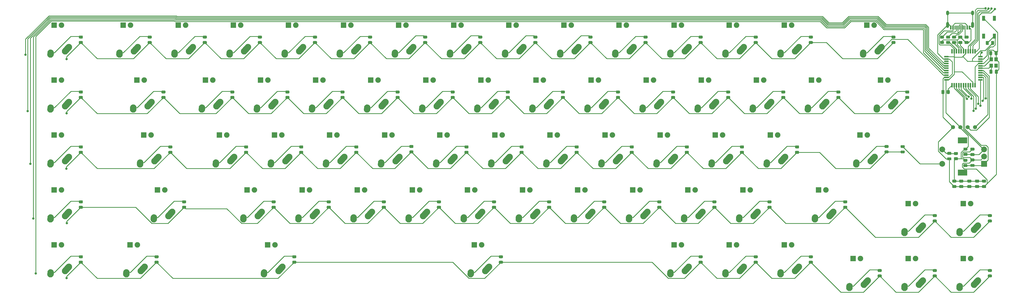
<source format=gbr>
%TF.GenerationSoftware,KiCad,Pcbnew,(5.1.9)-1*%
%TF.CreationDate,2021-07-17T21:13:41-07:00*%
%TF.ProjectId,unsplit-keyboard,756e7370-6c69-4742-9d6b-6579626f6172,rev?*%
%TF.SameCoordinates,Original*%
%TF.FileFunction,Copper,L2,Bot*%
%TF.FilePolarity,Positive*%
%FSLAX46Y46*%
G04 Gerber Fmt 4.6, Leading zero omitted, Abs format (unit mm)*
G04 Created by KiCad (PCBNEW (5.1.9)-1) date 2021-07-17 21:13:41*
%MOMM*%
%LPD*%
G01*
G04 APERTURE LIST*
%TA.AperFunction,ComponentPad*%
%ADD10C,2.250000*%
%TD*%
%TA.AperFunction,ComponentPad*%
%ADD11C,1.905000*%
%TD*%
%TA.AperFunction,ComponentPad*%
%ADD12R,1.905000X1.905000*%
%TD*%
%TA.AperFunction,SMDPad,CuDef*%
%ADD13R,0.600000X1.450000*%
%TD*%
%TA.AperFunction,SMDPad,CuDef*%
%ADD14R,0.300000X1.450000*%
%TD*%
%TA.AperFunction,ComponentPad*%
%ADD15O,1.000000X2.100000*%
%TD*%
%TA.AperFunction,ComponentPad*%
%ADD16O,1.000000X1.600000*%
%TD*%
%TA.AperFunction,ComponentPad*%
%ADD17C,2.000000*%
%TD*%
%TA.AperFunction,ComponentPad*%
%ADD18R,3.200000X2.000000*%
%TD*%
%TA.AperFunction,ComponentPad*%
%ADD19R,2.000000X2.000000*%
%TD*%
%TA.AperFunction,SMDPad,CuDef*%
%ADD20R,1.100000X1.800000*%
%TD*%
%TA.AperFunction,SMDPad,CuDef*%
%ADD21R,1.200000X1.400000*%
%TD*%
%TA.AperFunction,SMDPad,CuDef*%
%ADD22R,0.500000X1.500000*%
%TD*%
%TA.AperFunction,SMDPad,CuDef*%
%ADD23R,1.500000X0.500000*%
%TD*%
%TA.AperFunction,ComponentPad*%
%ADD24C,1.397000*%
%TD*%
%TA.AperFunction,ViaPad*%
%ADD25C,0.800000*%
%TD*%
%TA.AperFunction,Conductor*%
%ADD26C,0.250000*%
%TD*%
G04 APERTURE END LIST*
%TO.P,MX59,2*%
%TO.N,Net-(D59-Pad1)*%
%TA.AperFunction,ComponentPad*%
G36*
G01*
X337303476Y-90690240D02*
X337302403Y-90690166D01*
G75*
G02*
X338347334Y-91889903I-77403J-1122334D01*
G01*
X338307334Y-92469903D01*
G75*
G02*
X337107597Y-93514834I-1122334J77403D01*
G01*
X337107597Y-93514834D01*
G75*
G02*
X336062666Y-92315097I77403J1122334D01*
G01*
X336102666Y-91735097D01*
G75*
G02*
X337302403Y-90690166I1122334J-77403D01*
G01*
G37*
%TD.AperFunction*%
D10*
X337185000Y-92392500D03*
%TO.P,MX59,1*%
%TO.N,COL14*%
%TA.AperFunction,ComponentPad*%
G36*
G01*
X344287772Y-89016462D02*
X344286317Y-89015155D01*
G75*
G02*
X344372345Y-90603817I-751317J-837345D01*
G01*
X343062343Y-92063817D01*
G75*
G02*
X341473681Y-92149845I-837345J751317D01*
G01*
X341473681Y-92149845D01*
G75*
G02*
X341387653Y-90561183I751317J837345D01*
G01*
X342697655Y-89101183D01*
G75*
G02*
X344286317Y-89015155I837345J-751317D01*
G01*
G37*
%TD.AperFunction*%
X342225000Y-91312500D03*
D11*
%TO.P,MX59,3*%
%TO.N,N/C*%
X340995000Y-82232500D03*
D12*
%TO.P,MX59,4*%
X338455000Y-82232500D03*
%TD*%
%TO.P,R9,2*%
%TO.N,Net-(R9-Pad2)*%
%TA.AperFunction,SMDPad,CuDef*%
G36*
G01*
X340048001Y-25000000D02*
X339147999Y-25000000D01*
G75*
G02*
X338898000Y-24750001I0J249999D01*
G01*
X338898000Y-24224999D01*
G75*
G02*
X339147999Y-23975000I249999J0D01*
G01*
X340048001Y-23975000D01*
G75*
G02*
X340298000Y-24224999I0J-249999D01*
G01*
X340298000Y-24750001D01*
G75*
G02*
X340048001Y-25000000I-249999J0D01*
G01*
G37*
%TD.AperFunction*%
%TO.P,R9,1*%
%TO.N,GND*%
%TA.AperFunction,SMDPad,CuDef*%
G36*
G01*
X340048001Y-26825000D02*
X339147999Y-26825000D01*
G75*
G02*
X338898000Y-26575001I0J249999D01*
G01*
X338898000Y-26049999D01*
G75*
G02*
X339147999Y-25800000I249999J0D01*
G01*
X340048001Y-25800000D01*
G75*
G02*
X340298000Y-26049999I0J-249999D01*
G01*
X340298000Y-26575001D01*
G75*
G02*
X340048001Y-26825000I-249999J0D01*
G01*
G37*
%TD.AperFunction*%
%TD*%
%TO.P,R8,2*%
%TO.N,GND*%
%TA.AperFunction,SMDPad,CuDef*%
G36*
G01*
X330638999Y-25800000D02*
X331539001Y-25800000D01*
G75*
G02*
X331789000Y-26049999I0J-249999D01*
G01*
X331789000Y-26575001D01*
G75*
G02*
X331539001Y-26825000I-249999J0D01*
G01*
X330638999Y-26825000D01*
G75*
G02*
X330389000Y-26575001I0J249999D01*
G01*
X330389000Y-26049999D01*
G75*
G02*
X330638999Y-25800000I249999J0D01*
G01*
G37*
%TD.AperFunction*%
%TO.P,R8,1*%
%TO.N,Net-(R8-Pad1)*%
%TA.AperFunction,SMDPad,CuDef*%
G36*
G01*
X330638999Y-23975000D02*
X331539001Y-23975000D01*
G75*
G02*
X331789000Y-24224999I0J-249999D01*
G01*
X331789000Y-24750001D01*
G75*
G02*
X331539001Y-25000000I-249999J0D01*
G01*
X330638999Y-25000000D01*
G75*
G02*
X330389000Y-24750001I0J249999D01*
G01*
X330389000Y-24224999D01*
G75*
G02*
X330638999Y-23975000I249999J0D01*
G01*
G37*
%TD.AperFunction*%
%TD*%
D13*
%TO.P,USB1,12*%
%TO.N,GND*%
X340570020Y-21190020D03*
%TO.P,USB1,1*%
X334120020Y-21190020D03*
%TO.P,USB1,11*%
%TO.N,VCC*%
X339795020Y-21190020D03*
%TO.P,USB1,2*%
X334895020Y-21190020D03*
D14*
%TO.P,USB1,3*%
%TO.N,Net-(USB1-Pad3)*%
X335595020Y-21190020D03*
%TO.P,USB1,10*%
%TO.N,Net-(R9-Pad2)*%
X339095020Y-21190020D03*
%TO.P,USB1,4*%
%TO.N,Net-(R8-Pad1)*%
X336095020Y-21190020D03*
%TO.P,USB1,9*%
%TO.N,Net-(USB1-Pad9)*%
X338595020Y-21190020D03*
%TO.P,USB1,5*%
%TO.N,Net-(R2-Pad2)*%
X336595020Y-21190020D03*
%TO.P,USB1,8*%
%TO.N,Net-(R3-Pad2)*%
X338095020Y-21190020D03*
%TO.P,USB1,7*%
%TO.N,Net-(R2-Pad2)*%
X337595020Y-21190020D03*
%TO.P,USB1,6*%
%TO.N,Net-(R3-Pad2)*%
X337095020Y-21190020D03*
D15*
%TO.P,USB1,13*%
%TO.N,GND*%
X333025020Y-20275020D03*
X341665020Y-20275020D03*
D16*
X333025020Y-16095020D03*
X341665020Y-16095020D03*
%TD*%
D12*
%TO.P,MX63,4*%
%TO.N,N/C*%
X169418000Y-96520000D03*
D11*
%TO.P,MX63,3*%
X171958000Y-96520000D03*
D10*
%TO.P,MX63,1*%
%TO.N,COL6*%
X173188000Y-105600000D03*
%TA.AperFunction,ComponentPad*%
G36*
G01*
X175250772Y-103303962D02*
X175249317Y-103302655D01*
G75*
G02*
X175335345Y-104891317I-751317J-837345D01*
G01*
X174025343Y-106351317D01*
G75*
G02*
X172436681Y-106437345I-837345J751317D01*
G01*
X172436681Y-106437345D01*
G75*
G02*
X172350653Y-104848683I751317J837345D01*
G01*
X173660655Y-103388683D01*
G75*
G02*
X175249317Y-103302655I837345J-751317D01*
G01*
G37*
%TD.AperFunction*%
%TO.P,MX63,2*%
%TO.N,Net-(D63-Pad1)*%
X168148000Y-106680000D03*
%TA.AperFunction,ComponentPad*%
G36*
G01*
X168266476Y-104977740D02*
X168265403Y-104977666D01*
G75*
G02*
X169310334Y-106177403I-77403J-1122334D01*
G01*
X169270334Y-106757403D01*
G75*
G02*
X168070597Y-107802334I-1122334J77403D01*
G01*
X168070597Y-107802334D01*
G75*
G02*
X167025666Y-106602597I77403J1122334D01*
G01*
X167065666Y-106022597D01*
G75*
G02*
X168265403Y-104977666I1122334J-77403D01*
G01*
G37*
%TD.AperFunction*%
%TD*%
D17*
%TO.P,ENC1,S1*%
%TO.N,COL14*%
X331200350Y-63408550D03*
%TO.P,ENC1,S2*%
%TO.N,R_ENC*%
X331200350Y-68408550D03*
D18*
%TO.P,ENC1,MP*%
%TO.N,N/C*%
X338200350Y-60308550D03*
X338200350Y-71508550D03*
D17*
%TO.P,ENC1,B*%
%TO.N,ROT_B*%
X345700350Y-63408550D03*
%TO.P,ENC1,C*%
%TO.N,GND*%
X345700350Y-65908550D03*
D19*
%TO.P,ENC1,A*%
%TO.N,ROT_A*%
X345700350Y-68408550D03*
%TD*%
D20*
%TO.P,SW1,4*%
%TO.N,N/C*%
X345495000Y-24182000D03*
%TO.P,SW1,3*%
X349195000Y-17982000D03*
%TO.P,SW1,2*%
%TO.N,RESET*%
X349195000Y-24182000D03*
%TO.P,SW1,1*%
%TO.N,GND*%
X345495000Y-17982000D03*
%TD*%
%TO.P,R1,2*%
%TO.N,VCC*%
%TA.AperFunction,SMDPad,CuDef*%
G36*
G01*
X348087900Y-26954902D02*
X348087900Y-26054898D01*
G75*
G02*
X348337898Y-25804900I249998J0D01*
G01*
X348862902Y-25804900D01*
G75*
G02*
X349112900Y-26054898I0J-249998D01*
G01*
X349112900Y-26954902D01*
G75*
G02*
X348862902Y-27204900I-249998J0D01*
G01*
X348337898Y-27204900D01*
G75*
G02*
X348087900Y-26954902I0J249998D01*
G01*
G37*
%TD.AperFunction*%
%TO.P,R1,1*%
%TO.N,RESET*%
%TA.AperFunction,SMDPad,CuDef*%
G36*
G01*
X346262900Y-26954902D02*
X346262900Y-26054898D01*
G75*
G02*
X346512898Y-25804900I249998J0D01*
G01*
X347037902Y-25804900D01*
G75*
G02*
X347287900Y-26054898I0J-249998D01*
G01*
X347287900Y-26954902D01*
G75*
G02*
X347037902Y-27204900I-249998J0D01*
G01*
X346512898Y-27204900D01*
G75*
G02*
X346262900Y-26954902I0J249998D01*
G01*
G37*
%TD.AperFunction*%
%TD*%
D21*
%TO.P,X1,1*%
%TO.N,XTAL1*%
X348139650Y-34367650D03*
%TO.P,X1,2*%
%TO.N,XTAL2*%
X348139650Y-32167650D03*
%TO.P,X1,3*%
%TO.N,GND*%
X349839650Y-32167650D03*
%TO.P,X1,4*%
%TO.N,N/C*%
X349839650Y-34367650D03*
%TD*%
%TO.P,C7,2*%
%TO.N,GND*%
%TA.AperFunction,SMDPad,CuDef*%
G36*
G01*
X345180900Y-75799100D02*
X346130900Y-75799100D01*
G75*
G02*
X346380900Y-76049100I0J-250000D01*
G01*
X346380900Y-76549100D01*
G75*
G02*
X346130900Y-76799100I-250000J0D01*
G01*
X345180900Y-76799100D01*
G75*
G02*
X344930900Y-76549100I0J250000D01*
G01*
X344930900Y-76049100D01*
G75*
G02*
X345180900Y-75799100I250000J0D01*
G01*
G37*
%TD.AperFunction*%
%TO.P,C7,1*%
%TO.N,VCC*%
%TA.AperFunction,SMDPad,CuDef*%
G36*
G01*
X345180900Y-73899100D02*
X346130900Y-73899100D01*
G75*
G02*
X346380900Y-74149100I0J-250000D01*
G01*
X346380900Y-74649100D01*
G75*
G02*
X346130900Y-74899100I-250000J0D01*
G01*
X345180900Y-74899100D01*
G75*
G02*
X344930900Y-74649100I0J250000D01*
G01*
X344930900Y-74149100D01*
G75*
G02*
X345180900Y-73899100I250000J0D01*
G01*
G37*
%TD.AperFunction*%
%TD*%
%TO.P,C4,2*%
%TO.N,GND*%
%TA.AperFunction,SMDPad,CuDef*%
G36*
G01*
X337306900Y-75799100D02*
X338256900Y-75799100D01*
G75*
G02*
X338506900Y-76049100I0J-250000D01*
G01*
X338506900Y-76549100D01*
G75*
G02*
X338256900Y-76799100I-250000J0D01*
G01*
X337306900Y-76799100D01*
G75*
G02*
X337056900Y-76549100I0J250000D01*
G01*
X337056900Y-76049100D01*
G75*
G02*
X337306900Y-75799100I250000J0D01*
G01*
G37*
%TD.AperFunction*%
%TO.P,C4,1*%
%TO.N,VCC*%
%TA.AperFunction,SMDPad,CuDef*%
G36*
G01*
X337306900Y-73899100D02*
X338256900Y-73899100D01*
G75*
G02*
X338506900Y-74149100I0J-250000D01*
G01*
X338506900Y-74649100D01*
G75*
G02*
X338256900Y-74899100I-250000J0D01*
G01*
X337306900Y-74899100D01*
G75*
G02*
X337056900Y-74649100I0J250000D01*
G01*
X337056900Y-74149100D01*
G75*
G02*
X337306900Y-73899100I250000J0D01*
G01*
G37*
%TD.AperFunction*%
%TD*%
%TO.P,C6,2*%
%TO.N,GND*%
%TA.AperFunction,SMDPad,CuDef*%
G36*
G01*
X342767900Y-75799100D02*
X343717900Y-75799100D01*
G75*
G02*
X343967900Y-76049100I0J-250000D01*
G01*
X343967900Y-76549100D01*
G75*
G02*
X343717900Y-76799100I-250000J0D01*
G01*
X342767900Y-76799100D01*
G75*
G02*
X342517900Y-76549100I0J250000D01*
G01*
X342517900Y-76049100D01*
G75*
G02*
X342767900Y-75799100I250000J0D01*
G01*
G37*
%TD.AperFunction*%
%TO.P,C6,1*%
%TO.N,VCC*%
%TA.AperFunction,SMDPad,CuDef*%
G36*
G01*
X342767900Y-73899100D02*
X343717900Y-73899100D01*
G75*
G02*
X343967900Y-74149100I0J-250000D01*
G01*
X343967900Y-74649100D01*
G75*
G02*
X343717900Y-74899100I-250000J0D01*
G01*
X342767900Y-74899100D01*
G75*
G02*
X342517900Y-74649100I0J250000D01*
G01*
X342517900Y-74149100D01*
G75*
G02*
X342767900Y-73899100I250000J0D01*
G01*
G37*
%TD.AperFunction*%
%TD*%
%TO.P,C5,2*%
%TO.N,GND*%
%TA.AperFunction,SMDPad,CuDef*%
G36*
G01*
X340100900Y-75799100D02*
X341050900Y-75799100D01*
G75*
G02*
X341300900Y-76049100I0J-250000D01*
G01*
X341300900Y-76549100D01*
G75*
G02*
X341050900Y-76799100I-250000J0D01*
G01*
X340100900Y-76799100D01*
G75*
G02*
X339850900Y-76549100I0J250000D01*
G01*
X339850900Y-76049100D01*
G75*
G02*
X340100900Y-75799100I250000J0D01*
G01*
G37*
%TD.AperFunction*%
%TO.P,C5,1*%
%TO.N,VCC*%
%TA.AperFunction,SMDPad,CuDef*%
G36*
G01*
X340100900Y-73899100D02*
X341050900Y-73899100D01*
G75*
G02*
X341300900Y-74149100I0J-250000D01*
G01*
X341300900Y-74649100D01*
G75*
G02*
X341050900Y-74899100I-250000J0D01*
G01*
X340100900Y-74899100D01*
G75*
G02*
X339850900Y-74649100I0J250000D01*
G01*
X339850900Y-74149100D01*
G75*
G02*
X340100900Y-73899100I250000J0D01*
G01*
G37*
%TD.AperFunction*%
%TD*%
%TO.P,C2,2*%
%TO.N,GND*%
%TA.AperFunction,SMDPad,CuDef*%
G36*
G01*
X349350750Y-30478750D02*
X349350750Y-29528750D01*
G75*
G02*
X349600750Y-29278750I250000J0D01*
G01*
X350100750Y-29278750D01*
G75*
G02*
X350350750Y-29528750I0J-250000D01*
G01*
X350350750Y-30478750D01*
G75*
G02*
X350100750Y-30728750I-250000J0D01*
G01*
X349600750Y-30728750D01*
G75*
G02*
X349350750Y-30478750I0J250000D01*
G01*
G37*
%TD.AperFunction*%
%TO.P,C2,1*%
%TO.N,XTAL2*%
%TA.AperFunction,SMDPad,CuDef*%
G36*
G01*
X347450750Y-30478750D02*
X347450750Y-29528750D01*
G75*
G02*
X347700750Y-29278750I250000J0D01*
G01*
X348200750Y-29278750D01*
G75*
G02*
X348450750Y-29528750I0J-250000D01*
G01*
X348450750Y-30478750D01*
G75*
G02*
X348200750Y-30728750I-250000J0D01*
G01*
X347700750Y-30728750D01*
G75*
G02*
X347450750Y-30478750I0J250000D01*
G01*
G37*
%TD.AperFunction*%
%TD*%
%TO.P,C8,2*%
%TO.N,GND*%
%TA.AperFunction,SMDPad,CuDef*%
G36*
G01*
X334893900Y-75799100D02*
X335843900Y-75799100D01*
G75*
G02*
X336093900Y-76049100I0J-250000D01*
G01*
X336093900Y-76549100D01*
G75*
G02*
X335843900Y-76799100I-250000J0D01*
G01*
X334893900Y-76799100D01*
G75*
G02*
X334643900Y-76549100I0J250000D01*
G01*
X334643900Y-76049100D01*
G75*
G02*
X334893900Y-75799100I250000J0D01*
G01*
G37*
%TD.AperFunction*%
%TO.P,C8,1*%
%TO.N,VCC*%
%TA.AperFunction,SMDPad,CuDef*%
G36*
G01*
X334893900Y-73899100D02*
X335843900Y-73899100D01*
G75*
G02*
X336093900Y-74149100I0J-250000D01*
G01*
X336093900Y-74649100D01*
G75*
G02*
X335843900Y-74899100I-250000J0D01*
G01*
X334893900Y-74899100D01*
G75*
G02*
X334643900Y-74649100I0J250000D01*
G01*
X334643900Y-74149100D01*
G75*
G02*
X334893900Y-73899100I250000J0D01*
G01*
G37*
%TD.AperFunction*%
%TD*%
%TO.P,C1,2*%
%TO.N,GND*%
%TA.AperFunction,SMDPad,CuDef*%
G36*
G01*
X349416750Y-36955750D02*
X349416750Y-36005750D01*
G75*
G02*
X349666750Y-35755750I250000J0D01*
G01*
X350166750Y-35755750D01*
G75*
G02*
X350416750Y-36005750I0J-250000D01*
G01*
X350416750Y-36955750D01*
G75*
G02*
X350166750Y-37205750I-250000J0D01*
G01*
X349666750Y-37205750D01*
G75*
G02*
X349416750Y-36955750I0J250000D01*
G01*
G37*
%TD.AperFunction*%
%TO.P,C1,1*%
%TO.N,XTAL1*%
%TA.AperFunction,SMDPad,CuDef*%
G36*
G01*
X347516750Y-36955750D02*
X347516750Y-36005750D01*
G75*
G02*
X347766750Y-35755750I250000J0D01*
G01*
X348266750Y-35755750D01*
G75*
G02*
X348516750Y-36005750I0J-250000D01*
G01*
X348516750Y-36955750D01*
G75*
G02*
X348266750Y-37205750I-250000J0D01*
G01*
X347766750Y-37205750D01*
G75*
G02*
X347516750Y-36955750I0J250000D01*
G01*
G37*
%TD.AperFunction*%
%TD*%
D22*
%TO.P,U1,1*%
%TO.N,Net-(U1-Pad1)*%
X334539240Y-29364090D03*
%TO.P,U1,2*%
%TO.N,VCC*%
X335339240Y-29364090D03*
%TO.P,U1,3*%
%TO.N,D-*%
X336139240Y-29364090D03*
%TO.P,U1,4*%
%TO.N,D+*%
X336939240Y-29364090D03*
%TO.P,U1,5*%
%TO.N,GND*%
X337739240Y-29364090D03*
%TO.P,U1,6*%
%TO.N,Net-(C11-Pad2)*%
X338539240Y-29364090D03*
%TO.P,U1,7*%
%TO.N,VCC*%
X339339240Y-29364090D03*
%TO.P,U1,8*%
%TO.N,COL0*%
X340139240Y-29364090D03*
%TO.P,U1,9*%
%TO.N,COL1*%
X340939240Y-29364090D03*
%TO.P,U1,10*%
%TO.N,COL2*%
X341739240Y-29364090D03*
%TO.P,U1,11*%
%TO.N,COL3*%
X342539240Y-29364090D03*
D23*
%TO.P,U1,12*%
%TO.N,COL7*%
X344439240Y-31264090D03*
%TO.P,U1,13*%
%TO.N,RESET*%
X344439240Y-32064090D03*
%TO.P,U1,14*%
%TO.N,VCC*%
X344439240Y-32864090D03*
%TO.P,U1,15*%
%TO.N,GND*%
X344439240Y-33664090D03*
%TO.P,U1,16*%
%TO.N,XTAL2*%
X344439240Y-34464090D03*
%TO.P,U1,17*%
%TO.N,XTAL1*%
X344439240Y-35264090D03*
%TO.P,U1,18*%
%TO.N,SCL*%
X344439240Y-36064090D03*
%TO.P,U1,19*%
%TO.N,SDA*%
X344439240Y-36864090D03*
%TO.P,U1,20*%
%TO.N,COL8*%
X344439240Y-37664090D03*
%TO.P,U1,21*%
%TO.N,COL9*%
X344439240Y-38464090D03*
%TO.P,U1,22*%
%TO.N,COL11*%
X344439240Y-39264090D03*
D22*
%TO.P,U1,23*%
%TO.N,GND*%
X342539240Y-41164090D03*
%TO.P,U1,24*%
%TO.N,VCC*%
X341739240Y-41164090D03*
%TO.P,U1,25*%
%TO.N,COL10*%
X340939240Y-41164090D03*
%TO.P,U1,26*%
%TO.N,COL12*%
X340139240Y-41164090D03*
%TO.P,U1,27*%
%TO.N,COL13*%
X339339240Y-41164090D03*
%TO.P,U1,28*%
%TO.N,COL4*%
X338539240Y-41164090D03*
%TO.P,U1,29*%
%TO.N,COL5*%
X337739240Y-41164090D03*
%TO.P,U1,30*%
%TO.N,COL6*%
X336939240Y-41164090D03*
%TO.P,U1,31*%
%TO.N,ROT_A*%
X336139240Y-41164090D03*
%TO.P,U1,32*%
%TO.N,ROT_B*%
X335339240Y-41164090D03*
%TO.P,U1,33*%
%TO.N,Net-(R7-Pad2)*%
X334539240Y-41164090D03*
D23*
%TO.P,U1,34*%
%TO.N,VCC*%
X332639240Y-39264090D03*
%TO.P,U1,35*%
%TO.N,GND*%
X332639240Y-38464090D03*
%TO.P,U1,36*%
%TO.N,COL14*%
X332639240Y-37664090D03*
%TO.P,U1,37*%
%TO.N,ROW4*%
X332639240Y-36864090D03*
%TO.P,U1,38*%
%TO.N,ROW3*%
X332639240Y-36064090D03*
%TO.P,U1,39*%
%TO.N,ROW2*%
X332639240Y-35264090D03*
%TO.P,U1,40*%
%TO.N,ROW1*%
X332639240Y-34464090D03*
%TO.P,U1,41*%
%TO.N,ROW0*%
X332639240Y-33664090D03*
%TO.P,U1,42*%
%TO.N,Net-(U1-Pad42)*%
X332639240Y-32864090D03*
%TO.P,U1,43*%
%TO.N,GND*%
X332639240Y-32064090D03*
%TO.P,U1,44*%
%TO.N,VCC*%
X332639240Y-31264090D03*
%TD*%
D12*
%TO.P,MX30,4*%
%TO.N,N/C*%
X309821580Y-39370000D03*
D11*
%TO.P,MX30,3*%
X312361580Y-39370000D03*
D10*
%TO.P,MX30,1*%
%TO.N,COL14*%
X313591580Y-48450000D03*
%TA.AperFunction,ComponentPad*%
G36*
G01*
X315654352Y-46153962D02*
X315652897Y-46152655D01*
G75*
G02*
X315738925Y-47741317I-751317J-837345D01*
G01*
X314428923Y-49201317D01*
G75*
G02*
X312840261Y-49287345I-837345J751317D01*
G01*
X312840261Y-49287345D01*
G75*
G02*
X312754233Y-47698683I751317J837345D01*
G01*
X314064235Y-46238683D01*
G75*
G02*
X315652897Y-46152655I837345J-751317D01*
G01*
G37*
%TD.AperFunction*%
%TO.P,MX30,2*%
%TO.N,Net-(D30-Pad1)*%
X308551580Y-49530000D03*
%TA.AperFunction,ComponentPad*%
G36*
G01*
X308670056Y-47827740D02*
X308668983Y-47827666D01*
G75*
G02*
X309713914Y-49027403I-77403J-1122334D01*
G01*
X309673914Y-49607403D01*
G75*
G02*
X308474177Y-50652334I-1122334J77403D01*
G01*
X308474177Y-50652334D01*
G75*
G02*
X307429246Y-49452597I77403J1122334D01*
G01*
X307469246Y-48872597D01*
G75*
G02*
X308668983Y-47827666I1122334J-77403D01*
G01*
G37*
%TD.AperFunction*%
%TD*%
%TO.P,MX44,2*%
%TO.N,Net-(D44-Pad1)*%
%TA.AperFunction,ComponentPad*%
G36*
G01*
X301584726Y-66877740D02*
X301583653Y-66877666D01*
G75*
G02*
X302628584Y-68077403I-77403J-1122334D01*
G01*
X302588584Y-68657403D01*
G75*
G02*
X301388847Y-69702334I-1122334J77403D01*
G01*
X301388847Y-69702334D01*
G75*
G02*
X300343916Y-68502597I77403J1122334D01*
G01*
X300383916Y-67922597D01*
G75*
G02*
X301583653Y-66877666I1122334J-77403D01*
G01*
G37*
%TD.AperFunction*%
X301466250Y-68580000D03*
%TO.P,MX44,1*%
%TO.N,COL13*%
%TA.AperFunction,ComponentPad*%
G36*
G01*
X308569022Y-65203962D02*
X308567567Y-65202655D01*
G75*
G02*
X308653595Y-66791317I-751317J-837345D01*
G01*
X307343593Y-68251317D01*
G75*
G02*
X305754931Y-68337345I-837345J751317D01*
G01*
X305754931Y-68337345D01*
G75*
G02*
X305668903Y-66748683I751317J837345D01*
G01*
X306978905Y-65288683D01*
G75*
G02*
X308567567Y-65202655I837345J-751317D01*
G01*
G37*
%TD.AperFunction*%
X306506250Y-67500000D03*
D11*
%TO.P,MX44,3*%
%TO.N,N/C*%
X305276250Y-58420000D03*
D12*
%TO.P,MX44,4*%
X302736250Y-58420000D03*
%TD*%
%TO.P,C3,1*%
%TO.N,COL14*%
%TA.AperFunction,SMDPad,CuDef*%
G36*
G01*
X333160350Y-64291550D02*
X334110350Y-64291550D01*
G75*
G02*
X334360350Y-64541550I0J-250000D01*
G01*
X334360350Y-65041550D01*
G75*
G02*
X334110350Y-65291550I-250000J0D01*
G01*
X333160350Y-65291550D01*
G75*
G02*
X332910350Y-65041550I0J250000D01*
G01*
X332910350Y-64541550D01*
G75*
G02*
X333160350Y-64291550I250000J0D01*
G01*
G37*
%TD.AperFunction*%
%TO.P,C3,2*%
%TO.N,GND*%
%TA.AperFunction,SMDPad,CuDef*%
G36*
G01*
X333160350Y-66191550D02*
X334110350Y-66191550D01*
G75*
G02*
X334360350Y-66441550I0J-250000D01*
G01*
X334360350Y-66941550D01*
G75*
G02*
X334110350Y-67191550I-250000J0D01*
G01*
X333160350Y-67191550D01*
G75*
G02*
X332910350Y-66941550I0J250000D01*
G01*
X332910350Y-66441550D01*
G75*
G02*
X333160350Y-66191550I250000J0D01*
G01*
G37*
%TD.AperFunction*%
%TD*%
%TO.P,C10,1*%
%TO.N,GND*%
%TA.AperFunction,SMDPad,CuDef*%
G36*
G01*
X341161350Y-62824300D02*
X342111350Y-62824300D01*
G75*
G02*
X342361350Y-63074300I0J-250000D01*
G01*
X342361350Y-63574300D01*
G75*
G02*
X342111350Y-63824300I-250000J0D01*
G01*
X341161350Y-63824300D01*
G75*
G02*
X340911350Y-63574300I0J250000D01*
G01*
X340911350Y-63074300D01*
G75*
G02*
X341161350Y-62824300I250000J0D01*
G01*
G37*
%TD.AperFunction*%
%TO.P,C10,2*%
%TO.N,ROT_B*%
%TA.AperFunction,SMDPad,CuDef*%
G36*
G01*
X341161350Y-64724300D02*
X342111350Y-64724300D01*
G75*
G02*
X342361350Y-64974300I0J-250000D01*
G01*
X342361350Y-65474300D01*
G75*
G02*
X342111350Y-65724300I-250000J0D01*
G01*
X341161350Y-65724300D01*
G75*
G02*
X340911350Y-65474300I0J250000D01*
G01*
X340911350Y-64974300D01*
G75*
G02*
X341161350Y-64724300I250000J0D01*
G01*
G37*
%TD.AperFunction*%
%TD*%
%TO.P,C9,1*%
%TO.N,ROT_A*%
%TA.AperFunction,SMDPad,CuDef*%
G36*
G01*
X342111350Y-69477550D02*
X341161350Y-69477550D01*
G75*
G02*
X340911350Y-69227550I0J250000D01*
G01*
X340911350Y-68727550D01*
G75*
G02*
X341161350Y-68477550I250000J0D01*
G01*
X342111350Y-68477550D01*
G75*
G02*
X342361350Y-68727550I0J-250000D01*
G01*
X342361350Y-69227550D01*
G75*
G02*
X342111350Y-69477550I-250000J0D01*
G01*
G37*
%TD.AperFunction*%
%TO.P,C9,2*%
%TO.N,GND*%
%TA.AperFunction,SMDPad,CuDef*%
G36*
G01*
X342111350Y-67577550D02*
X341161350Y-67577550D01*
G75*
G02*
X340911350Y-67327550I0J250000D01*
G01*
X340911350Y-66827550D01*
G75*
G02*
X341161350Y-66577550I250000J0D01*
G01*
X342111350Y-66577550D01*
G75*
G02*
X342361350Y-66827550I0J-250000D01*
G01*
X342361350Y-67327550D01*
G75*
G02*
X342111350Y-67577550I-250000J0D01*
G01*
G37*
%TD.AperFunction*%
%TD*%
%TO.P,R5,1*%
%TO.N,VCC*%
%TA.AperFunction,SMDPad,CuDef*%
G36*
G01*
X338736098Y-66696050D02*
X339636102Y-66696050D01*
G75*
G02*
X339886100Y-66946048I0J-249998D01*
G01*
X339886100Y-67471052D01*
G75*
G02*
X339636102Y-67721050I-249998J0D01*
G01*
X338736098Y-67721050D01*
G75*
G02*
X338486100Y-67471052I0J249998D01*
G01*
X338486100Y-66946048D01*
G75*
G02*
X338736098Y-66696050I249998J0D01*
G01*
G37*
%TD.AperFunction*%
%TO.P,R5,2*%
%TO.N,ROT_A*%
%TA.AperFunction,SMDPad,CuDef*%
G36*
G01*
X338736098Y-68521050D02*
X339636102Y-68521050D01*
G75*
G02*
X339886100Y-68771048I0J-249998D01*
G01*
X339886100Y-69296052D01*
G75*
G02*
X339636102Y-69546050I-249998J0D01*
G01*
X338736098Y-69546050D01*
G75*
G02*
X338486100Y-69296052I0J249998D01*
G01*
X338486100Y-68771048D01*
G75*
G02*
X338736098Y-68521050I249998J0D01*
G01*
G37*
%TD.AperFunction*%
%TD*%
%TO.P,R6,1*%
%TO.N,ROT_B*%
%TA.AperFunction,SMDPad,CuDef*%
G36*
G01*
X339673352Y-65642550D02*
X338773348Y-65642550D01*
G75*
G02*
X338523350Y-65392552I0J249998D01*
G01*
X338523350Y-64867548D01*
G75*
G02*
X338773348Y-64617550I249998J0D01*
G01*
X339673352Y-64617550D01*
G75*
G02*
X339923350Y-64867548I0J-249998D01*
G01*
X339923350Y-65392552D01*
G75*
G02*
X339673352Y-65642550I-249998J0D01*
G01*
G37*
%TD.AperFunction*%
%TO.P,R6,2*%
%TO.N,VCC*%
%TA.AperFunction,SMDPad,CuDef*%
G36*
G01*
X339673352Y-63817550D02*
X338773348Y-63817550D01*
G75*
G02*
X338523350Y-63567552I0J249998D01*
G01*
X338523350Y-63042548D01*
G75*
G02*
X338773348Y-62792550I249998J0D01*
G01*
X339673352Y-62792550D01*
G75*
G02*
X339923350Y-63042548I0J-249998D01*
G01*
X339923350Y-63567552D01*
G75*
G02*
X339673352Y-63817550I-249998J0D01*
G01*
G37*
%TD.AperFunction*%
%TD*%
%TO.P,R4,1*%
%TO.N,COL14*%
%TA.AperFunction,SMDPad,CuDef*%
G36*
G01*
X335471348Y-64316550D02*
X336371352Y-64316550D01*
G75*
G02*
X336621350Y-64566548I0J-249998D01*
G01*
X336621350Y-65091552D01*
G75*
G02*
X336371352Y-65341550I-249998J0D01*
G01*
X335471348Y-65341550D01*
G75*
G02*
X335221350Y-65091552I0J249998D01*
G01*
X335221350Y-64566548D01*
G75*
G02*
X335471348Y-64316550I249998J0D01*
G01*
G37*
%TD.AperFunction*%
%TO.P,R4,2*%
%TO.N,VCC*%
%TA.AperFunction,SMDPad,CuDef*%
G36*
G01*
X335471348Y-66141550D02*
X336371352Y-66141550D01*
G75*
G02*
X336621350Y-66391548I0J-249998D01*
G01*
X336621350Y-66916552D01*
G75*
G02*
X336371352Y-67166550I-249998J0D01*
G01*
X335471348Y-67166550D01*
G75*
G02*
X335221350Y-66916552I0J249998D01*
G01*
X335221350Y-66391548D01*
G75*
G02*
X335471348Y-66141550I249998J0D01*
G01*
G37*
%TD.AperFunction*%
%TD*%
%TO.P,MX2,2*%
%TO.N,Net-(D2-Pad1)*%
%TA.AperFunction,ComponentPad*%
G36*
G01*
X46790976Y-28777740D02*
X46789903Y-28777666D01*
G75*
G02*
X47834834Y-29977403I-77403J-1122334D01*
G01*
X47794834Y-30557403D01*
G75*
G02*
X46595097Y-31602334I-1122334J77403D01*
G01*
X46595097Y-31602334D01*
G75*
G02*
X45550166Y-30402597I77403J1122334D01*
G01*
X45590166Y-29822597D01*
G75*
G02*
X46789903Y-28777666I1122334J-77403D01*
G01*
G37*
%TD.AperFunction*%
D10*
X46672500Y-30480000D03*
%TO.P,MX2,1*%
%TO.N,COL1*%
%TA.AperFunction,ComponentPad*%
G36*
G01*
X53775272Y-27103962D02*
X53773817Y-27102655D01*
G75*
G02*
X53859845Y-28691317I-751317J-837345D01*
G01*
X52549843Y-30151317D01*
G75*
G02*
X50961181Y-30237345I-837345J751317D01*
G01*
X50961181Y-30237345D01*
G75*
G02*
X50875153Y-28648683I751317J837345D01*
G01*
X52185155Y-27188683D01*
G75*
G02*
X53773817Y-27102655I837345J-751317D01*
G01*
G37*
%TD.AperFunction*%
X51712500Y-29400000D03*
D11*
%TO.P,MX2,3*%
%TO.N,N/C*%
X50482500Y-20320000D03*
D12*
%TO.P,MX2,4*%
X47942500Y-20320000D03*
%TD*%
%TO.P,R7,2*%
%TO.N,Net-(R7-Pad2)*%
%TA.AperFunction,SMDPad,CuDef*%
G36*
G01*
X332750740Y-43969092D02*
X332750740Y-43069088D01*
G75*
G02*
X333000738Y-42819090I249998J0D01*
G01*
X333525742Y-42819090D01*
G75*
G02*
X333775740Y-43069088I0J-249998D01*
G01*
X333775740Y-43969092D01*
G75*
G02*
X333525742Y-44219090I-249998J0D01*
G01*
X333000738Y-44219090D01*
G75*
G02*
X332750740Y-43969092I0J249998D01*
G01*
G37*
%TD.AperFunction*%
%TO.P,R7,1*%
%TO.N,GND*%
%TA.AperFunction,SMDPad,CuDef*%
G36*
G01*
X330925740Y-43969092D02*
X330925740Y-43069088D01*
G75*
G02*
X331175738Y-42819090I249998J0D01*
G01*
X331700742Y-42819090D01*
G75*
G02*
X331950740Y-43069088I0J-249998D01*
G01*
X331950740Y-43969092D01*
G75*
G02*
X331700742Y-44219090I-249998J0D01*
G01*
X331175738Y-44219090D01*
G75*
G02*
X330925740Y-43969092I0J249998D01*
G01*
G37*
%TD.AperFunction*%
%TD*%
%TO.P,R3,1*%
%TO.N,D+*%
%TA.AperFunction,SMDPad,CuDef*%
G36*
G01*
X335731272Y-26826270D02*
X334831268Y-26826270D01*
G75*
G02*
X334581270Y-26576272I0J249998D01*
G01*
X334581270Y-26051268D01*
G75*
G02*
X334831268Y-25801270I249998J0D01*
G01*
X335731272Y-25801270D01*
G75*
G02*
X335981270Y-26051268I0J-249998D01*
G01*
X335981270Y-26576272D01*
G75*
G02*
X335731272Y-26826270I-249998J0D01*
G01*
G37*
%TD.AperFunction*%
%TO.P,R3,2*%
%TO.N,Net-(R3-Pad2)*%
%TA.AperFunction,SMDPad,CuDef*%
G36*
G01*
X335731272Y-25001270D02*
X334831268Y-25001270D01*
G75*
G02*
X334581270Y-24751272I0J249998D01*
G01*
X334581270Y-24226268D01*
G75*
G02*
X334831268Y-23976270I249998J0D01*
G01*
X335731272Y-23976270D01*
G75*
G02*
X335981270Y-24226268I0J-249998D01*
G01*
X335981270Y-24751272D01*
G75*
G02*
X335731272Y-25001270I-249998J0D01*
G01*
G37*
%TD.AperFunction*%
%TD*%
%TO.P,R2,1*%
%TO.N,D-*%
%TA.AperFunction,SMDPad,CuDef*%
G36*
G01*
X333666252Y-26826270D02*
X332766248Y-26826270D01*
G75*
G02*
X332516250Y-26576272I0J249998D01*
G01*
X332516250Y-26051268D01*
G75*
G02*
X332766248Y-25801270I249998J0D01*
G01*
X333666252Y-25801270D01*
G75*
G02*
X333916250Y-26051268I0J-249998D01*
G01*
X333916250Y-26576272D01*
G75*
G02*
X333666252Y-26826270I-249998J0D01*
G01*
G37*
%TD.AperFunction*%
%TO.P,R2,2*%
%TO.N,Net-(R2-Pad2)*%
%TA.AperFunction,SMDPad,CuDef*%
G36*
G01*
X333666252Y-25001270D02*
X332766248Y-25001270D01*
G75*
G02*
X332516250Y-24751272I0J249998D01*
G01*
X332516250Y-24226268D01*
G75*
G02*
X332766248Y-23976270I249998J0D01*
G01*
X333666252Y-23976270D01*
G75*
G02*
X333916250Y-24226268I0J-249998D01*
G01*
X333916250Y-24751272D01*
G75*
G02*
X333666252Y-25001270I-249998J0D01*
G01*
G37*
%TD.AperFunction*%
%TD*%
D24*
%TO.P,OL1,4*%
%TO.N,GND*%
X334899000Y-55753000D03*
%TO.P,OL1,3*%
%TO.N,VCC*%
X337439000Y-55753000D03*
%TO.P,OL1,2*%
%TO.N,SCL*%
X339979000Y-55753000D03*
%TO.P,OL1,1*%
%TO.N,SDA*%
X342519000Y-55753000D03*
%TD*%
%TO.P,MX69,2*%
%TO.N,Net-(D69-Pad1)*%
%TA.AperFunction,ComponentPad*%
G36*
G01*
X337303476Y-109740240D02*
X337302403Y-109740166D01*
G75*
G02*
X338347334Y-110939903I-77403J-1122334D01*
G01*
X338307334Y-111519903D01*
G75*
G02*
X337107597Y-112564834I-1122334J77403D01*
G01*
X337107597Y-112564834D01*
G75*
G02*
X336062666Y-111365097I77403J1122334D01*
G01*
X336102666Y-110785097D01*
G75*
G02*
X337302403Y-109740166I1122334J-77403D01*
G01*
G37*
%TD.AperFunction*%
D10*
X337185000Y-111442500D03*
%TO.P,MX69,1*%
%TO.N,COL14*%
%TA.AperFunction,ComponentPad*%
G36*
G01*
X344287772Y-108066462D02*
X344286317Y-108065155D01*
G75*
G02*
X344372345Y-109653817I-751317J-837345D01*
G01*
X343062343Y-111113817D01*
G75*
G02*
X341473681Y-111199845I-837345J751317D01*
G01*
X341473681Y-111199845D01*
G75*
G02*
X341387653Y-109611183I751317J837345D01*
G01*
X342697655Y-108151183D01*
G75*
G02*
X344286317Y-108065155I837345J-751317D01*
G01*
G37*
%TD.AperFunction*%
X342225000Y-110362500D03*
D11*
%TO.P,MX69,3*%
%TO.N,N/C*%
X340995000Y-101282500D03*
D12*
%TO.P,MX69,4*%
X338455000Y-101282500D03*
%TD*%
%TO.P,MX68,2*%
%TO.N,Net-(D68-Pad1)*%
%TA.AperFunction,ComponentPad*%
G36*
G01*
X318253476Y-109740240D02*
X318252403Y-109740166D01*
G75*
G02*
X319297334Y-110939903I-77403J-1122334D01*
G01*
X319257334Y-111519903D01*
G75*
G02*
X318057597Y-112564834I-1122334J77403D01*
G01*
X318057597Y-112564834D01*
G75*
G02*
X317012666Y-111365097I77403J1122334D01*
G01*
X317052666Y-110785097D01*
G75*
G02*
X318252403Y-109740166I1122334J-77403D01*
G01*
G37*
%TD.AperFunction*%
D10*
X318135000Y-111442500D03*
%TO.P,MX68,1*%
%TO.N,COL13*%
%TA.AperFunction,ComponentPad*%
G36*
G01*
X325237772Y-108066462D02*
X325236317Y-108065155D01*
G75*
G02*
X325322345Y-109653817I-751317J-837345D01*
G01*
X324012343Y-111113817D01*
G75*
G02*
X322423681Y-111199845I-837345J751317D01*
G01*
X322423681Y-111199845D01*
G75*
G02*
X322337653Y-109611183I751317J837345D01*
G01*
X323647655Y-108151183D01*
G75*
G02*
X325236317Y-108065155I837345J-751317D01*
G01*
G37*
%TD.AperFunction*%
X323175000Y-110362500D03*
D11*
%TO.P,MX68,3*%
%TO.N,N/C*%
X321945000Y-101282500D03*
D12*
%TO.P,MX68,4*%
X319405000Y-101282500D03*
%TD*%
%TO.P,MX67,2*%
%TO.N,Net-(D67-Pad1)*%
%TA.AperFunction,ComponentPad*%
G36*
G01*
X299203476Y-109740240D02*
X299202403Y-109740166D01*
G75*
G02*
X300247334Y-110939903I-77403J-1122334D01*
G01*
X300207334Y-111519903D01*
G75*
G02*
X299007597Y-112564834I-1122334J77403D01*
G01*
X299007597Y-112564834D01*
G75*
G02*
X297962666Y-111365097I77403J1122334D01*
G01*
X298002666Y-110785097D01*
G75*
G02*
X299202403Y-109740166I1122334J-77403D01*
G01*
G37*
%TD.AperFunction*%
D10*
X299085000Y-111442500D03*
%TO.P,MX67,1*%
%TO.N,COL12*%
%TA.AperFunction,ComponentPad*%
G36*
G01*
X306187772Y-108066462D02*
X306186317Y-108065155D01*
G75*
G02*
X306272345Y-109653817I-751317J-837345D01*
G01*
X304962343Y-111113817D01*
G75*
G02*
X303373681Y-111199845I-837345J751317D01*
G01*
X303373681Y-111199845D01*
G75*
G02*
X303287653Y-109611183I751317J837345D01*
G01*
X304597655Y-108151183D01*
G75*
G02*
X306186317Y-108065155I837345J-751317D01*
G01*
G37*
%TD.AperFunction*%
X304125000Y-110362500D03*
D11*
%TO.P,MX67,3*%
%TO.N,N/C*%
X302895000Y-101282500D03*
D12*
%TO.P,MX67,4*%
X300355000Y-101282500D03*
%TD*%
%TO.P,MX66,2*%
%TO.N,Net-(D66-Pad1)*%
%TA.AperFunction,ComponentPad*%
G36*
G01*
X275390976Y-104977740D02*
X275389903Y-104977666D01*
G75*
G02*
X276434834Y-106177403I-77403J-1122334D01*
G01*
X276394834Y-106757403D01*
G75*
G02*
X275195097Y-107802334I-1122334J77403D01*
G01*
X275195097Y-107802334D01*
G75*
G02*
X274150166Y-106602597I77403J1122334D01*
G01*
X274190166Y-106022597D01*
G75*
G02*
X275389903Y-104977666I1122334J-77403D01*
G01*
G37*
%TD.AperFunction*%
D10*
X275272500Y-106680000D03*
%TO.P,MX66,1*%
%TO.N,COL11*%
%TA.AperFunction,ComponentPad*%
G36*
G01*
X282375272Y-103303962D02*
X282373817Y-103302655D01*
G75*
G02*
X282459845Y-104891317I-751317J-837345D01*
G01*
X281149843Y-106351317D01*
G75*
G02*
X279561181Y-106437345I-837345J751317D01*
G01*
X279561181Y-106437345D01*
G75*
G02*
X279475153Y-104848683I751317J837345D01*
G01*
X280785155Y-103388683D01*
G75*
G02*
X282373817Y-103302655I837345J-751317D01*
G01*
G37*
%TD.AperFunction*%
X280312500Y-105600000D03*
D11*
%TO.P,MX66,3*%
%TO.N,N/C*%
X279082500Y-96520000D03*
D12*
%TO.P,MX66,4*%
X276542500Y-96520000D03*
%TD*%
%TO.P,MX65,2*%
%TO.N,Net-(D65-Pad1)*%
%TA.AperFunction,ComponentPad*%
G36*
G01*
X256340976Y-104977740D02*
X256339903Y-104977666D01*
G75*
G02*
X257384834Y-106177403I-77403J-1122334D01*
G01*
X257344834Y-106757403D01*
G75*
G02*
X256145097Y-107802334I-1122334J77403D01*
G01*
X256145097Y-107802334D01*
G75*
G02*
X255100166Y-106602597I77403J1122334D01*
G01*
X255140166Y-106022597D01*
G75*
G02*
X256339903Y-104977666I1122334J-77403D01*
G01*
G37*
%TD.AperFunction*%
D10*
X256222500Y-106680000D03*
%TO.P,MX65,1*%
%TO.N,COL10*%
%TA.AperFunction,ComponentPad*%
G36*
G01*
X263325272Y-103303962D02*
X263323817Y-103302655D01*
G75*
G02*
X263409845Y-104891317I-751317J-837345D01*
G01*
X262099843Y-106351317D01*
G75*
G02*
X260511181Y-106437345I-837345J751317D01*
G01*
X260511181Y-106437345D01*
G75*
G02*
X260425153Y-104848683I751317J837345D01*
G01*
X261735155Y-103388683D01*
G75*
G02*
X263323817Y-103302655I837345J-751317D01*
G01*
G37*
%TD.AperFunction*%
X261262500Y-105600000D03*
D11*
%TO.P,MX65,3*%
%TO.N,N/C*%
X260032500Y-96520000D03*
D12*
%TO.P,MX65,4*%
X257492500Y-96520000D03*
%TD*%
%TO.P,MX64,2*%
%TO.N,Net-(D64-Pad1)*%
%TA.AperFunction,ComponentPad*%
G36*
G01*
X237290976Y-104977740D02*
X237289903Y-104977666D01*
G75*
G02*
X238334834Y-106177403I-77403J-1122334D01*
G01*
X238294834Y-106757403D01*
G75*
G02*
X237095097Y-107802334I-1122334J77403D01*
G01*
X237095097Y-107802334D01*
G75*
G02*
X236050166Y-106602597I77403J1122334D01*
G01*
X236090166Y-106022597D01*
G75*
G02*
X237289903Y-104977666I1122334J-77403D01*
G01*
G37*
%TD.AperFunction*%
D10*
X237172500Y-106680000D03*
%TO.P,MX64,1*%
%TO.N,COL9*%
%TA.AperFunction,ComponentPad*%
G36*
G01*
X244275272Y-103303962D02*
X244273817Y-103302655D01*
G75*
G02*
X244359845Y-104891317I-751317J-837345D01*
G01*
X243049843Y-106351317D01*
G75*
G02*
X241461181Y-106437345I-837345J751317D01*
G01*
X241461181Y-106437345D01*
G75*
G02*
X241375153Y-104848683I751317J837345D01*
G01*
X242685155Y-103388683D01*
G75*
G02*
X244273817Y-103302655I837345J-751317D01*
G01*
G37*
%TD.AperFunction*%
X242212500Y-105600000D03*
D11*
%TO.P,MX64,3*%
%TO.N,N/C*%
X240982500Y-96520000D03*
D12*
%TO.P,MX64,4*%
X238442500Y-96520000D03*
%TD*%
%TO.P,MX62,2*%
%TO.N,Net-(D62-Pad1)*%
%TA.AperFunction,ComponentPad*%
G36*
G01*
X96797226Y-104977740D02*
X96796153Y-104977666D01*
G75*
G02*
X97841084Y-106177403I-77403J-1122334D01*
G01*
X97801084Y-106757403D01*
G75*
G02*
X96601347Y-107802334I-1122334J77403D01*
G01*
X96601347Y-107802334D01*
G75*
G02*
X95556416Y-106602597I77403J1122334D01*
G01*
X95596416Y-106022597D01*
G75*
G02*
X96796153Y-104977666I1122334J-77403D01*
G01*
G37*
%TD.AperFunction*%
D10*
X96678750Y-106680000D03*
%TO.P,MX62,1*%
%TO.N,COL3*%
%TA.AperFunction,ComponentPad*%
G36*
G01*
X103781522Y-103303962D02*
X103780067Y-103302655D01*
G75*
G02*
X103866095Y-104891317I-751317J-837345D01*
G01*
X102556093Y-106351317D01*
G75*
G02*
X100967431Y-106437345I-837345J751317D01*
G01*
X100967431Y-106437345D01*
G75*
G02*
X100881403Y-104848683I751317J837345D01*
G01*
X102191405Y-103388683D01*
G75*
G02*
X103780067Y-103302655I837345J-751317D01*
G01*
G37*
%TD.AperFunction*%
X101718750Y-105600000D03*
D11*
%TO.P,MX62,3*%
%TO.N,N/C*%
X100488750Y-96520000D03*
D12*
%TO.P,MX62,4*%
X97948750Y-96520000D03*
%TD*%
%TO.P,MX61,2*%
%TO.N,Net-(D61-Pad1)*%
%TA.AperFunction,ComponentPad*%
G36*
G01*
X49172226Y-104977740D02*
X49171153Y-104977666D01*
G75*
G02*
X50216084Y-106177403I-77403J-1122334D01*
G01*
X50176084Y-106757403D01*
G75*
G02*
X48976347Y-107802334I-1122334J77403D01*
G01*
X48976347Y-107802334D01*
G75*
G02*
X47931416Y-106602597I77403J1122334D01*
G01*
X47971416Y-106022597D01*
G75*
G02*
X49171153Y-104977666I1122334J-77403D01*
G01*
G37*
%TD.AperFunction*%
D10*
X49053750Y-106680000D03*
%TO.P,MX61,1*%
%TO.N,COL1*%
%TA.AperFunction,ComponentPad*%
G36*
G01*
X56156522Y-103303962D02*
X56155067Y-103302655D01*
G75*
G02*
X56241095Y-104891317I-751317J-837345D01*
G01*
X54931093Y-106351317D01*
G75*
G02*
X53342431Y-106437345I-837345J751317D01*
G01*
X53342431Y-106437345D01*
G75*
G02*
X53256403Y-104848683I751317J837345D01*
G01*
X54566405Y-103388683D01*
G75*
G02*
X56155067Y-103302655I837345J-751317D01*
G01*
G37*
%TD.AperFunction*%
X54093750Y-105600000D03*
D11*
%TO.P,MX61,3*%
%TO.N,N/C*%
X52863750Y-96520000D03*
D12*
%TO.P,MX61,4*%
X50323750Y-96520000D03*
%TD*%
%TO.P,MX60,2*%
%TO.N,Net-(D60-Pad1)*%
%TA.AperFunction,ComponentPad*%
G36*
G01*
X22978476Y-104977740D02*
X22977403Y-104977666D01*
G75*
G02*
X24022334Y-106177403I-77403J-1122334D01*
G01*
X23982334Y-106757403D01*
G75*
G02*
X22782597Y-107802334I-1122334J77403D01*
G01*
X22782597Y-107802334D01*
G75*
G02*
X21737666Y-106602597I77403J1122334D01*
G01*
X21777666Y-106022597D01*
G75*
G02*
X22977403Y-104977666I1122334J-77403D01*
G01*
G37*
%TD.AperFunction*%
D10*
X22860000Y-106680000D03*
%TO.P,MX60,1*%
%TO.N,COL0*%
%TA.AperFunction,ComponentPad*%
G36*
G01*
X29962772Y-103303962D02*
X29961317Y-103302655D01*
G75*
G02*
X30047345Y-104891317I-751317J-837345D01*
G01*
X28737343Y-106351317D01*
G75*
G02*
X27148681Y-106437345I-837345J751317D01*
G01*
X27148681Y-106437345D01*
G75*
G02*
X27062653Y-104848683I751317J837345D01*
G01*
X28372655Y-103388683D01*
G75*
G02*
X29961317Y-103302655I837345J-751317D01*
G01*
G37*
%TD.AperFunction*%
X27900000Y-105600000D03*
D11*
%TO.P,MX60,3*%
%TO.N,N/C*%
X26670000Y-96520000D03*
D12*
%TO.P,MX60,4*%
X24130000Y-96520000D03*
%TD*%
%TO.P,MX58,2*%
%TO.N,Net-(D58-Pad1)*%
%TA.AperFunction,ComponentPad*%
G36*
G01*
X318253476Y-90690240D02*
X318252403Y-90690166D01*
G75*
G02*
X319297334Y-91889903I-77403J-1122334D01*
G01*
X319257334Y-92469903D01*
G75*
G02*
X318057597Y-93514834I-1122334J77403D01*
G01*
X318057597Y-93514834D01*
G75*
G02*
X317012666Y-92315097I77403J1122334D01*
G01*
X317052666Y-91735097D01*
G75*
G02*
X318252403Y-90690166I1122334J-77403D01*
G01*
G37*
%TD.AperFunction*%
D10*
X318135000Y-92392500D03*
%TO.P,MX58,1*%
%TO.N,COL13*%
%TA.AperFunction,ComponentPad*%
G36*
G01*
X325237772Y-89016462D02*
X325236317Y-89015155D01*
G75*
G02*
X325322345Y-90603817I-751317J-837345D01*
G01*
X324012343Y-92063817D01*
G75*
G02*
X322423681Y-92149845I-837345J751317D01*
G01*
X322423681Y-92149845D01*
G75*
G02*
X322337653Y-90561183I751317J837345D01*
G01*
X323647655Y-89101183D01*
G75*
G02*
X325236317Y-89015155I837345J-751317D01*
G01*
G37*
%TD.AperFunction*%
X323175000Y-91312500D03*
D11*
%TO.P,MX58,3*%
%TO.N,N/C*%
X321945000Y-82232500D03*
D12*
%TO.P,MX58,4*%
X319405000Y-82232500D03*
%TD*%
%TO.P,MX57,2*%
%TO.N,Net-(D57-Pad1)*%
%TA.AperFunction,ComponentPad*%
G36*
G01*
X287297226Y-85927740D02*
X287296153Y-85927666D01*
G75*
G02*
X288341084Y-87127403I-77403J-1122334D01*
G01*
X288301084Y-87707403D01*
G75*
G02*
X287101347Y-88752334I-1122334J77403D01*
G01*
X287101347Y-88752334D01*
G75*
G02*
X286056416Y-87552597I77403J1122334D01*
G01*
X286096416Y-86972597D01*
G75*
G02*
X287296153Y-85927666I1122334J-77403D01*
G01*
G37*
%TD.AperFunction*%
D10*
X287178750Y-87630000D03*
%TO.P,MX57,1*%
%TO.N,COL12*%
%TA.AperFunction,ComponentPad*%
G36*
G01*
X294281522Y-84253962D02*
X294280067Y-84252655D01*
G75*
G02*
X294366095Y-85841317I-751317J-837345D01*
G01*
X293056093Y-87301317D01*
G75*
G02*
X291467431Y-87387345I-837345J751317D01*
G01*
X291467431Y-87387345D01*
G75*
G02*
X291381403Y-85798683I751317J837345D01*
G01*
X292691405Y-84338683D01*
G75*
G02*
X294280067Y-84252655I837345J-751317D01*
G01*
G37*
%TD.AperFunction*%
X292218750Y-86550000D03*
D11*
%TO.P,MX57,3*%
%TO.N,N/C*%
X290988750Y-77470000D03*
D12*
%TO.P,MX57,4*%
X288448750Y-77470000D03*
%TD*%
%TO.P,MX56,2*%
%TO.N,Net-(D56-Pad1)*%
%TA.AperFunction,ComponentPad*%
G36*
G01*
X261103476Y-85927740D02*
X261102403Y-85927666D01*
G75*
G02*
X262147334Y-87127403I-77403J-1122334D01*
G01*
X262107334Y-87707403D01*
G75*
G02*
X260907597Y-88752334I-1122334J77403D01*
G01*
X260907597Y-88752334D01*
G75*
G02*
X259862666Y-87552597I77403J1122334D01*
G01*
X259902666Y-86972597D01*
G75*
G02*
X261102403Y-85927666I1122334J-77403D01*
G01*
G37*
%TD.AperFunction*%
D10*
X260985000Y-87630000D03*
%TO.P,MX56,1*%
%TO.N,COL11*%
%TA.AperFunction,ComponentPad*%
G36*
G01*
X268087772Y-84253962D02*
X268086317Y-84252655D01*
G75*
G02*
X268172345Y-85841317I-751317J-837345D01*
G01*
X266862343Y-87301317D01*
G75*
G02*
X265273681Y-87387345I-837345J751317D01*
G01*
X265273681Y-87387345D01*
G75*
G02*
X265187653Y-85798683I751317J837345D01*
G01*
X266497655Y-84338683D01*
G75*
G02*
X268086317Y-84252655I837345J-751317D01*
G01*
G37*
%TD.AperFunction*%
X266025000Y-86550000D03*
D11*
%TO.P,MX56,3*%
%TO.N,N/C*%
X264795000Y-77470000D03*
D12*
%TO.P,MX56,4*%
X262255000Y-77470000D03*
%TD*%
%TO.P,MX55,2*%
%TO.N,Net-(D55-Pad1)*%
%TA.AperFunction,ComponentPad*%
G36*
G01*
X242053476Y-85927740D02*
X242052403Y-85927666D01*
G75*
G02*
X243097334Y-87127403I-77403J-1122334D01*
G01*
X243057334Y-87707403D01*
G75*
G02*
X241857597Y-88752334I-1122334J77403D01*
G01*
X241857597Y-88752334D01*
G75*
G02*
X240812666Y-87552597I77403J1122334D01*
G01*
X240852666Y-86972597D01*
G75*
G02*
X242052403Y-85927666I1122334J-77403D01*
G01*
G37*
%TD.AperFunction*%
D10*
X241935000Y-87630000D03*
%TO.P,MX55,1*%
%TO.N,COL10*%
%TA.AperFunction,ComponentPad*%
G36*
G01*
X249037772Y-84253962D02*
X249036317Y-84252655D01*
G75*
G02*
X249122345Y-85841317I-751317J-837345D01*
G01*
X247812343Y-87301317D01*
G75*
G02*
X246223681Y-87387345I-837345J751317D01*
G01*
X246223681Y-87387345D01*
G75*
G02*
X246137653Y-85798683I751317J837345D01*
G01*
X247447655Y-84338683D01*
G75*
G02*
X249036317Y-84252655I837345J-751317D01*
G01*
G37*
%TD.AperFunction*%
X246975000Y-86550000D03*
D11*
%TO.P,MX55,3*%
%TO.N,N/C*%
X245745000Y-77470000D03*
D12*
%TO.P,MX55,4*%
X243205000Y-77470000D03*
%TD*%
%TO.P,MX54,2*%
%TO.N,Net-(D54-Pad1)*%
%TA.AperFunction,ComponentPad*%
G36*
G01*
X223003476Y-85927740D02*
X223002403Y-85927666D01*
G75*
G02*
X224047334Y-87127403I-77403J-1122334D01*
G01*
X224007334Y-87707403D01*
G75*
G02*
X222807597Y-88752334I-1122334J77403D01*
G01*
X222807597Y-88752334D01*
G75*
G02*
X221762666Y-87552597I77403J1122334D01*
G01*
X221802666Y-86972597D01*
G75*
G02*
X223002403Y-85927666I1122334J-77403D01*
G01*
G37*
%TD.AperFunction*%
D10*
X222885000Y-87630000D03*
%TO.P,MX54,1*%
%TO.N,COL9*%
%TA.AperFunction,ComponentPad*%
G36*
G01*
X229987772Y-84253962D02*
X229986317Y-84252655D01*
G75*
G02*
X230072345Y-85841317I-751317J-837345D01*
G01*
X228762343Y-87301317D01*
G75*
G02*
X227173681Y-87387345I-837345J751317D01*
G01*
X227173681Y-87387345D01*
G75*
G02*
X227087653Y-85798683I751317J837345D01*
G01*
X228397655Y-84338683D01*
G75*
G02*
X229986317Y-84252655I837345J-751317D01*
G01*
G37*
%TD.AperFunction*%
X227925000Y-86550000D03*
D11*
%TO.P,MX54,3*%
%TO.N,N/C*%
X226695000Y-77470000D03*
D12*
%TO.P,MX54,4*%
X224155000Y-77470000D03*
%TD*%
%TO.P,MX53,2*%
%TO.N,Net-(D53-Pad1)*%
%TA.AperFunction,ComponentPad*%
G36*
G01*
X203953476Y-85927740D02*
X203952403Y-85927666D01*
G75*
G02*
X204997334Y-87127403I-77403J-1122334D01*
G01*
X204957334Y-87707403D01*
G75*
G02*
X203757597Y-88752334I-1122334J77403D01*
G01*
X203757597Y-88752334D01*
G75*
G02*
X202712666Y-87552597I77403J1122334D01*
G01*
X202752666Y-86972597D01*
G75*
G02*
X203952403Y-85927666I1122334J-77403D01*
G01*
G37*
%TD.AperFunction*%
D10*
X203835000Y-87630000D03*
%TO.P,MX53,1*%
%TO.N,COL8*%
%TA.AperFunction,ComponentPad*%
G36*
G01*
X210937772Y-84253962D02*
X210936317Y-84252655D01*
G75*
G02*
X211022345Y-85841317I-751317J-837345D01*
G01*
X209712343Y-87301317D01*
G75*
G02*
X208123681Y-87387345I-837345J751317D01*
G01*
X208123681Y-87387345D01*
G75*
G02*
X208037653Y-85798683I751317J837345D01*
G01*
X209347655Y-84338683D01*
G75*
G02*
X210936317Y-84252655I837345J-751317D01*
G01*
G37*
%TD.AperFunction*%
X208875000Y-86550000D03*
D11*
%TO.P,MX53,3*%
%TO.N,N/C*%
X207645000Y-77470000D03*
D12*
%TO.P,MX53,4*%
X205105000Y-77470000D03*
%TD*%
%TO.P,MX52,2*%
%TO.N,Net-(D52-Pad1)*%
%TA.AperFunction,ComponentPad*%
G36*
G01*
X184903476Y-85927740D02*
X184902403Y-85927666D01*
G75*
G02*
X185947334Y-87127403I-77403J-1122334D01*
G01*
X185907334Y-87707403D01*
G75*
G02*
X184707597Y-88752334I-1122334J77403D01*
G01*
X184707597Y-88752334D01*
G75*
G02*
X183662666Y-87552597I77403J1122334D01*
G01*
X183702666Y-86972597D01*
G75*
G02*
X184902403Y-85927666I1122334J-77403D01*
G01*
G37*
%TD.AperFunction*%
D10*
X184785000Y-87630000D03*
%TO.P,MX52,1*%
%TO.N,COL7*%
%TA.AperFunction,ComponentPad*%
G36*
G01*
X191887772Y-84253962D02*
X191886317Y-84252655D01*
G75*
G02*
X191972345Y-85841317I-751317J-837345D01*
G01*
X190662343Y-87301317D01*
G75*
G02*
X189073681Y-87387345I-837345J751317D01*
G01*
X189073681Y-87387345D01*
G75*
G02*
X188987653Y-85798683I751317J837345D01*
G01*
X190297655Y-84338683D01*
G75*
G02*
X191886317Y-84252655I837345J-751317D01*
G01*
G37*
%TD.AperFunction*%
X189825000Y-86550000D03*
D11*
%TO.P,MX52,3*%
%TO.N,N/C*%
X188595000Y-77470000D03*
D12*
%TO.P,MX52,4*%
X186055000Y-77470000D03*
%TD*%
%TO.P,MX51,2*%
%TO.N,Net-(D51-Pad1)*%
%TA.AperFunction,ComponentPad*%
G36*
G01*
X165853476Y-85927740D02*
X165852403Y-85927666D01*
G75*
G02*
X166897334Y-87127403I-77403J-1122334D01*
G01*
X166857334Y-87707403D01*
G75*
G02*
X165657597Y-88752334I-1122334J77403D01*
G01*
X165657597Y-88752334D01*
G75*
G02*
X164612666Y-87552597I77403J1122334D01*
G01*
X164652666Y-86972597D01*
G75*
G02*
X165852403Y-85927666I1122334J-77403D01*
G01*
G37*
%TD.AperFunction*%
D10*
X165735000Y-87630000D03*
%TO.P,MX51,1*%
%TO.N,COL6*%
%TA.AperFunction,ComponentPad*%
G36*
G01*
X172837772Y-84253962D02*
X172836317Y-84252655D01*
G75*
G02*
X172922345Y-85841317I-751317J-837345D01*
G01*
X171612343Y-87301317D01*
G75*
G02*
X170023681Y-87387345I-837345J751317D01*
G01*
X170023681Y-87387345D01*
G75*
G02*
X169937653Y-85798683I751317J837345D01*
G01*
X171247655Y-84338683D01*
G75*
G02*
X172836317Y-84252655I837345J-751317D01*
G01*
G37*
%TD.AperFunction*%
X170775000Y-86550000D03*
D11*
%TO.P,MX51,3*%
%TO.N,N/C*%
X169545000Y-77470000D03*
D12*
%TO.P,MX51,4*%
X167005000Y-77470000D03*
%TD*%
%TO.P,MX50,2*%
%TO.N,Net-(D50-Pad1)*%
%TA.AperFunction,ComponentPad*%
G36*
G01*
X146803476Y-85927740D02*
X146802403Y-85927666D01*
G75*
G02*
X147847334Y-87127403I-77403J-1122334D01*
G01*
X147807334Y-87707403D01*
G75*
G02*
X146607597Y-88752334I-1122334J77403D01*
G01*
X146607597Y-88752334D01*
G75*
G02*
X145562666Y-87552597I77403J1122334D01*
G01*
X145602666Y-86972597D01*
G75*
G02*
X146802403Y-85927666I1122334J-77403D01*
G01*
G37*
%TD.AperFunction*%
D10*
X146685000Y-87630000D03*
%TO.P,MX50,1*%
%TO.N,COL5*%
%TA.AperFunction,ComponentPad*%
G36*
G01*
X153787772Y-84253962D02*
X153786317Y-84252655D01*
G75*
G02*
X153872345Y-85841317I-751317J-837345D01*
G01*
X152562343Y-87301317D01*
G75*
G02*
X150973681Y-87387345I-837345J751317D01*
G01*
X150973681Y-87387345D01*
G75*
G02*
X150887653Y-85798683I751317J837345D01*
G01*
X152197655Y-84338683D01*
G75*
G02*
X153786317Y-84252655I837345J-751317D01*
G01*
G37*
%TD.AperFunction*%
X151725000Y-86550000D03*
D11*
%TO.P,MX50,3*%
%TO.N,N/C*%
X150495000Y-77470000D03*
D12*
%TO.P,MX50,4*%
X147955000Y-77470000D03*
%TD*%
%TO.P,MX49,2*%
%TO.N,Net-(D49-Pad1)*%
%TA.AperFunction,ComponentPad*%
G36*
G01*
X127753476Y-85927740D02*
X127752403Y-85927666D01*
G75*
G02*
X128797334Y-87127403I-77403J-1122334D01*
G01*
X128757334Y-87707403D01*
G75*
G02*
X127557597Y-88752334I-1122334J77403D01*
G01*
X127557597Y-88752334D01*
G75*
G02*
X126512666Y-87552597I77403J1122334D01*
G01*
X126552666Y-86972597D01*
G75*
G02*
X127752403Y-85927666I1122334J-77403D01*
G01*
G37*
%TD.AperFunction*%
D10*
X127635000Y-87630000D03*
%TO.P,MX49,1*%
%TO.N,COL4*%
%TA.AperFunction,ComponentPad*%
G36*
G01*
X134737772Y-84253962D02*
X134736317Y-84252655D01*
G75*
G02*
X134822345Y-85841317I-751317J-837345D01*
G01*
X133512343Y-87301317D01*
G75*
G02*
X131923681Y-87387345I-837345J751317D01*
G01*
X131923681Y-87387345D01*
G75*
G02*
X131837653Y-85798683I751317J837345D01*
G01*
X133147655Y-84338683D01*
G75*
G02*
X134736317Y-84252655I837345J-751317D01*
G01*
G37*
%TD.AperFunction*%
X132675000Y-86550000D03*
D11*
%TO.P,MX49,3*%
%TO.N,N/C*%
X131445000Y-77470000D03*
D12*
%TO.P,MX49,4*%
X128905000Y-77470000D03*
%TD*%
%TO.P,MX48,2*%
%TO.N,Net-(D48-Pad1)*%
%TA.AperFunction,ComponentPad*%
G36*
G01*
X108703476Y-85927740D02*
X108702403Y-85927666D01*
G75*
G02*
X109747334Y-87127403I-77403J-1122334D01*
G01*
X109707334Y-87707403D01*
G75*
G02*
X108507597Y-88752334I-1122334J77403D01*
G01*
X108507597Y-88752334D01*
G75*
G02*
X107462666Y-87552597I77403J1122334D01*
G01*
X107502666Y-86972597D01*
G75*
G02*
X108702403Y-85927666I1122334J-77403D01*
G01*
G37*
%TD.AperFunction*%
D10*
X108585000Y-87630000D03*
%TO.P,MX48,1*%
%TO.N,COL3*%
%TA.AperFunction,ComponentPad*%
G36*
G01*
X115687772Y-84253962D02*
X115686317Y-84252655D01*
G75*
G02*
X115772345Y-85841317I-751317J-837345D01*
G01*
X114462343Y-87301317D01*
G75*
G02*
X112873681Y-87387345I-837345J751317D01*
G01*
X112873681Y-87387345D01*
G75*
G02*
X112787653Y-85798683I751317J837345D01*
G01*
X114097655Y-84338683D01*
G75*
G02*
X115686317Y-84252655I837345J-751317D01*
G01*
G37*
%TD.AperFunction*%
X113625000Y-86550000D03*
D11*
%TO.P,MX48,3*%
%TO.N,N/C*%
X112395000Y-77470000D03*
D12*
%TO.P,MX48,4*%
X109855000Y-77470000D03*
%TD*%
%TO.P,MX47,2*%
%TO.N,Net-(D47-Pad1)*%
%TA.AperFunction,ComponentPad*%
G36*
G01*
X89653476Y-85927740D02*
X89652403Y-85927666D01*
G75*
G02*
X90697334Y-87127403I-77403J-1122334D01*
G01*
X90657334Y-87707403D01*
G75*
G02*
X89457597Y-88752334I-1122334J77403D01*
G01*
X89457597Y-88752334D01*
G75*
G02*
X88412666Y-87552597I77403J1122334D01*
G01*
X88452666Y-86972597D01*
G75*
G02*
X89652403Y-85927666I1122334J-77403D01*
G01*
G37*
%TD.AperFunction*%
D10*
X89535000Y-87630000D03*
%TO.P,MX47,1*%
%TO.N,COL2*%
%TA.AperFunction,ComponentPad*%
G36*
G01*
X96637772Y-84253962D02*
X96636317Y-84252655D01*
G75*
G02*
X96722345Y-85841317I-751317J-837345D01*
G01*
X95412343Y-87301317D01*
G75*
G02*
X93823681Y-87387345I-837345J751317D01*
G01*
X93823681Y-87387345D01*
G75*
G02*
X93737653Y-85798683I751317J837345D01*
G01*
X95047655Y-84338683D01*
G75*
G02*
X96636317Y-84252655I837345J-751317D01*
G01*
G37*
%TD.AperFunction*%
X94575000Y-86550000D03*
D11*
%TO.P,MX47,3*%
%TO.N,N/C*%
X93345000Y-77470000D03*
D12*
%TO.P,MX47,4*%
X90805000Y-77470000D03*
%TD*%
%TO.P,MX46,2*%
%TO.N,Net-(D46-Pad1)*%
%TA.AperFunction,ComponentPad*%
G36*
G01*
X58697226Y-85927740D02*
X58696153Y-85927666D01*
G75*
G02*
X59741084Y-87127403I-77403J-1122334D01*
G01*
X59701084Y-87707403D01*
G75*
G02*
X58501347Y-88752334I-1122334J77403D01*
G01*
X58501347Y-88752334D01*
G75*
G02*
X57456416Y-87552597I77403J1122334D01*
G01*
X57496416Y-86972597D01*
G75*
G02*
X58696153Y-85927666I1122334J-77403D01*
G01*
G37*
%TD.AperFunction*%
D10*
X58578750Y-87630000D03*
%TO.P,MX46,1*%
%TO.N,COL1*%
%TA.AperFunction,ComponentPad*%
G36*
G01*
X65681522Y-84253962D02*
X65680067Y-84252655D01*
G75*
G02*
X65766095Y-85841317I-751317J-837345D01*
G01*
X64456093Y-87301317D01*
G75*
G02*
X62867431Y-87387345I-837345J751317D01*
G01*
X62867431Y-87387345D01*
G75*
G02*
X62781403Y-85798683I751317J837345D01*
G01*
X64091405Y-84338683D01*
G75*
G02*
X65680067Y-84252655I837345J-751317D01*
G01*
G37*
%TD.AperFunction*%
X63618750Y-86550000D03*
D11*
%TO.P,MX46,3*%
%TO.N,N/C*%
X62388750Y-77470000D03*
D12*
%TO.P,MX46,4*%
X59848750Y-77470000D03*
%TD*%
%TO.P,MX45,2*%
%TO.N,Net-(D45-Pad1)*%
%TA.AperFunction,ComponentPad*%
G36*
G01*
X22978476Y-85927740D02*
X22977403Y-85927666D01*
G75*
G02*
X24022334Y-87127403I-77403J-1122334D01*
G01*
X23982334Y-87707403D01*
G75*
G02*
X22782597Y-88752334I-1122334J77403D01*
G01*
X22782597Y-88752334D01*
G75*
G02*
X21737666Y-87552597I77403J1122334D01*
G01*
X21777666Y-86972597D01*
G75*
G02*
X22977403Y-85927666I1122334J-77403D01*
G01*
G37*
%TD.AperFunction*%
D10*
X22860000Y-87630000D03*
%TO.P,MX45,1*%
%TO.N,COL0*%
%TA.AperFunction,ComponentPad*%
G36*
G01*
X29962772Y-84253962D02*
X29961317Y-84252655D01*
G75*
G02*
X30047345Y-85841317I-751317J-837345D01*
G01*
X28737343Y-87301317D01*
G75*
G02*
X27148681Y-87387345I-837345J751317D01*
G01*
X27148681Y-87387345D01*
G75*
G02*
X27062653Y-85798683I751317J837345D01*
G01*
X28372655Y-84338683D01*
G75*
G02*
X29961317Y-84252655I837345J-751317D01*
G01*
G37*
%TD.AperFunction*%
X27900000Y-86550000D03*
D11*
%TO.P,MX45,3*%
%TO.N,N/C*%
X26670000Y-77470000D03*
D12*
%TO.P,MX45,4*%
X24130000Y-77470000D03*
%TD*%
%TO.P,MX43,2*%
%TO.N,Net-(D43-Pad1)*%
%TA.AperFunction,ComponentPad*%
G36*
G01*
X270628476Y-66877740D02*
X270627403Y-66877666D01*
G75*
G02*
X271672334Y-68077403I-77403J-1122334D01*
G01*
X271632334Y-68657403D01*
G75*
G02*
X270432597Y-69702334I-1122334J77403D01*
G01*
X270432597Y-69702334D01*
G75*
G02*
X269387666Y-68502597I77403J1122334D01*
G01*
X269427666Y-67922597D01*
G75*
G02*
X270627403Y-66877666I1122334J-77403D01*
G01*
G37*
%TD.AperFunction*%
D10*
X270510000Y-68580000D03*
%TO.P,MX43,1*%
%TO.N,COL12*%
%TA.AperFunction,ComponentPad*%
G36*
G01*
X277612772Y-65203962D02*
X277611317Y-65202655D01*
G75*
G02*
X277697345Y-66791317I-751317J-837345D01*
G01*
X276387343Y-68251317D01*
G75*
G02*
X274798681Y-68337345I-837345J751317D01*
G01*
X274798681Y-68337345D01*
G75*
G02*
X274712653Y-66748683I751317J837345D01*
G01*
X276022655Y-65288683D01*
G75*
G02*
X277611317Y-65202655I837345J-751317D01*
G01*
G37*
%TD.AperFunction*%
X275550000Y-67500000D03*
D11*
%TO.P,MX43,3*%
%TO.N,N/C*%
X274320000Y-58420000D03*
D12*
%TO.P,MX43,4*%
X271780000Y-58420000D03*
%TD*%
%TO.P,MX42,2*%
%TO.N,Net-(D42-Pad1)*%
%TA.AperFunction,ComponentPad*%
G36*
G01*
X251578476Y-66877740D02*
X251577403Y-66877666D01*
G75*
G02*
X252622334Y-68077403I-77403J-1122334D01*
G01*
X252582334Y-68657403D01*
G75*
G02*
X251382597Y-69702334I-1122334J77403D01*
G01*
X251382597Y-69702334D01*
G75*
G02*
X250337666Y-68502597I77403J1122334D01*
G01*
X250377666Y-67922597D01*
G75*
G02*
X251577403Y-66877666I1122334J-77403D01*
G01*
G37*
%TD.AperFunction*%
D10*
X251460000Y-68580000D03*
%TO.P,MX42,1*%
%TO.N,COL11*%
%TA.AperFunction,ComponentPad*%
G36*
G01*
X258562772Y-65203962D02*
X258561317Y-65202655D01*
G75*
G02*
X258647345Y-66791317I-751317J-837345D01*
G01*
X257337343Y-68251317D01*
G75*
G02*
X255748681Y-68337345I-837345J751317D01*
G01*
X255748681Y-68337345D01*
G75*
G02*
X255662653Y-66748683I751317J837345D01*
G01*
X256972655Y-65288683D01*
G75*
G02*
X258561317Y-65202655I837345J-751317D01*
G01*
G37*
%TD.AperFunction*%
X256500000Y-67500000D03*
D11*
%TO.P,MX42,3*%
%TO.N,N/C*%
X255270000Y-58420000D03*
D12*
%TO.P,MX42,4*%
X252730000Y-58420000D03*
%TD*%
%TO.P,MX41,2*%
%TO.N,Net-(D41-Pad1)*%
%TA.AperFunction,ComponentPad*%
G36*
G01*
X232528476Y-66877740D02*
X232527403Y-66877666D01*
G75*
G02*
X233572334Y-68077403I-77403J-1122334D01*
G01*
X233532334Y-68657403D01*
G75*
G02*
X232332597Y-69702334I-1122334J77403D01*
G01*
X232332597Y-69702334D01*
G75*
G02*
X231287666Y-68502597I77403J1122334D01*
G01*
X231327666Y-67922597D01*
G75*
G02*
X232527403Y-66877666I1122334J-77403D01*
G01*
G37*
%TD.AperFunction*%
D10*
X232410000Y-68580000D03*
%TO.P,MX41,1*%
%TO.N,COL10*%
%TA.AperFunction,ComponentPad*%
G36*
G01*
X239512772Y-65203962D02*
X239511317Y-65202655D01*
G75*
G02*
X239597345Y-66791317I-751317J-837345D01*
G01*
X238287343Y-68251317D01*
G75*
G02*
X236698681Y-68337345I-837345J751317D01*
G01*
X236698681Y-68337345D01*
G75*
G02*
X236612653Y-66748683I751317J837345D01*
G01*
X237922655Y-65288683D01*
G75*
G02*
X239511317Y-65202655I837345J-751317D01*
G01*
G37*
%TD.AperFunction*%
X237450000Y-67500000D03*
D11*
%TO.P,MX41,3*%
%TO.N,N/C*%
X236220000Y-58420000D03*
D12*
%TO.P,MX41,4*%
X233680000Y-58420000D03*
%TD*%
%TO.P,MX40,2*%
%TO.N,Net-(D40-Pad1)*%
%TA.AperFunction,ComponentPad*%
G36*
G01*
X213478476Y-66877740D02*
X213477403Y-66877666D01*
G75*
G02*
X214522334Y-68077403I-77403J-1122334D01*
G01*
X214482334Y-68657403D01*
G75*
G02*
X213282597Y-69702334I-1122334J77403D01*
G01*
X213282597Y-69702334D01*
G75*
G02*
X212237666Y-68502597I77403J1122334D01*
G01*
X212277666Y-67922597D01*
G75*
G02*
X213477403Y-66877666I1122334J-77403D01*
G01*
G37*
%TD.AperFunction*%
D10*
X213360000Y-68580000D03*
%TO.P,MX40,1*%
%TO.N,COL9*%
%TA.AperFunction,ComponentPad*%
G36*
G01*
X220462772Y-65203962D02*
X220461317Y-65202655D01*
G75*
G02*
X220547345Y-66791317I-751317J-837345D01*
G01*
X219237343Y-68251317D01*
G75*
G02*
X217648681Y-68337345I-837345J751317D01*
G01*
X217648681Y-68337345D01*
G75*
G02*
X217562653Y-66748683I751317J837345D01*
G01*
X218872655Y-65288683D01*
G75*
G02*
X220461317Y-65202655I837345J-751317D01*
G01*
G37*
%TD.AperFunction*%
X218400000Y-67500000D03*
D11*
%TO.P,MX40,3*%
%TO.N,N/C*%
X217170000Y-58420000D03*
D12*
%TO.P,MX40,4*%
X214630000Y-58420000D03*
%TD*%
%TO.P,MX39,2*%
%TO.N,Net-(D39-Pad1)*%
%TA.AperFunction,ComponentPad*%
G36*
G01*
X194428476Y-66877740D02*
X194427403Y-66877666D01*
G75*
G02*
X195472334Y-68077403I-77403J-1122334D01*
G01*
X195432334Y-68657403D01*
G75*
G02*
X194232597Y-69702334I-1122334J77403D01*
G01*
X194232597Y-69702334D01*
G75*
G02*
X193187666Y-68502597I77403J1122334D01*
G01*
X193227666Y-67922597D01*
G75*
G02*
X194427403Y-66877666I1122334J-77403D01*
G01*
G37*
%TD.AperFunction*%
D10*
X194310000Y-68580000D03*
%TO.P,MX39,1*%
%TO.N,COL8*%
%TA.AperFunction,ComponentPad*%
G36*
G01*
X201412772Y-65203962D02*
X201411317Y-65202655D01*
G75*
G02*
X201497345Y-66791317I-751317J-837345D01*
G01*
X200187343Y-68251317D01*
G75*
G02*
X198598681Y-68337345I-837345J751317D01*
G01*
X198598681Y-68337345D01*
G75*
G02*
X198512653Y-66748683I751317J837345D01*
G01*
X199822655Y-65288683D01*
G75*
G02*
X201411317Y-65202655I837345J-751317D01*
G01*
G37*
%TD.AperFunction*%
X199350000Y-67500000D03*
D11*
%TO.P,MX39,3*%
%TO.N,N/C*%
X198120000Y-58420000D03*
D12*
%TO.P,MX39,4*%
X195580000Y-58420000D03*
%TD*%
%TO.P,MX38,2*%
%TO.N,Net-(D38-Pad1)*%
%TA.AperFunction,ComponentPad*%
G36*
G01*
X175378476Y-66877740D02*
X175377403Y-66877666D01*
G75*
G02*
X176422334Y-68077403I-77403J-1122334D01*
G01*
X176382334Y-68657403D01*
G75*
G02*
X175182597Y-69702334I-1122334J77403D01*
G01*
X175182597Y-69702334D01*
G75*
G02*
X174137666Y-68502597I77403J1122334D01*
G01*
X174177666Y-67922597D01*
G75*
G02*
X175377403Y-66877666I1122334J-77403D01*
G01*
G37*
%TD.AperFunction*%
D10*
X175260000Y-68580000D03*
%TO.P,MX38,1*%
%TO.N,COL7*%
%TA.AperFunction,ComponentPad*%
G36*
G01*
X182362772Y-65203962D02*
X182361317Y-65202655D01*
G75*
G02*
X182447345Y-66791317I-751317J-837345D01*
G01*
X181137343Y-68251317D01*
G75*
G02*
X179548681Y-68337345I-837345J751317D01*
G01*
X179548681Y-68337345D01*
G75*
G02*
X179462653Y-66748683I751317J837345D01*
G01*
X180772655Y-65288683D01*
G75*
G02*
X182361317Y-65202655I837345J-751317D01*
G01*
G37*
%TD.AperFunction*%
X180300000Y-67500000D03*
D11*
%TO.P,MX38,3*%
%TO.N,N/C*%
X179070000Y-58420000D03*
D12*
%TO.P,MX38,4*%
X176530000Y-58420000D03*
%TD*%
%TO.P,MX37,2*%
%TO.N,Net-(D37-Pad1)*%
%TA.AperFunction,ComponentPad*%
G36*
G01*
X156328476Y-66877740D02*
X156327403Y-66877666D01*
G75*
G02*
X157372334Y-68077403I-77403J-1122334D01*
G01*
X157332334Y-68657403D01*
G75*
G02*
X156132597Y-69702334I-1122334J77403D01*
G01*
X156132597Y-69702334D01*
G75*
G02*
X155087666Y-68502597I77403J1122334D01*
G01*
X155127666Y-67922597D01*
G75*
G02*
X156327403Y-66877666I1122334J-77403D01*
G01*
G37*
%TD.AperFunction*%
D10*
X156210000Y-68580000D03*
%TO.P,MX37,1*%
%TO.N,COL6*%
%TA.AperFunction,ComponentPad*%
G36*
G01*
X163312772Y-65203962D02*
X163311317Y-65202655D01*
G75*
G02*
X163397345Y-66791317I-751317J-837345D01*
G01*
X162087343Y-68251317D01*
G75*
G02*
X160498681Y-68337345I-837345J751317D01*
G01*
X160498681Y-68337345D01*
G75*
G02*
X160412653Y-66748683I751317J837345D01*
G01*
X161722655Y-65288683D01*
G75*
G02*
X163311317Y-65202655I837345J-751317D01*
G01*
G37*
%TD.AperFunction*%
X161250000Y-67500000D03*
D11*
%TO.P,MX37,3*%
%TO.N,N/C*%
X160020000Y-58420000D03*
D12*
%TO.P,MX37,4*%
X157480000Y-58420000D03*
%TD*%
%TO.P,MX36,2*%
%TO.N,Net-(D36-Pad1)*%
%TA.AperFunction,ComponentPad*%
G36*
G01*
X137278476Y-66877740D02*
X137277403Y-66877666D01*
G75*
G02*
X138322334Y-68077403I-77403J-1122334D01*
G01*
X138282334Y-68657403D01*
G75*
G02*
X137082597Y-69702334I-1122334J77403D01*
G01*
X137082597Y-69702334D01*
G75*
G02*
X136037666Y-68502597I77403J1122334D01*
G01*
X136077666Y-67922597D01*
G75*
G02*
X137277403Y-66877666I1122334J-77403D01*
G01*
G37*
%TD.AperFunction*%
D10*
X137160000Y-68580000D03*
%TO.P,MX36,1*%
%TO.N,COL5*%
%TA.AperFunction,ComponentPad*%
G36*
G01*
X144262772Y-65203962D02*
X144261317Y-65202655D01*
G75*
G02*
X144347345Y-66791317I-751317J-837345D01*
G01*
X143037343Y-68251317D01*
G75*
G02*
X141448681Y-68337345I-837345J751317D01*
G01*
X141448681Y-68337345D01*
G75*
G02*
X141362653Y-66748683I751317J837345D01*
G01*
X142672655Y-65288683D01*
G75*
G02*
X144261317Y-65202655I837345J-751317D01*
G01*
G37*
%TD.AperFunction*%
X142200000Y-67500000D03*
D11*
%TO.P,MX36,3*%
%TO.N,N/C*%
X140970000Y-58420000D03*
D12*
%TO.P,MX36,4*%
X138430000Y-58420000D03*
%TD*%
%TO.P,MX35,2*%
%TO.N,Net-(D35-Pad1)*%
%TA.AperFunction,ComponentPad*%
G36*
G01*
X118228476Y-66877740D02*
X118227403Y-66877666D01*
G75*
G02*
X119272334Y-68077403I-77403J-1122334D01*
G01*
X119232334Y-68657403D01*
G75*
G02*
X118032597Y-69702334I-1122334J77403D01*
G01*
X118032597Y-69702334D01*
G75*
G02*
X116987666Y-68502597I77403J1122334D01*
G01*
X117027666Y-67922597D01*
G75*
G02*
X118227403Y-66877666I1122334J-77403D01*
G01*
G37*
%TD.AperFunction*%
D10*
X118110000Y-68580000D03*
%TO.P,MX35,1*%
%TO.N,COL4*%
%TA.AperFunction,ComponentPad*%
G36*
G01*
X125212772Y-65203962D02*
X125211317Y-65202655D01*
G75*
G02*
X125297345Y-66791317I-751317J-837345D01*
G01*
X123987343Y-68251317D01*
G75*
G02*
X122398681Y-68337345I-837345J751317D01*
G01*
X122398681Y-68337345D01*
G75*
G02*
X122312653Y-66748683I751317J837345D01*
G01*
X123622655Y-65288683D01*
G75*
G02*
X125211317Y-65202655I837345J-751317D01*
G01*
G37*
%TD.AperFunction*%
X123150000Y-67500000D03*
D11*
%TO.P,MX35,3*%
%TO.N,N/C*%
X121920000Y-58420000D03*
D12*
%TO.P,MX35,4*%
X119380000Y-58420000D03*
%TD*%
%TO.P,MX34,2*%
%TO.N,Net-(D34-Pad1)*%
%TA.AperFunction,ComponentPad*%
G36*
G01*
X99178476Y-66877740D02*
X99177403Y-66877666D01*
G75*
G02*
X100222334Y-68077403I-77403J-1122334D01*
G01*
X100182334Y-68657403D01*
G75*
G02*
X98982597Y-69702334I-1122334J77403D01*
G01*
X98982597Y-69702334D01*
G75*
G02*
X97937666Y-68502597I77403J1122334D01*
G01*
X97977666Y-67922597D01*
G75*
G02*
X99177403Y-66877666I1122334J-77403D01*
G01*
G37*
%TD.AperFunction*%
D10*
X99060000Y-68580000D03*
%TO.P,MX34,1*%
%TO.N,COL3*%
%TA.AperFunction,ComponentPad*%
G36*
G01*
X106162772Y-65203962D02*
X106161317Y-65202655D01*
G75*
G02*
X106247345Y-66791317I-751317J-837345D01*
G01*
X104937343Y-68251317D01*
G75*
G02*
X103348681Y-68337345I-837345J751317D01*
G01*
X103348681Y-68337345D01*
G75*
G02*
X103262653Y-66748683I751317J837345D01*
G01*
X104572655Y-65288683D01*
G75*
G02*
X106161317Y-65202655I837345J-751317D01*
G01*
G37*
%TD.AperFunction*%
X104100000Y-67500000D03*
D11*
%TO.P,MX34,3*%
%TO.N,N/C*%
X102870000Y-58420000D03*
D12*
%TO.P,MX34,4*%
X100330000Y-58420000D03*
%TD*%
%TO.P,MX33,2*%
%TO.N,Net-(D33-Pad1)*%
%TA.AperFunction,ComponentPad*%
G36*
G01*
X80128476Y-66877740D02*
X80127403Y-66877666D01*
G75*
G02*
X81172334Y-68077403I-77403J-1122334D01*
G01*
X81132334Y-68657403D01*
G75*
G02*
X79932597Y-69702334I-1122334J77403D01*
G01*
X79932597Y-69702334D01*
G75*
G02*
X78887666Y-68502597I77403J1122334D01*
G01*
X78927666Y-67922597D01*
G75*
G02*
X80127403Y-66877666I1122334J-77403D01*
G01*
G37*
%TD.AperFunction*%
D10*
X80010000Y-68580000D03*
%TO.P,MX33,1*%
%TO.N,COL2*%
%TA.AperFunction,ComponentPad*%
G36*
G01*
X87112772Y-65203962D02*
X87111317Y-65202655D01*
G75*
G02*
X87197345Y-66791317I-751317J-837345D01*
G01*
X85887343Y-68251317D01*
G75*
G02*
X84298681Y-68337345I-837345J751317D01*
G01*
X84298681Y-68337345D01*
G75*
G02*
X84212653Y-66748683I751317J837345D01*
G01*
X85522655Y-65288683D01*
G75*
G02*
X87111317Y-65202655I837345J-751317D01*
G01*
G37*
%TD.AperFunction*%
X85050000Y-67500000D03*
D11*
%TO.P,MX33,3*%
%TO.N,N/C*%
X83820000Y-58420000D03*
D12*
%TO.P,MX33,4*%
X81280000Y-58420000D03*
%TD*%
%TO.P,MX32,2*%
%TO.N,Net-(D32-Pad1)*%
%TA.AperFunction,ComponentPad*%
G36*
G01*
X53934726Y-66877740D02*
X53933653Y-66877666D01*
G75*
G02*
X54978584Y-68077403I-77403J-1122334D01*
G01*
X54938584Y-68657403D01*
G75*
G02*
X53738847Y-69702334I-1122334J77403D01*
G01*
X53738847Y-69702334D01*
G75*
G02*
X52693916Y-68502597I77403J1122334D01*
G01*
X52733916Y-67922597D01*
G75*
G02*
X53933653Y-66877666I1122334J-77403D01*
G01*
G37*
%TD.AperFunction*%
D10*
X53816250Y-68580000D03*
%TO.P,MX32,1*%
%TO.N,COL1*%
%TA.AperFunction,ComponentPad*%
G36*
G01*
X60919022Y-65203962D02*
X60917567Y-65202655D01*
G75*
G02*
X61003595Y-66791317I-751317J-837345D01*
G01*
X59693593Y-68251317D01*
G75*
G02*
X58104931Y-68337345I-837345J751317D01*
G01*
X58104931Y-68337345D01*
G75*
G02*
X58018903Y-66748683I751317J837345D01*
G01*
X59328905Y-65288683D01*
G75*
G02*
X60917567Y-65202655I837345J-751317D01*
G01*
G37*
%TD.AperFunction*%
X58856250Y-67500000D03*
D11*
%TO.P,MX32,3*%
%TO.N,N/C*%
X57626250Y-58420000D03*
D12*
%TO.P,MX32,4*%
X55086250Y-58420000D03*
%TD*%
%TO.P,MX31,2*%
%TO.N,Net-(D31-Pad1)*%
%TA.AperFunction,ComponentPad*%
G36*
G01*
X22978476Y-66877740D02*
X22977403Y-66877666D01*
G75*
G02*
X24022334Y-68077403I-77403J-1122334D01*
G01*
X23982334Y-68657403D01*
G75*
G02*
X22782597Y-69702334I-1122334J77403D01*
G01*
X22782597Y-69702334D01*
G75*
G02*
X21737666Y-68502597I77403J1122334D01*
G01*
X21777666Y-67922597D01*
G75*
G02*
X22977403Y-66877666I1122334J-77403D01*
G01*
G37*
%TD.AperFunction*%
D10*
X22860000Y-68580000D03*
%TO.P,MX31,1*%
%TO.N,COL0*%
%TA.AperFunction,ComponentPad*%
G36*
G01*
X29962772Y-65203962D02*
X29961317Y-65202655D01*
G75*
G02*
X30047345Y-66791317I-751317J-837345D01*
G01*
X28737343Y-68251317D01*
G75*
G02*
X27148681Y-68337345I-837345J751317D01*
G01*
X27148681Y-68337345D01*
G75*
G02*
X27062653Y-66748683I751317J837345D01*
G01*
X28372655Y-65288683D01*
G75*
G02*
X29961317Y-65202655I837345J-751317D01*
G01*
G37*
%TD.AperFunction*%
X27900000Y-67500000D03*
D11*
%TO.P,MX31,3*%
%TO.N,N/C*%
X26670000Y-58420000D03*
D12*
%TO.P,MX31,4*%
X24130000Y-58420000D03*
%TD*%
%TO.P,MX29,2*%
%TO.N,Net-(D29-Pad1)*%
%TA.AperFunction,ComponentPad*%
G36*
G01*
X284852476Y-47827740D02*
X284851403Y-47827666D01*
G75*
G02*
X285896334Y-49027403I-77403J-1122334D01*
G01*
X285856334Y-49607403D01*
G75*
G02*
X284656597Y-50652334I-1122334J77403D01*
G01*
X284656597Y-50652334D01*
G75*
G02*
X283611666Y-49452597I77403J1122334D01*
G01*
X283651666Y-48872597D01*
G75*
G02*
X284851403Y-47827666I1122334J-77403D01*
G01*
G37*
%TD.AperFunction*%
D10*
X284734000Y-49530000D03*
%TO.P,MX29,1*%
%TO.N,COL13*%
%TA.AperFunction,ComponentPad*%
G36*
G01*
X291836772Y-46153962D02*
X291835317Y-46152655D01*
G75*
G02*
X291921345Y-47741317I-751317J-837345D01*
G01*
X290611343Y-49201317D01*
G75*
G02*
X289022681Y-49287345I-837345J751317D01*
G01*
X289022681Y-49287345D01*
G75*
G02*
X288936653Y-47698683I751317J837345D01*
G01*
X290246655Y-46238683D01*
G75*
G02*
X291835317Y-46152655I837345J-751317D01*
G01*
G37*
%TD.AperFunction*%
X289774000Y-48450000D03*
D11*
%TO.P,MX29,3*%
%TO.N,N/C*%
X288544000Y-39370000D03*
D12*
%TO.P,MX29,4*%
X286004000Y-39370000D03*
%TD*%
%TO.P,MX28,2*%
%TO.N,Net-(D28-Pad1)*%
%TA.AperFunction,ComponentPad*%
G36*
G01*
X265802476Y-47827740D02*
X265801403Y-47827666D01*
G75*
G02*
X266846334Y-49027403I-77403J-1122334D01*
G01*
X266806334Y-49607403D01*
G75*
G02*
X265606597Y-50652334I-1122334J77403D01*
G01*
X265606597Y-50652334D01*
G75*
G02*
X264561666Y-49452597I77403J1122334D01*
G01*
X264601666Y-48872597D01*
G75*
G02*
X265801403Y-47827666I1122334J-77403D01*
G01*
G37*
%TD.AperFunction*%
D10*
X265684000Y-49530000D03*
%TO.P,MX28,1*%
%TO.N,COL12*%
%TA.AperFunction,ComponentPad*%
G36*
G01*
X272786772Y-46153962D02*
X272785317Y-46152655D01*
G75*
G02*
X272871345Y-47741317I-751317J-837345D01*
G01*
X271561343Y-49201317D01*
G75*
G02*
X269972681Y-49287345I-837345J751317D01*
G01*
X269972681Y-49287345D01*
G75*
G02*
X269886653Y-47698683I751317J837345D01*
G01*
X271196655Y-46238683D01*
G75*
G02*
X272785317Y-46152655I837345J-751317D01*
G01*
G37*
%TD.AperFunction*%
X270724000Y-48450000D03*
D11*
%TO.P,MX28,3*%
%TO.N,N/C*%
X269494000Y-39370000D03*
D12*
%TO.P,MX28,4*%
X266954000Y-39370000D03*
%TD*%
%TO.P,MX27,2*%
%TO.N,Net-(D27-Pad1)*%
%TA.AperFunction,ComponentPad*%
G36*
G01*
X246752476Y-47827740D02*
X246751403Y-47827666D01*
G75*
G02*
X247796334Y-49027403I-77403J-1122334D01*
G01*
X247756334Y-49607403D01*
G75*
G02*
X246556597Y-50652334I-1122334J77403D01*
G01*
X246556597Y-50652334D01*
G75*
G02*
X245511666Y-49452597I77403J1122334D01*
G01*
X245551666Y-48872597D01*
G75*
G02*
X246751403Y-47827666I1122334J-77403D01*
G01*
G37*
%TD.AperFunction*%
D10*
X246634000Y-49530000D03*
%TO.P,MX27,1*%
%TO.N,COL11*%
%TA.AperFunction,ComponentPad*%
G36*
G01*
X253736772Y-46153962D02*
X253735317Y-46152655D01*
G75*
G02*
X253821345Y-47741317I-751317J-837345D01*
G01*
X252511343Y-49201317D01*
G75*
G02*
X250922681Y-49287345I-837345J751317D01*
G01*
X250922681Y-49287345D01*
G75*
G02*
X250836653Y-47698683I751317J837345D01*
G01*
X252146655Y-46238683D01*
G75*
G02*
X253735317Y-46152655I837345J-751317D01*
G01*
G37*
%TD.AperFunction*%
X251674000Y-48450000D03*
D11*
%TO.P,MX27,3*%
%TO.N,N/C*%
X250444000Y-39370000D03*
D12*
%TO.P,MX27,4*%
X247904000Y-39370000D03*
%TD*%
%TO.P,MX26,2*%
%TO.N,Net-(D26-Pad1)*%
%TA.AperFunction,ComponentPad*%
G36*
G01*
X227702476Y-47827740D02*
X227701403Y-47827666D01*
G75*
G02*
X228746334Y-49027403I-77403J-1122334D01*
G01*
X228706334Y-49607403D01*
G75*
G02*
X227506597Y-50652334I-1122334J77403D01*
G01*
X227506597Y-50652334D01*
G75*
G02*
X226461666Y-49452597I77403J1122334D01*
G01*
X226501666Y-48872597D01*
G75*
G02*
X227701403Y-47827666I1122334J-77403D01*
G01*
G37*
%TD.AperFunction*%
D10*
X227584000Y-49530000D03*
%TO.P,MX26,1*%
%TO.N,COL10*%
%TA.AperFunction,ComponentPad*%
G36*
G01*
X234686772Y-46153962D02*
X234685317Y-46152655D01*
G75*
G02*
X234771345Y-47741317I-751317J-837345D01*
G01*
X233461343Y-49201317D01*
G75*
G02*
X231872681Y-49287345I-837345J751317D01*
G01*
X231872681Y-49287345D01*
G75*
G02*
X231786653Y-47698683I751317J837345D01*
G01*
X233096655Y-46238683D01*
G75*
G02*
X234685317Y-46152655I837345J-751317D01*
G01*
G37*
%TD.AperFunction*%
X232624000Y-48450000D03*
D11*
%TO.P,MX26,3*%
%TO.N,N/C*%
X231394000Y-39370000D03*
D12*
%TO.P,MX26,4*%
X228854000Y-39370000D03*
%TD*%
%TO.P,MX25,2*%
%TO.N,Net-(D25-Pad1)*%
%TA.AperFunction,ComponentPad*%
G36*
G01*
X208652476Y-47827740D02*
X208651403Y-47827666D01*
G75*
G02*
X209696334Y-49027403I-77403J-1122334D01*
G01*
X209656334Y-49607403D01*
G75*
G02*
X208456597Y-50652334I-1122334J77403D01*
G01*
X208456597Y-50652334D01*
G75*
G02*
X207411666Y-49452597I77403J1122334D01*
G01*
X207451666Y-48872597D01*
G75*
G02*
X208651403Y-47827666I1122334J-77403D01*
G01*
G37*
%TD.AperFunction*%
D10*
X208534000Y-49530000D03*
%TO.P,MX25,1*%
%TO.N,COL9*%
%TA.AperFunction,ComponentPad*%
G36*
G01*
X215636772Y-46153962D02*
X215635317Y-46152655D01*
G75*
G02*
X215721345Y-47741317I-751317J-837345D01*
G01*
X214411343Y-49201317D01*
G75*
G02*
X212822681Y-49287345I-837345J751317D01*
G01*
X212822681Y-49287345D01*
G75*
G02*
X212736653Y-47698683I751317J837345D01*
G01*
X214046655Y-46238683D01*
G75*
G02*
X215635317Y-46152655I837345J-751317D01*
G01*
G37*
%TD.AperFunction*%
X213574000Y-48450000D03*
D11*
%TO.P,MX25,3*%
%TO.N,N/C*%
X212344000Y-39370000D03*
D12*
%TO.P,MX25,4*%
X209804000Y-39370000D03*
%TD*%
%TO.P,MX24,2*%
%TO.N,Net-(D24-Pad1)*%
%TA.AperFunction,ComponentPad*%
G36*
G01*
X189602476Y-47827740D02*
X189601403Y-47827666D01*
G75*
G02*
X190646334Y-49027403I-77403J-1122334D01*
G01*
X190606334Y-49607403D01*
G75*
G02*
X189406597Y-50652334I-1122334J77403D01*
G01*
X189406597Y-50652334D01*
G75*
G02*
X188361666Y-49452597I77403J1122334D01*
G01*
X188401666Y-48872597D01*
G75*
G02*
X189601403Y-47827666I1122334J-77403D01*
G01*
G37*
%TD.AperFunction*%
D10*
X189484000Y-49530000D03*
%TO.P,MX24,1*%
%TO.N,COL8*%
%TA.AperFunction,ComponentPad*%
G36*
G01*
X196586772Y-46153962D02*
X196585317Y-46152655D01*
G75*
G02*
X196671345Y-47741317I-751317J-837345D01*
G01*
X195361343Y-49201317D01*
G75*
G02*
X193772681Y-49287345I-837345J751317D01*
G01*
X193772681Y-49287345D01*
G75*
G02*
X193686653Y-47698683I751317J837345D01*
G01*
X194996655Y-46238683D01*
G75*
G02*
X196585317Y-46152655I837345J-751317D01*
G01*
G37*
%TD.AperFunction*%
X194524000Y-48450000D03*
D11*
%TO.P,MX24,3*%
%TO.N,N/C*%
X193294000Y-39370000D03*
D12*
%TO.P,MX24,4*%
X190754000Y-39370000D03*
%TD*%
%TO.P,MX23,2*%
%TO.N,Net-(D23-Pad1)*%
%TA.AperFunction,ComponentPad*%
G36*
G01*
X170552476Y-47827740D02*
X170551403Y-47827666D01*
G75*
G02*
X171596334Y-49027403I-77403J-1122334D01*
G01*
X171556334Y-49607403D01*
G75*
G02*
X170356597Y-50652334I-1122334J77403D01*
G01*
X170356597Y-50652334D01*
G75*
G02*
X169311666Y-49452597I77403J1122334D01*
G01*
X169351666Y-48872597D01*
G75*
G02*
X170551403Y-47827666I1122334J-77403D01*
G01*
G37*
%TD.AperFunction*%
D10*
X170434000Y-49530000D03*
%TO.P,MX23,1*%
%TO.N,COL7*%
%TA.AperFunction,ComponentPad*%
G36*
G01*
X177536772Y-46153962D02*
X177535317Y-46152655D01*
G75*
G02*
X177621345Y-47741317I-751317J-837345D01*
G01*
X176311343Y-49201317D01*
G75*
G02*
X174722681Y-49287345I-837345J751317D01*
G01*
X174722681Y-49287345D01*
G75*
G02*
X174636653Y-47698683I751317J837345D01*
G01*
X175946655Y-46238683D01*
G75*
G02*
X177535317Y-46152655I837345J-751317D01*
G01*
G37*
%TD.AperFunction*%
X175474000Y-48450000D03*
D11*
%TO.P,MX23,3*%
%TO.N,N/C*%
X174244000Y-39370000D03*
D12*
%TO.P,MX23,4*%
X171704000Y-39370000D03*
%TD*%
%TO.P,MX22,2*%
%TO.N,Net-(D22-Pad1)*%
%TA.AperFunction,ComponentPad*%
G36*
G01*
X151502476Y-47827740D02*
X151501403Y-47827666D01*
G75*
G02*
X152546334Y-49027403I-77403J-1122334D01*
G01*
X152506334Y-49607403D01*
G75*
G02*
X151306597Y-50652334I-1122334J77403D01*
G01*
X151306597Y-50652334D01*
G75*
G02*
X150261666Y-49452597I77403J1122334D01*
G01*
X150301666Y-48872597D01*
G75*
G02*
X151501403Y-47827666I1122334J-77403D01*
G01*
G37*
%TD.AperFunction*%
D10*
X151384000Y-49530000D03*
%TO.P,MX22,1*%
%TO.N,COL6*%
%TA.AperFunction,ComponentPad*%
G36*
G01*
X158486772Y-46153962D02*
X158485317Y-46152655D01*
G75*
G02*
X158571345Y-47741317I-751317J-837345D01*
G01*
X157261343Y-49201317D01*
G75*
G02*
X155672681Y-49287345I-837345J751317D01*
G01*
X155672681Y-49287345D01*
G75*
G02*
X155586653Y-47698683I751317J837345D01*
G01*
X156896655Y-46238683D01*
G75*
G02*
X158485317Y-46152655I837345J-751317D01*
G01*
G37*
%TD.AperFunction*%
X156424000Y-48450000D03*
D11*
%TO.P,MX22,3*%
%TO.N,N/C*%
X155194000Y-39370000D03*
D12*
%TO.P,MX22,4*%
X152654000Y-39370000D03*
%TD*%
%TO.P,MX21,2*%
%TO.N,Net-(D21-Pad1)*%
%TA.AperFunction,ComponentPad*%
G36*
G01*
X132452476Y-47827740D02*
X132451403Y-47827666D01*
G75*
G02*
X133496334Y-49027403I-77403J-1122334D01*
G01*
X133456334Y-49607403D01*
G75*
G02*
X132256597Y-50652334I-1122334J77403D01*
G01*
X132256597Y-50652334D01*
G75*
G02*
X131211666Y-49452597I77403J1122334D01*
G01*
X131251666Y-48872597D01*
G75*
G02*
X132451403Y-47827666I1122334J-77403D01*
G01*
G37*
%TD.AperFunction*%
D10*
X132334000Y-49530000D03*
%TO.P,MX21,1*%
%TO.N,COL5*%
%TA.AperFunction,ComponentPad*%
G36*
G01*
X139436772Y-46153962D02*
X139435317Y-46152655D01*
G75*
G02*
X139521345Y-47741317I-751317J-837345D01*
G01*
X138211343Y-49201317D01*
G75*
G02*
X136622681Y-49287345I-837345J751317D01*
G01*
X136622681Y-49287345D01*
G75*
G02*
X136536653Y-47698683I751317J837345D01*
G01*
X137846655Y-46238683D01*
G75*
G02*
X139435317Y-46152655I837345J-751317D01*
G01*
G37*
%TD.AperFunction*%
X137374000Y-48450000D03*
D11*
%TO.P,MX21,3*%
%TO.N,N/C*%
X136144000Y-39370000D03*
D12*
%TO.P,MX21,4*%
X133604000Y-39370000D03*
%TD*%
%TO.P,MX20,2*%
%TO.N,Net-(D20-Pad1)*%
%TA.AperFunction,ComponentPad*%
G36*
G01*
X113402476Y-47827740D02*
X113401403Y-47827666D01*
G75*
G02*
X114446334Y-49027403I-77403J-1122334D01*
G01*
X114406334Y-49607403D01*
G75*
G02*
X113206597Y-50652334I-1122334J77403D01*
G01*
X113206597Y-50652334D01*
G75*
G02*
X112161666Y-49452597I77403J1122334D01*
G01*
X112201666Y-48872597D01*
G75*
G02*
X113401403Y-47827666I1122334J-77403D01*
G01*
G37*
%TD.AperFunction*%
D10*
X113284000Y-49530000D03*
%TO.P,MX20,1*%
%TO.N,COL4*%
%TA.AperFunction,ComponentPad*%
G36*
G01*
X120386772Y-46153962D02*
X120385317Y-46152655D01*
G75*
G02*
X120471345Y-47741317I-751317J-837345D01*
G01*
X119161343Y-49201317D01*
G75*
G02*
X117572681Y-49287345I-837345J751317D01*
G01*
X117572681Y-49287345D01*
G75*
G02*
X117486653Y-47698683I751317J837345D01*
G01*
X118796655Y-46238683D01*
G75*
G02*
X120385317Y-46152655I837345J-751317D01*
G01*
G37*
%TD.AperFunction*%
X118324000Y-48450000D03*
D11*
%TO.P,MX20,3*%
%TO.N,N/C*%
X117094000Y-39370000D03*
D12*
%TO.P,MX20,4*%
X114554000Y-39370000D03*
%TD*%
%TO.P,MX19,2*%
%TO.N,Net-(D19-Pad1)*%
%TA.AperFunction,ComponentPad*%
G36*
G01*
X94352476Y-47827740D02*
X94351403Y-47827666D01*
G75*
G02*
X95396334Y-49027403I-77403J-1122334D01*
G01*
X95356334Y-49607403D01*
G75*
G02*
X94156597Y-50652334I-1122334J77403D01*
G01*
X94156597Y-50652334D01*
G75*
G02*
X93111666Y-49452597I77403J1122334D01*
G01*
X93151666Y-48872597D01*
G75*
G02*
X94351403Y-47827666I1122334J-77403D01*
G01*
G37*
%TD.AperFunction*%
D10*
X94234000Y-49530000D03*
%TO.P,MX19,1*%
%TO.N,COL3*%
%TA.AperFunction,ComponentPad*%
G36*
G01*
X101336772Y-46153962D02*
X101335317Y-46152655D01*
G75*
G02*
X101421345Y-47741317I-751317J-837345D01*
G01*
X100111343Y-49201317D01*
G75*
G02*
X98522681Y-49287345I-837345J751317D01*
G01*
X98522681Y-49287345D01*
G75*
G02*
X98436653Y-47698683I751317J837345D01*
G01*
X99746655Y-46238683D01*
G75*
G02*
X101335317Y-46152655I837345J-751317D01*
G01*
G37*
%TD.AperFunction*%
X99274000Y-48450000D03*
D11*
%TO.P,MX19,3*%
%TO.N,N/C*%
X98044000Y-39370000D03*
D12*
%TO.P,MX19,4*%
X95504000Y-39370000D03*
%TD*%
%TO.P,MX18,2*%
%TO.N,Net-(D18-Pad1)*%
%TA.AperFunction,ComponentPad*%
G36*
G01*
X75302476Y-47827740D02*
X75301403Y-47827666D01*
G75*
G02*
X76346334Y-49027403I-77403J-1122334D01*
G01*
X76306334Y-49607403D01*
G75*
G02*
X75106597Y-50652334I-1122334J77403D01*
G01*
X75106597Y-50652334D01*
G75*
G02*
X74061666Y-49452597I77403J1122334D01*
G01*
X74101666Y-48872597D01*
G75*
G02*
X75301403Y-47827666I1122334J-77403D01*
G01*
G37*
%TD.AperFunction*%
D10*
X75184000Y-49530000D03*
%TO.P,MX18,1*%
%TO.N,COL2*%
%TA.AperFunction,ComponentPad*%
G36*
G01*
X82286772Y-46153962D02*
X82285317Y-46152655D01*
G75*
G02*
X82371345Y-47741317I-751317J-837345D01*
G01*
X81061343Y-49201317D01*
G75*
G02*
X79472681Y-49287345I-837345J751317D01*
G01*
X79472681Y-49287345D01*
G75*
G02*
X79386653Y-47698683I751317J837345D01*
G01*
X80696655Y-46238683D01*
G75*
G02*
X82285317Y-46152655I837345J-751317D01*
G01*
G37*
%TD.AperFunction*%
X80224000Y-48450000D03*
D11*
%TO.P,MX18,3*%
%TO.N,N/C*%
X78994000Y-39370000D03*
D12*
%TO.P,MX18,4*%
X76454000Y-39370000D03*
%TD*%
%TO.P,MX17,2*%
%TO.N,Net-(D17-Pad1)*%
%TA.AperFunction,ComponentPad*%
G36*
G01*
X51553476Y-47827740D02*
X51552403Y-47827666D01*
G75*
G02*
X52597334Y-49027403I-77403J-1122334D01*
G01*
X52557334Y-49607403D01*
G75*
G02*
X51357597Y-50652334I-1122334J77403D01*
G01*
X51357597Y-50652334D01*
G75*
G02*
X50312666Y-49452597I77403J1122334D01*
G01*
X50352666Y-48872597D01*
G75*
G02*
X51552403Y-47827666I1122334J-77403D01*
G01*
G37*
%TD.AperFunction*%
D10*
X51435000Y-49530000D03*
%TO.P,MX17,1*%
%TO.N,COL1*%
%TA.AperFunction,ComponentPad*%
G36*
G01*
X58537772Y-46153962D02*
X58536317Y-46152655D01*
G75*
G02*
X58622345Y-47741317I-751317J-837345D01*
G01*
X57312343Y-49201317D01*
G75*
G02*
X55723681Y-49287345I-837345J751317D01*
G01*
X55723681Y-49287345D01*
G75*
G02*
X55637653Y-47698683I751317J837345D01*
G01*
X56947655Y-46238683D01*
G75*
G02*
X58536317Y-46152655I837345J-751317D01*
G01*
G37*
%TD.AperFunction*%
X56475000Y-48450000D03*
D11*
%TO.P,MX17,3*%
%TO.N,N/C*%
X55245000Y-39370000D03*
D12*
%TO.P,MX17,4*%
X52705000Y-39370000D03*
%TD*%
%TO.P,MX16,2*%
%TO.N,Net-(D16-Pad1)*%
%TA.AperFunction,ComponentPad*%
G36*
G01*
X22983556Y-47827740D02*
X22982483Y-47827666D01*
G75*
G02*
X24027414Y-49027403I-77403J-1122334D01*
G01*
X23987414Y-49607403D01*
G75*
G02*
X22787677Y-50652334I-1122334J77403D01*
G01*
X22787677Y-50652334D01*
G75*
G02*
X21742746Y-49452597I77403J1122334D01*
G01*
X21782746Y-48872597D01*
G75*
G02*
X22982483Y-47827666I1122334J-77403D01*
G01*
G37*
%TD.AperFunction*%
D10*
X22865080Y-49530000D03*
%TO.P,MX16,1*%
%TO.N,COL0*%
%TA.AperFunction,ComponentPad*%
G36*
G01*
X29967852Y-46153962D02*
X29966397Y-46152655D01*
G75*
G02*
X30052425Y-47741317I-751317J-837345D01*
G01*
X28742423Y-49201317D01*
G75*
G02*
X27153761Y-49287345I-837345J751317D01*
G01*
X27153761Y-49287345D01*
G75*
G02*
X27067733Y-47698683I751317J837345D01*
G01*
X28377735Y-46238683D01*
G75*
G02*
X29966397Y-46152655I837345J-751317D01*
G01*
G37*
%TD.AperFunction*%
X27905080Y-48450000D03*
D11*
%TO.P,MX16,3*%
%TO.N,N/C*%
X26675080Y-39370000D03*
D12*
%TO.P,MX16,4*%
X24135080Y-39370000D03*
%TD*%
%TO.P,MX15,4*%
%TO.N,N/C*%
X305120040Y-20327620D03*
D11*
%TO.P,MX15,3*%
X307660040Y-20327620D03*
D10*
%TO.P,MX15,1*%
%TO.N,COL14*%
X308890040Y-29407620D03*
%TA.AperFunction,ComponentPad*%
G36*
G01*
X310952812Y-27111582D02*
X310951357Y-27110275D01*
G75*
G02*
X311037385Y-28698937I-751317J-837345D01*
G01*
X309727383Y-30158937D01*
G75*
G02*
X308138721Y-30244965I-837345J751317D01*
G01*
X308138721Y-30244965D01*
G75*
G02*
X308052693Y-28656303I751317J837345D01*
G01*
X309362695Y-27196303D01*
G75*
G02*
X310951357Y-27110275I837345J-751317D01*
G01*
G37*
%TD.AperFunction*%
%TO.P,MX15,2*%
%TO.N,Net-(D15-Pad1)*%
X303850040Y-30487620D03*
%TA.AperFunction,ComponentPad*%
G36*
G01*
X303968516Y-28785360D02*
X303967443Y-28785286D01*
G75*
G02*
X305012374Y-29985023I-77403J-1122334D01*
G01*
X304972374Y-30565023D01*
G75*
G02*
X303772637Y-31609954I-1122334J77403D01*
G01*
X303772637Y-31609954D01*
G75*
G02*
X302727706Y-30410217I77403J1122334D01*
G01*
X302767706Y-29830217D01*
G75*
G02*
X303967443Y-28785286I1122334J-77403D01*
G01*
G37*
%TD.AperFunction*%
%TD*%
%TO.P,MX14,2*%
%TO.N,Net-(D14-Pad1)*%
%TA.AperFunction,ComponentPad*%
G36*
G01*
X275390976Y-28777740D02*
X275389903Y-28777666D01*
G75*
G02*
X276434834Y-29977403I-77403J-1122334D01*
G01*
X276394834Y-30557403D01*
G75*
G02*
X275195097Y-31602334I-1122334J77403D01*
G01*
X275195097Y-31602334D01*
G75*
G02*
X274150166Y-30402597I77403J1122334D01*
G01*
X274190166Y-29822597D01*
G75*
G02*
X275389903Y-28777666I1122334J-77403D01*
G01*
G37*
%TD.AperFunction*%
X275272500Y-30480000D03*
%TO.P,MX14,1*%
%TO.N,COL13*%
%TA.AperFunction,ComponentPad*%
G36*
G01*
X282375272Y-27103962D02*
X282373817Y-27102655D01*
G75*
G02*
X282459845Y-28691317I-751317J-837345D01*
G01*
X281149843Y-30151317D01*
G75*
G02*
X279561181Y-30237345I-837345J751317D01*
G01*
X279561181Y-30237345D01*
G75*
G02*
X279475153Y-28648683I751317J837345D01*
G01*
X280785155Y-27188683D01*
G75*
G02*
X282373817Y-27102655I837345J-751317D01*
G01*
G37*
%TD.AperFunction*%
X280312500Y-29400000D03*
D11*
%TO.P,MX14,3*%
%TO.N,N/C*%
X279082500Y-20320000D03*
D12*
%TO.P,MX14,4*%
X276542500Y-20320000D03*
%TD*%
%TO.P,MX13,2*%
%TO.N,Net-(D13-Pad1)*%
%TA.AperFunction,ComponentPad*%
G36*
G01*
X256340976Y-28777740D02*
X256339903Y-28777666D01*
G75*
G02*
X257384834Y-29977403I-77403J-1122334D01*
G01*
X257344834Y-30557403D01*
G75*
G02*
X256145097Y-31602334I-1122334J77403D01*
G01*
X256145097Y-31602334D01*
G75*
G02*
X255100166Y-30402597I77403J1122334D01*
G01*
X255140166Y-29822597D01*
G75*
G02*
X256339903Y-28777666I1122334J-77403D01*
G01*
G37*
%TD.AperFunction*%
D10*
X256222500Y-30480000D03*
%TO.P,MX13,1*%
%TO.N,COL12*%
%TA.AperFunction,ComponentPad*%
G36*
G01*
X263325272Y-27103962D02*
X263323817Y-27102655D01*
G75*
G02*
X263409845Y-28691317I-751317J-837345D01*
G01*
X262099843Y-30151317D01*
G75*
G02*
X260511181Y-30237345I-837345J751317D01*
G01*
X260511181Y-30237345D01*
G75*
G02*
X260425153Y-28648683I751317J837345D01*
G01*
X261735155Y-27188683D01*
G75*
G02*
X263323817Y-27102655I837345J-751317D01*
G01*
G37*
%TD.AperFunction*%
X261262500Y-29400000D03*
D11*
%TO.P,MX13,3*%
%TO.N,N/C*%
X260032500Y-20320000D03*
D12*
%TO.P,MX13,4*%
X257492500Y-20320000D03*
%TD*%
%TO.P,MX12,2*%
%TO.N,Net-(D12-Pad1)*%
%TA.AperFunction,ComponentPad*%
G36*
G01*
X237290976Y-28777740D02*
X237289903Y-28777666D01*
G75*
G02*
X238334834Y-29977403I-77403J-1122334D01*
G01*
X238294834Y-30557403D01*
G75*
G02*
X237095097Y-31602334I-1122334J77403D01*
G01*
X237095097Y-31602334D01*
G75*
G02*
X236050166Y-30402597I77403J1122334D01*
G01*
X236090166Y-29822597D01*
G75*
G02*
X237289903Y-28777666I1122334J-77403D01*
G01*
G37*
%TD.AperFunction*%
D10*
X237172500Y-30480000D03*
%TO.P,MX12,1*%
%TO.N,COL11*%
%TA.AperFunction,ComponentPad*%
G36*
G01*
X244275272Y-27103962D02*
X244273817Y-27102655D01*
G75*
G02*
X244359845Y-28691317I-751317J-837345D01*
G01*
X243049843Y-30151317D01*
G75*
G02*
X241461181Y-30237345I-837345J751317D01*
G01*
X241461181Y-30237345D01*
G75*
G02*
X241375153Y-28648683I751317J837345D01*
G01*
X242685155Y-27188683D01*
G75*
G02*
X244273817Y-27102655I837345J-751317D01*
G01*
G37*
%TD.AperFunction*%
X242212500Y-29400000D03*
D11*
%TO.P,MX12,3*%
%TO.N,N/C*%
X240982500Y-20320000D03*
D12*
%TO.P,MX12,4*%
X238442500Y-20320000D03*
%TD*%
%TO.P,MX11,2*%
%TO.N,Net-(D11-Pad1)*%
%TA.AperFunction,ComponentPad*%
G36*
G01*
X218240976Y-28777740D02*
X218239903Y-28777666D01*
G75*
G02*
X219284834Y-29977403I-77403J-1122334D01*
G01*
X219244834Y-30557403D01*
G75*
G02*
X218045097Y-31602334I-1122334J77403D01*
G01*
X218045097Y-31602334D01*
G75*
G02*
X217000166Y-30402597I77403J1122334D01*
G01*
X217040166Y-29822597D01*
G75*
G02*
X218239903Y-28777666I1122334J-77403D01*
G01*
G37*
%TD.AperFunction*%
D10*
X218122500Y-30480000D03*
%TO.P,MX11,1*%
%TO.N,COL10*%
%TA.AperFunction,ComponentPad*%
G36*
G01*
X225225272Y-27103962D02*
X225223817Y-27102655D01*
G75*
G02*
X225309845Y-28691317I-751317J-837345D01*
G01*
X223999843Y-30151317D01*
G75*
G02*
X222411181Y-30237345I-837345J751317D01*
G01*
X222411181Y-30237345D01*
G75*
G02*
X222325153Y-28648683I751317J837345D01*
G01*
X223635155Y-27188683D01*
G75*
G02*
X225223817Y-27102655I837345J-751317D01*
G01*
G37*
%TD.AperFunction*%
X223162500Y-29400000D03*
D11*
%TO.P,MX11,3*%
%TO.N,N/C*%
X221932500Y-20320000D03*
D12*
%TO.P,MX11,4*%
X219392500Y-20320000D03*
%TD*%
%TO.P,MX10,2*%
%TO.N,Net-(D10-Pad1)*%
%TA.AperFunction,ComponentPad*%
G36*
G01*
X199190976Y-28777740D02*
X199189903Y-28777666D01*
G75*
G02*
X200234834Y-29977403I-77403J-1122334D01*
G01*
X200194834Y-30557403D01*
G75*
G02*
X198995097Y-31602334I-1122334J77403D01*
G01*
X198995097Y-31602334D01*
G75*
G02*
X197950166Y-30402597I77403J1122334D01*
G01*
X197990166Y-29822597D01*
G75*
G02*
X199189903Y-28777666I1122334J-77403D01*
G01*
G37*
%TD.AperFunction*%
D10*
X199072500Y-30480000D03*
%TO.P,MX10,1*%
%TO.N,COL9*%
%TA.AperFunction,ComponentPad*%
G36*
G01*
X206175272Y-27103962D02*
X206173817Y-27102655D01*
G75*
G02*
X206259845Y-28691317I-751317J-837345D01*
G01*
X204949843Y-30151317D01*
G75*
G02*
X203361181Y-30237345I-837345J751317D01*
G01*
X203361181Y-30237345D01*
G75*
G02*
X203275153Y-28648683I751317J837345D01*
G01*
X204585155Y-27188683D01*
G75*
G02*
X206173817Y-27102655I837345J-751317D01*
G01*
G37*
%TD.AperFunction*%
X204112500Y-29400000D03*
D11*
%TO.P,MX10,3*%
%TO.N,N/C*%
X202882500Y-20320000D03*
D12*
%TO.P,MX10,4*%
X200342500Y-20320000D03*
%TD*%
%TO.P,MX9,2*%
%TO.N,Net-(D9-Pad1)*%
%TA.AperFunction,ComponentPad*%
G36*
G01*
X180140976Y-28777740D02*
X180139903Y-28777666D01*
G75*
G02*
X181184834Y-29977403I-77403J-1122334D01*
G01*
X181144834Y-30557403D01*
G75*
G02*
X179945097Y-31602334I-1122334J77403D01*
G01*
X179945097Y-31602334D01*
G75*
G02*
X178900166Y-30402597I77403J1122334D01*
G01*
X178940166Y-29822597D01*
G75*
G02*
X180139903Y-28777666I1122334J-77403D01*
G01*
G37*
%TD.AperFunction*%
D10*
X180022500Y-30480000D03*
%TO.P,MX9,1*%
%TO.N,COL8*%
%TA.AperFunction,ComponentPad*%
G36*
G01*
X187125272Y-27103962D02*
X187123817Y-27102655D01*
G75*
G02*
X187209845Y-28691317I-751317J-837345D01*
G01*
X185899843Y-30151317D01*
G75*
G02*
X184311181Y-30237345I-837345J751317D01*
G01*
X184311181Y-30237345D01*
G75*
G02*
X184225153Y-28648683I751317J837345D01*
G01*
X185535155Y-27188683D01*
G75*
G02*
X187123817Y-27102655I837345J-751317D01*
G01*
G37*
%TD.AperFunction*%
X185062500Y-29400000D03*
D11*
%TO.P,MX9,3*%
%TO.N,N/C*%
X183832500Y-20320000D03*
D12*
%TO.P,MX9,4*%
X181292500Y-20320000D03*
%TD*%
%TO.P,MX8,2*%
%TO.N,Net-(D8-Pad1)*%
%TA.AperFunction,ComponentPad*%
G36*
G01*
X161090976Y-28777740D02*
X161089903Y-28777666D01*
G75*
G02*
X162134834Y-29977403I-77403J-1122334D01*
G01*
X162094834Y-30557403D01*
G75*
G02*
X160895097Y-31602334I-1122334J77403D01*
G01*
X160895097Y-31602334D01*
G75*
G02*
X159850166Y-30402597I77403J1122334D01*
G01*
X159890166Y-29822597D01*
G75*
G02*
X161089903Y-28777666I1122334J-77403D01*
G01*
G37*
%TD.AperFunction*%
D10*
X160972500Y-30480000D03*
%TO.P,MX8,1*%
%TO.N,COL7*%
%TA.AperFunction,ComponentPad*%
G36*
G01*
X168075272Y-27103962D02*
X168073817Y-27102655D01*
G75*
G02*
X168159845Y-28691317I-751317J-837345D01*
G01*
X166849843Y-30151317D01*
G75*
G02*
X165261181Y-30237345I-837345J751317D01*
G01*
X165261181Y-30237345D01*
G75*
G02*
X165175153Y-28648683I751317J837345D01*
G01*
X166485155Y-27188683D01*
G75*
G02*
X168073817Y-27102655I837345J-751317D01*
G01*
G37*
%TD.AperFunction*%
X166012500Y-29400000D03*
D11*
%TO.P,MX8,3*%
%TO.N,N/C*%
X164782500Y-20320000D03*
D12*
%TO.P,MX8,4*%
X162242500Y-20320000D03*
%TD*%
%TO.P,MX7,2*%
%TO.N,Net-(D7-Pad1)*%
%TA.AperFunction,ComponentPad*%
G36*
G01*
X142040976Y-28777740D02*
X142039903Y-28777666D01*
G75*
G02*
X143084834Y-29977403I-77403J-1122334D01*
G01*
X143044834Y-30557403D01*
G75*
G02*
X141845097Y-31602334I-1122334J77403D01*
G01*
X141845097Y-31602334D01*
G75*
G02*
X140800166Y-30402597I77403J1122334D01*
G01*
X140840166Y-29822597D01*
G75*
G02*
X142039903Y-28777666I1122334J-77403D01*
G01*
G37*
%TD.AperFunction*%
D10*
X141922500Y-30480000D03*
%TO.P,MX7,1*%
%TO.N,COL6*%
%TA.AperFunction,ComponentPad*%
G36*
G01*
X149025272Y-27103962D02*
X149023817Y-27102655D01*
G75*
G02*
X149109845Y-28691317I-751317J-837345D01*
G01*
X147799843Y-30151317D01*
G75*
G02*
X146211181Y-30237345I-837345J751317D01*
G01*
X146211181Y-30237345D01*
G75*
G02*
X146125153Y-28648683I751317J837345D01*
G01*
X147435155Y-27188683D01*
G75*
G02*
X149023817Y-27102655I837345J-751317D01*
G01*
G37*
%TD.AperFunction*%
X146962500Y-29400000D03*
D11*
%TO.P,MX7,3*%
%TO.N,N/C*%
X145732500Y-20320000D03*
D12*
%TO.P,MX7,4*%
X143192500Y-20320000D03*
%TD*%
%TO.P,MX6,2*%
%TO.N,Net-(D6-Pad1)*%
%TA.AperFunction,ComponentPad*%
G36*
G01*
X122990976Y-28777740D02*
X122989903Y-28777666D01*
G75*
G02*
X124034834Y-29977403I-77403J-1122334D01*
G01*
X123994834Y-30557403D01*
G75*
G02*
X122795097Y-31602334I-1122334J77403D01*
G01*
X122795097Y-31602334D01*
G75*
G02*
X121750166Y-30402597I77403J1122334D01*
G01*
X121790166Y-29822597D01*
G75*
G02*
X122989903Y-28777666I1122334J-77403D01*
G01*
G37*
%TD.AperFunction*%
D10*
X122872500Y-30480000D03*
%TO.P,MX6,1*%
%TO.N,COL5*%
%TA.AperFunction,ComponentPad*%
G36*
G01*
X129975272Y-27103962D02*
X129973817Y-27102655D01*
G75*
G02*
X130059845Y-28691317I-751317J-837345D01*
G01*
X128749843Y-30151317D01*
G75*
G02*
X127161181Y-30237345I-837345J751317D01*
G01*
X127161181Y-30237345D01*
G75*
G02*
X127075153Y-28648683I751317J837345D01*
G01*
X128385155Y-27188683D01*
G75*
G02*
X129973817Y-27102655I837345J-751317D01*
G01*
G37*
%TD.AperFunction*%
X127912500Y-29400000D03*
D11*
%TO.P,MX6,3*%
%TO.N,N/C*%
X126682500Y-20320000D03*
D12*
%TO.P,MX6,4*%
X124142500Y-20320000D03*
%TD*%
%TO.P,MX5,2*%
%TO.N,Net-(D5-Pad1)*%
%TA.AperFunction,ComponentPad*%
G36*
G01*
X103940976Y-28777740D02*
X103939903Y-28777666D01*
G75*
G02*
X104984834Y-29977403I-77403J-1122334D01*
G01*
X104944834Y-30557403D01*
G75*
G02*
X103745097Y-31602334I-1122334J77403D01*
G01*
X103745097Y-31602334D01*
G75*
G02*
X102700166Y-30402597I77403J1122334D01*
G01*
X102740166Y-29822597D01*
G75*
G02*
X103939903Y-28777666I1122334J-77403D01*
G01*
G37*
%TD.AperFunction*%
D10*
X103822500Y-30480000D03*
%TO.P,MX5,1*%
%TO.N,COL4*%
%TA.AperFunction,ComponentPad*%
G36*
G01*
X110925272Y-27103962D02*
X110923817Y-27102655D01*
G75*
G02*
X111009845Y-28691317I-751317J-837345D01*
G01*
X109699843Y-30151317D01*
G75*
G02*
X108111181Y-30237345I-837345J751317D01*
G01*
X108111181Y-30237345D01*
G75*
G02*
X108025153Y-28648683I751317J837345D01*
G01*
X109335155Y-27188683D01*
G75*
G02*
X110923817Y-27102655I837345J-751317D01*
G01*
G37*
%TD.AperFunction*%
X108862500Y-29400000D03*
D11*
%TO.P,MX5,3*%
%TO.N,N/C*%
X107632500Y-20320000D03*
D12*
%TO.P,MX5,4*%
X105092500Y-20320000D03*
%TD*%
%TO.P,MX4,2*%
%TO.N,Net-(D4-Pad1)*%
%TA.AperFunction,ComponentPad*%
G36*
G01*
X84890976Y-28777740D02*
X84889903Y-28777666D01*
G75*
G02*
X85934834Y-29977403I-77403J-1122334D01*
G01*
X85894834Y-30557403D01*
G75*
G02*
X84695097Y-31602334I-1122334J77403D01*
G01*
X84695097Y-31602334D01*
G75*
G02*
X83650166Y-30402597I77403J1122334D01*
G01*
X83690166Y-29822597D01*
G75*
G02*
X84889903Y-28777666I1122334J-77403D01*
G01*
G37*
%TD.AperFunction*%
D10*
X84772500Y-30480000D03*
%TO.P,MX4,1*%
%TO.N,COL3*%
%TA.AperFunction,ComponentPad*%
G36*
G01*
X91875272Y-27103962D02*
X91873817Y-27102655D01*
G75*
G02*
X91959845Y-28691317I-751317J-837345D01*
G01*
X90649843Y-30151317D01*
G75*
G02*
X89061181Y-30237345I-837345J751317D01*
G01*
X89061181Y-30237345D01*
G75*
G02*
X88975153Y-28648683I751317J837345D01*
G01*
X90285155Y-27188683D01*
G75*
G02*
X91873817Y-27102655I837345J-751317D01*
G01*
G37*
%TD.AperFunction*%
X89812500Y-29400000D03*
D11*
%TO.P,MX4,3*%
%TO.N,N/C*%
X88582500Y-20320000D03*
D12*
%TO.P,MX4,4*%
X86042500Y-20320000D03*
%TD*%
%TO.P,MX3,2*%
%TO.N,Net-(D3-Pad1)*%
%TA.AperFunction,ComponentPad*%
G36*
G01*
X65840976Y-28777740D02*
X65839903Y-28777666D01*
G75*
G02*
X66884834Y-29977403I-77403J-1122334D01*
G01*
X66844834Y-30557403D01*
G75*
G02*
X65645097Y-31602334I-1122334J77403D01*
G01*
X65645097Y-31602334D01*
G75*
G02*
X64600166Y-30402597I77403J1122334D01*
G01*
X64640166Y-29822597D01*
G75*
G02*
X65839903Y-28777666I1122334J-77403D01*
G01*
G37*
%TD.AperFunction*%
D10*
X65722500Y-30480000D03*
%TO.P,MX3,1*%
%TO.N,COL2*%
%TA.AperFunction,ComponentPad*%
G36*
G01*
X72825272Y-27103962D02*
X72823817Y-27102655D01*
G75*
G02*
X72909845Y-28691317I-751317J-837345D01*
G01*
X71599843Y-30151317D01*
G75*
G02*
X70011181Y-30237345I-837345J751317D01*
G01*
X70011181Y-30237345D01*
G75*
G02*
X69925153Y-28648683I751317J837345D01*
G01*
X71235155Y-27188683D01*
G75*
G02*
X72823817Y-27102655I837345J-751317D01*
G01*
G37*
%TD.AperFunction*%
X70762500Y-29400000D03*
D11*
%TO.P,MX3,3*%
%TO.N,N/C*%
X69532500Y-20320000D03*
D12*
%TO.P,MX3,4*%
X66992500Y-20320000D03*
%TD*%
%TO.P,MX1,2*%
%TO.N,Net-(D1-Pad1)*%
%TA.AperFunction,ComponentPad*%
G36*
G01*
X22978476Y-28777740D02*
X22977403Y-28777666D01*
G75*
G02*
X24022334Y-29977403I-77403J-1122334D01*
G01*
X23982334Y-30557403D01*
G75*
G02*
X22782597Y-31602334I-1122334J77403D01*
G01*
X22782597Y-31602334D01*
G75*
G02*
X21737666Y-30402597I77403J1122334D01*
G01*
X21777666Y-29822597D01*
G75*
G02*
X22977403Y-28777666I1122334J-77403D01*
G01*
G37*
%TD.AperFunction*%
D10*
X22860000Y-30480000D03*
%TO.P,MX1,1*%
%TO.N,COL0*%
%TA.AperFunction,ComponentPad*%
G36*
G01*
X29962772Y-27103962D02*
X29961317Y-27102655D01*
G75*
G02*
X30047345Y-28691317I-751317J-837345D01*
G01*
X28737343Y-30151317D01*
G75*
G02*
X27148681Y-30237345I-837345J751317D01*
G01*
X27148681Y-30237345D01*
G75*
G02*
X27062653Y-28648683I751317J837345D01*
G01*
X28372655Y-27188683D01*
G75*
G02*
X29961317Y-27102655I837345J-751317D01*
G01*
G37*
%TD.AperFunction*%
X27900000Y-29400000D03*
D11*
%TO.P,MX1,3*%
%TO.N,N/C*%
X26670000Y-20320000D03*
D12*
%TO.P,MX1,4*%
X24130000Y-20320000D03*
%TD*%
%TO.P,D70,1*%
%TO.N,R_ENC*%
%TA.AperFunction,SMDPad,CuDef*%
G36*
G01*
X317043750Y-61948000D02*
X317956250Y-61948000D01*
G75*
G02*
X318200000Y-62191750I0J-243750D01*
G01*
X318200000Y-62679250D01*
G75*
G02*
X317956250Y-62923000I-243750J0D01*
G01*
X317043750Y-62923000D01*
G75*
G02*
X316800000Y-62679250I0J243750D01*
G01*
X316800000Y-62191750D01*
G75*
G02*
X317043750Y-61948000I243750J0D01*
G01*
G37*
%TD.AperFunction*%
%TO.P,D70,2*%
%TO.N,ROW2*%
%TA.AperFunction,SMDPad,CuDef*%
G36*
G01*
X317043750Y-63823000D02*
X317956250Y-63823000D01*
G75*
G02*
X318200000Y-64066750I0J-243750D01*
G01*
X318200000Y-64554250D01*
G75*
G02*
X317956250Y-64798000I-243750J0D01*
G01*
X317043750Y-64798000D01*
G75*
G02*
X316800000Y-64554250I0J243750D01*
G01*
X316800000Y-64066750D01*
G75*
G02*
X317043750Y-63823000I243750J0D01*
G01*
G37*
%TD.AperFunction*%
%TD*%
%TO.P,D69,2*%
%TO.N,ROW4*%
%TA.AperFunction,SMDPad,CuDef*%
G36*
G01*
X347206250Y-106812500D02*
X348118750Y-106812500D01*
G75*
G02*
X348362500Y-107056250I0J-243750D01*
G01*
X348362500Y-107543750D01*
G75*
G02*
X348118750Y-107787500I-243750J0D01*
G01*
X347206250Y-107787500D01*
G75*
G02*
X346962500Y-107543750I0J243750D01*
G01*
X346962500Y-107056250D01*
G75*
G02*
X347206250Y-106812500I243750J0D01*
G01*
G37*
%TD.AperFunction*%
%TO.P,D69,1*%
%TO.N,Net-(D69-Pad1)*%
%TA.AperFunction,SMDPad,CuDef*%
G36*
G01*
X347206250Y-104937500D02*
X348118750Y-104937500D01*
G75*
G02*
X348362500Y-105181250I0J-243750D01*
G01*
X348362500Y-105668750D01*
G75*
G02*
X348118750Y-105912500I-243750J0D01*
G01*
X347206250Y-105912500D01*
G75*
G02*
X346962500Y-105668750I0J243750D01*
G01*
X346962500Y-105181250D01*
G75*
G02*
X347206250Y-104937500I243750J0D01*
G01*
G37*
%TD.AperFunction*%
%TD*%
%TO.P,D68,2*%
%TO.N,ROW4*%
%TA.AperFunction,SMDPad,CuDef*%
G36*
G01*
X328156250Y-106812500D02*
X329068750Y-106812500D01*
G75*
G02*
X329312500Y-107056250I0J-243750D01*
G01*
X329312500Y-107543750D01*
G75*
G02*
X329068750Y-107787500I-243750J0D01*
G01*
X328156250Y-107787500D01*
G75*
G02*
X327912500Y-107543750I0J243750D01*
G01*
X327912500Y-107056250D01*
G75*
G02*
X328156250Y-106812500I243750J0D01*
G01*
G37*
%TD.AperFunction*%
%TO.P,D68,1*%
%TO.N,Net-(D68-Pad1)*%
%TA.AperFunction,SMDPad,CuDef*%
G36*
G01*
X328156250Y-104937500D02*
X329068750Y-104937500D01*
G75*
G02*
X329312500Y-105181250I0J-243750D01*
G01*
X329312500Y-105668750D01*
G75*
G02*
X329068750Y-105912500I-243750J0D01*
G01*
X328156250Y-105912500D01*
G75*
G02*
X327912500Y-105668750I0J243750D01*
G01*
X327912500Y-105181250D01*
G75*
G02*
X328156250Y-104937500I243750J0D01*
G01*
G37*
%TD.AperFunction*%
%TD*%
%TO.P,D67,2*%
%TO.N,ROW4*%
%TA.AperFunction,SMDPad,CuDef*%
G36*
G01*
X309106250Y-106812500D02*
X310018750Y-106812500D01*
G75*
G02*
X310262500Y-107056250I0J-243750D01*
G01*
X310262500Y-107543750D01*
G75*
G02*
X310018750Y-107787500I-243750J0D01*
G01*
X309106250Y-107787500D01*
G75*
G02*
X308862500Y-107543750I0J243750D01*
G01*
X308862500Y-107056250D01*
G75*
G02*
X309106250Y-106812500I243750J0D01*
G01*
G37*
%TD.AperFunction*%
%TO.P,D67,1*%
%TO.N,Net-(D67-Pad1)*%
%TA.AperFunction,SMDPad,CuDef*%
G36*
G01*
X309106250Y-104937500D02*
X310018750Y-104937500D01*
G75*
G02*
X310262500Y-105181250I0J-243750D01*
G01*
X310262500Y-105668750D01*
G75*
G02*
X310018750Y-105912500I-243750J0D01*
G01*
X309106250Y-105912500D01*
G75*
G02*
X308862500Y-105668750I0J243750D01*
G01*
X308862500Y-105181250D01*
G75*
G02*
X309106250Y-104937500I243750J0D01*
G01*
G37*
%TD.AperFunction*%
%TD*%
%TO.P,D66,2*%
%TO.N,ROW4*%
%TA.AperFunction,SMDPad,CuDef*%
G36*
G01*
X285293750Y-102050000D02*
X286206250Y-102050000D01*
G75*
G02*
X286450000Y-102293750I0J-243750D01*
G01*
X286450000Y-102781250D01*
G75*
G02*
X286206250Y-103025000I-243750J0D01*
G01*
X285293750Y-103025000D01*
G75*
G02*
X285050000Y-102781250I0J243750D01*
G01*
X285050000Y-102293750D01*
G75*
G02*
X285293750Y-102050000I243750J0D01*
G01*
G37*
%TD.AperFunction*%
%TO.P,D66,1*%
%TO.N,Net-(D66-Pad1)*%
%TA.AperFunction,SMDPad,CuDef*%
G36*
G01*
X285293750Y-100175000D02*
X286206250Y-100175000D01*
G75*
G02*
X286450000Y-100418750I0J-243750D01*
G01*
X286450000Y-100906250D01*
G75*
G02*
X286206250Y-101150000I-243750J0D01*
G01*
X285293750Y-101150000D01*
G75*
G02*
X285050000Y-100906250I0J243750D01*
G01*
X285050000Y-100418750D01*
G75*
G02*
X285293750Y-100175000I243750J0D01*
G01*
G37*
%TD.AperFunction*%
%TD*%
%TO.P,D65,2*%
%TO.N,ROW4*%
%TA.AperFunction,SMDPad,CuDef*%
G36*
G01*
X266243750Y-102050000D02*
X267156250Y-102050000D01*
G75*
G02*
X267400000Y-102293750I0J-243750D01*
G01*
X267400000Y-102781250D01*
G75*
G02*
X267156250Y-103025000I-243750J0D01*
G01*
X266243750Y-103025000D01*
G75*
G02*
X266000000Y-102781250I0J243750D01*
G01*
X266000000Y-102293750D01*
G75*
G02*
X266243750Y-102050000I243750J0D01*
G01*
G37*
%TD.AperFunction*%
%TO.P,D65,1*%
%TO.N,Net-(D65-Pad1)*%
%TA.AperFunction,SMDPad,CuDef*%
G36*
G01*
X266243750Y-100175000D02*
X267156250Y-100175000D01*
G75*
G02*
X267400000Y-100418750I0J-243750D01*
G01*
X267400000Y-100906250D01*
G75*
G02*
X267156250Y-101150000I-243750J0D01*
G01*
X266243750Y-101150000D01*
G75*
G02*
X266000000Y-100906250I0J243750D01*
G01*
X266000000Y-100418750D01*
G75*
G02*
X266243750Y-100175000I243750J0D01*
G01*
G37*
%TD.AperFunction*%
%TD*%
%TO.P,D64,2*%
%TO.N,ROW4*%
%TA.AperFunction,SMDPad,CuDef*%
G36*
G01*
X247193750Y-102050000D02*
X248106250Y-102050000D01*
G75*
G02*
X248350000Y-102293750I0J-243750D01*
G01*
X248350000Y-102781250D01*
G75*
G02*
X248106250Y-103025000I-243750J0D01*
G01*
X247193750Y-103025000D01*
G75*
G02*
X246950000Y-102781250I0J243750D01*
G01*
X246950000Y-102293750D01*
G75*
G02*
X247193750Y-102050000I243750J0D01*
G01*
G37*
%TD.AperFunction*%
%TO.P,D64,1*%
%TO.N,Net-(D64-Pad1)*%
%TA.AperFunction,SMDPad,CuDef*%
G36*
G01*
X247193750Y-100175000D02*
X248106250Y-100175000D01*
G75*
G02*
X248350000Y-100418750I0J-243750D01*
G01*
X248350000Y-100906250D01*
G75*
G02*
X248106250Y-101150000I-243750J0D01*
G01*
X247193750Y-101150000D01*
G75*
G02*
X246950000Y-100906250I0J243750D01*
G01*
X246950000Y-100418750D01*
G75*
G02*
X247193750Y-100175000I243750J0D01*
G01*
G37*
%TD.AperFunction*%
%TD*%
%TO.P,D63,2*%
%TO.N,ROW4*%
%TA.AperFunction,SMDPad,CuDef*%
G36*
G01*
X178137500Y-102050000D02*
X179050000Y-102050000D01*
G75*
G02*
X179293750Y-102293750I0J-243750D01*
G01*
X179293750Y-102781250D01*
G75*
G02*
X179050000Y-103025000I-243750J0D01*
G01*
X178137500Y-103025000D01*
G75*
G02*
X177893750Y-102781250I0J243750D01*
G01*
X177893750Y-102293750D01*
G75*
G02*
X178137500Y-102050000I243750J0D01*
G01*
G37*
%TD.AperFunction*%
%TO.P,D63,1*%
%TO.N,Net-(D63-Pad1)*%
%TA.AperFunction,SMDPad,CuDef*%
G36*
G01*
X178137500Y-100175000D02*
X179050000Y-100175000D01*
G75*
G02*
X179293750Y-100418750I0J-243750D01*
G01*
X179293750Y-100906250D01*
G75*
G02*
X179050000Y-101150000I-243750J0D01*
G01*
X178137500Y-101150000D01*
G75*
G02*
X177893750Y-100906250I0J243750D01*
G01*
X177893750Y-100418750D01*
G75*
G02*
X178137500Y-100175000I243750J0D01*
G01*
G37*
%TD.AperFunction*%
%TD*%
%TO.P,D62,1*%
%TO.N,Net-(D62-Pad1)*%
%TA.AperFunction,SMDPad,CuDef*%
G36*
G01*
X106700000Y-100175000D02*
X107612500Y-100175000D01*
G75*
G02*
X107856250Y-100418750I0J-243750D01*
G01*
X107856250Y-100906250D01*
G75*
G02*
X107612500Y-101150000I-243750J0D01*
G01*
X106700000Y-101150000D01*
G75*
G02*
X106456250Y-100906250I0J243750D01*
G01*
X106456250Y-100418750D01*
G75*
G02*
X106700000Y-100175000I243750J0D01*
G01*
G37*
%TD.AperFunction*%
%TO.P,D62,2*%
%TO.N,ROW4*%
%TA.AperFunction,SMDPad,CuDef*%
G36*
G01*
X106700000Y-102050000D02*
X107612500Y-102050000D01*
G75*
G02*
X107856250Y-102293750I0J-243750D01*
G01*
X107856250Y-102781250D01*
G75*
G02*
X107612500Y-103025000I-243750J0D01*
G01*
X106700000Y-103025000D01*
G75*
G02*
X106456250Y-102781250I0J243750D01*
G01*
X106456250Y-102293750D01*
G75*
G02*
X106700000Y-102050000I243750J0D01*
G01*
G37*
%TD.AperFunction*%
%TD*%
%TO.P,D61,1*%
%TO.N,Net-(D61-Pad1)*%
%TA.AperFunction,SMDPad,CuDef*%
G36*
G01*
X59075000Y-100175000D02*
X59987500Y-100175000D01*
G75*
G02*
X60231250Y-100418750I0J-243750D01*
G01*
X60231250Y-100906250D01*
G75*
G02*
X59987500Y-101150000I-243750J0D01*
G01*
X59075000Y-101150000D01*
G75*
G02*
X58831250Y-100906250I0J243750D01*
G01*
X58831250Y-100418750D01*
G75*
G02*
X59075000Y-100175000I243750J0D01*
G01*
G37*
%TD.AperFunction*%
%TO.P,D61,2*%
%TO.N,ROW4*%
%TA.AperFunction,SMDPad,CuDef*%
G36*
G01*
X59075000Y-102050000D02*
X59987500Y-102050000D01*
G75*
G02*
X60231250Y-102293750I0J-243750D01*
G01*
X60231250Y-102781250D01*
G75*
G02*
X59987500Y-103025000I-243750J0D01*
G01*
X59075000Y-103025000D01*
G75*
G02*
X58831250Y-102781250I0J243750D01*
G01*
X58831250Y-102293750D01*
G75*
G02*
X59075000Y-102050000I243750J0D01*
G01*
G37*
%TD.AperFunction*%
%TD*%
%TO.P,D60,1*%
%TO.N,Net-(D60-Pad1)*%
%TA.AperFunction,SMDPad,CuDef*%
G36*
G01*
X32881250Y-100175000D02*
X33793750Y-100175000D01*
G75*
G02*
X34037500Y-100418750I0J-243750D01*
G01*
X34037500Y-100906250D01*
G75*
G02*
X33793750Y-101150000I-243750J0D01*
G01*
X32881250Y-101150000D01*
G75*
G02*
X32637500Y-100906250I0J243750D01*
G01*
X32637500Y-100418750D01*
G75*
G02*
X32881250Y-100175000I243750J0D01*
G01*
G37*
%TD.AperFunction*%
%TO.P,D60,2*%
%TO.N,ROW4*%
%TA.AperFunction,SMDPad,CuDef*%
G36*
G01*
X32881250Y-102050000D02*
X33793750Y-102050000D01*
G75*
G02*
X34037500Y-102293750I0J-243750D01*
G01*
X34037500Y-102781250D01*
G75*
G02*
X33793750Y-103025000I-243750J0D01*
G01*
X32881250Y-103025000D01*
G75*
G02*
X32637500Y-102781250I0J243750D01*
G01*
X32637500Y-102293750D01*
G75*
G02*
X32881250Y-102050000I243750J0D01*
G01*
G37*
%TD.AperFunction*%
%TD*%
%TO.P,D59,2*%
%TO.N,ROW3*%
%TA.AperFunction,SMDPad,CuDef*%
G36*
G01*
X347206250Y-87762500D02*
X348118750Y-87762500D01*
G75*
G02*
X348362500Y-88006250I0J-243750D01*
G01*
X348362500Y-88493750D01*
G75*
G02*
X348118750Y-88737500I-243750J0D01*
G01*
X347206250Y-88737500D01*
G75*
G02*
X346962500Y-88493750I0J243750D01*
G01*
X346962500Y-88006250D01*
G75*
G02*
X347206250Y-87762500I243750J0D01*
G01*
G37*
%TD.AperFunction*%
%TO.P,D59,1*%
%TO.N,Net-(D59-Pad1)*%
%TA.AperFunction,SMDPad,CuDef*%
G36*
G01*
X347206250Y-85887500D02*
X348118750Y-85887500D01*
G75*
G02*
X348362500Y-86131250I0J-243750D01*
G01*
X348362500Y-86618750D01*
G75*
G02*
X348118750Y-86862500I-243750J0D01*
G01*
X347206250Y-86862500D01*
G75*
G02*
X346962500Y-86618750I0J243750D01*
G01*
X346962500Y-86131250D01*
G75*
G02*
X347206250Y-85887500I243750J0D01*
G01*
G37*
%TD.AperFunction*%
%TD*%
%TO.P,D58,2*%
%TO.N,ROW3*%
%TA.AperFunction,SMDPad,CuDef*%
G36*
G01*
X328156250Y-87762500D02*
X329068750Y-87762500D01*
G75*
G02*
X329312500Y-88006250I0J-243750D01*
G01*
X329312500Y-88493750D01*
G75*
G02*
X329068750Y-88737500I-243750J0D01*
G01*
X328156250Y-88737500D01*
G75*
G02*
X327912500Y-88493750I0J243750D01*
G01*
X327912500Y-88006250D01*
G75*
G02*
X328156250Y-87762500I243750J0D01*
G01*
G37*
%TD.AperFunction*%
%TO.P,D58,1*%
%TO.N,Net-(D58-Pad1)*%
%TA.AperFunction,SMDPad,CuDef*%
G36*
G01*
X328156250Y-85887500D02*
X329068750Y-85887500D01*
G75*
G02*
X329312500Y-86131250I0J-243750D01*
G01*
X329312500Y-86618750D01*
G75*
G02*
X329068750Y-86862500I-243750J0D01*
G01*
X328156250Y-86862500D01*
G75*
G02*
X327912500Y-86618750I0J243750D01*
G01*
X327912500Y-86131250D01*
G75*
G02*
X328156250Y-85887500I243750J0D01*
G01*
G37*
%TD.AperFunction*%
%TD*%
%TO.P,D57,2*%
%TO.N,ROW3*%
%TA.AperFunction,SMDPad,CuDef*%
G36*
G01*
X297200000Y-83000000D02*
X298112500Y-83000000D01*
G75*
G02*
X298356250Y-83243750I0J-243750D01*
G01*
X298356250Y-83731250D01*
G75*
G02*
X298112500Y-83975000I-243750J0D01*
G01*
X297200000Y-83975000D01*
G75*
G02*
X296956250Y-83731250I0J243750D01*
G01*
X296956250Y-83243750D01*
G75*
G02*
X297200000Y-83000000I243750J0D01*
G01*
G37*
%TD.AperFunction*%
%TO.P,D57,1*%
%TO.N,Net-(D57-Pad1)*%
%TA.AperFunction,SMDPad,CuDef*%
G36*
G01*
X297200000Y-81125000D02*
X298112500Y-81125000D01*
G75*
G02*
X298356250Y-81368750I0J-243750D01*
G01*
X298356250Y-81856250D01*
G75*
G02*
X298112500Y-82100000I-243750J0D01*
G01*
X297200000Y-82100000D01*
G75*
G02*
X296956250Y-81856250I0J243750D01*
G01*
X296956250Y-81368750D01*
G75*
G02*
X297200000Y-81125000I243750J0D01*
G01*
G37*
%TD.AperFunction*%
%TD*%
%TO.P,D56,2*%
%TO.N,ROW3*%
%TA.AperFunction,SMDPad,CuDef*%
G36*
G01*
X271006250Y-83000000D02*
X271918750Y-83000000D01*
G75*
G02*
X272162500Y-83243750I0J-243750D01*
G01*
X272162500Y-83731250D01*
G75*
G02*
X271918750Y-83975000I-243750J0D01*
G01*
X271006250Y-83975000D01*
G75*
G02*
X270762500Y-83731250I0J243750D01*
G01*
X270762500Y-83243750D01*
G75*
G02*
X271006250Y-83000000I243750J0D01*
G01*
G37*
%TD.AperFunction*%
%TO.P,D56,1*%
%TO.N,Net-(D56-Pad1)*%
%TA.AperFunction,SMDPad,CuDef*%
G36*
G01*
X271006250Y-81125000D02*
X271918750Y-81125000D01*
G75*
G02*
X272162500Y-81368750I0J-243750D01*
G01*
X272162500Y-81856250D01*
G75*
G02*
X271918750Y-82100000I-243750J0D01*
G01*
X271006250Y-82100000D01*
G75*
G02*
X270762500Y-81856250I0J243750D01*
G01*
X270762500Y-81368750D01*
G75*
G02*
X271006250Y-81125000I243750J0D01*
G01*
G37*
%TD.AperFunction*%
%TD*%
%TO.P,D55,2*%
%TO.N,ROW3*%
%TA.AperFunction,SMDPad,CuDef*%
G36*
G01*
X251956250Y-83000000D02*
X252868750Y-83000000D01*
G75*
G02*
X253112500Y-83243750I0J-243750D01*
G01*
X253112500Y-83731250D01*
G75*
G02*
X252868750Y-83975000I-243750J0D01*
G01*
X251956250Y-83975000D01*
G75*
G02*
X251712500Y-83731250I0J243750D01*
G01*
X251712500Y-83243750D01*
G75*
G02*
X251956250Y-83000000I243750J0D01*
G01*
G37*
%TD.AperFunction*%
%TO.P,D55,1*%
%TO.N,Net-(D55-Pad1)*%
%TA.AperFunction,SMDPad,CuDef*%
G36*
G01*
X251956250Y-81125000D02*
X252868750Y-81125000D01*
G75*
G02*
X253112500Y-81368750I0J-243750D01*
G01*
X253112500Y-81856250D01*
G75*
G02*
X252868750Y-82100000I-243750J0D01*
G01*
X251956250Y-82100000D01*
G75*
G02*
X251712500Y-81856250I0J243750D01*
G01*
X251712500Y-81368750D01*
G75*
G02*
X251956250Y-81125000I243750J0D01*
G01*
G37*
%TD.AperFunction*%
%TD*%
%TO.P,D54,2*%
%TO.N,ROW3*%
%TA.AperFunction,SMDPad,CuDef*%
G36*
G01*
X232906250Y-83000000D02*
X233818750Y-83000000D01*
G75*
G02*
X234062500Y-83243750I0J-243750D01*
G01*
X234062500Y-83731250D01*
G75*
G02*
X233818750Y-83975000I-243750J0D01*
G01*
X232906250Y-83975000D01*
G75*
G02*
X232662500Y-83731250I0J243750D01*
G01*
X232662500Y-83243750D01*
G75*
G02*
X232906250Y-83000000I243750J0D01*
G01*
G37*
%TD.AperFunction*%
%TO.P,D54,1*%
%TO.N,Net-(D54-Pad1)*%
%TA.AperFunction,SMDPad,CuDef*%
G36*
G01*
X232906250Y-81125000D02*
X233818750Y-81125000D01*
G75*
G02*
X234062500Y-81368750I0J-243750D01*
G01*
X234062500Y-81856250D01*
G75*
G02*
X233818750Y-82100000I-243750J0D01*
G01*
X232906250Y-82100000D01*
G75*
G02*
X232662500Y-81856250I0J243750D01*
G01*
X232662500Y-81368750D01*
G75*
G02*
X232906250Y-81125000I243750J0D01*
G01*
G37*
%TD.AperFunction*%
%TD*%
%TO.P,D53,2*%
%TO.N,ROW3*%
%TA.AperFunction,SMDPad,CuDef*%
G36*
G01*
X213856250Y-83000000D02*
X214768750Y-83000000D01*
G75*
G02*
X215012500Y-83243750I0J-243750D01*
G01*
X215012500Y-83731250D01*
G75*
G02*
X214768750Y-83975000I-243750J0D01*
G01*
X213856250Y-83975000D01*
G75*
G02*
X213612500Y-83731250I0J243750D01*
G01*
X213612500Y-83243750D01*
G75*
G02*
X213856250Y-83000000I243750J0D01*
G01*
G37*
%TD.AperFunction*%
%TO.P,D53,1*%
%TO.N,Net-(D53-Pad1)*%
%TA.AperFunction,SMDPad,CuDef*%
G36*
G01*
X213856250Y-81125000D02*
X214768750Y-81125000D01*
G75*
G02*
X215012500Y-81368750I0J-243750D01*
G01*
X215012500Y-81856250D01*
G75*
G02*
X214768750Y-82100000I-243750J0D01*
G01*
X213856250Y-82100000D01*
G75*
G02*
X213612500Y-81856250I0J243750D01*
G01*
X213612500Y-81368750D01*
G75*
G02*
X213856250Y-81125000I243750J0D01*
G01*
G37*
%TD.AperFunction*%
%TD*%
%TO.P,D52,2*%
%TO.N,ROW3*%
%TA.AperFunction,SMDPad,CuDef*%
G36*
G01*
X194806250Y-83000000D02*
X195718750Y-83000000D01*
G75*
G02*
X195962500Y-83243750I0J-243750D01*
G01*
X195962500Y-83731250D01*
G75*
G02*
X195718750Y-83975000I-243750J0D01*
G01*
X194806250Y-83975000D01*
G75*
G02*
X194562500Y-83731250I0J243750D01*
G01*
X194562500Y-83243750D01*
G75*
G02*
X194806250Y-83000000I243750J0D01*
G01*
G37*
%TD.AperFunction*%
%TO.P,D52,1*%
%TO.N,Net-(D52-Pad1)*%
%TA.AperFunction,SMDPad,CuDef*%
G36*
G01*
X194806250Y-81125000D02*
X195718750Y-81125000D01*
G75*
G02*
X195962500Y-81368750I0J-243750D01*
G01*
X195962500Y-81856250D01*
G75*
G02*
X195718750Y-82100000I-243750J0D01*
G01*
X194806250Y-82100000D01*
G75*
G02*
X194562500Y-81856250I0J243750D01*
G01*
X194562500Y-81368750D01*
G75*
G02*
X194806250Y-81125000I243750J0D01*
G01*
G37*
%TD.AperFunction*%
%TD*%
%TO.P,D51,2*%
%TO.N,ROW3*%
%TA.AperFunction,SMDPad,CuDef*%
G36*
G01*
X175756250Y-83000000D02*
X176668750Y-83000000D01*
G75*
G02*
X176912500Y-83243750I0J-243750D01*
G01*
X176912500Y-83731250D01*
G75*
G02*
X176668750Y-83975000I-243750J0D01*
G01*
X175756250Y-83975000D01*
G75*
G02*
X175512500Y-83731250I0J243750D01*
G01*
X175512500Y-83243750D01*
G75*
G02*
X175756250Y-83000000I243750J0D01*
G01*
G37*
%TD.AperFunction*%
%TO.P,D51,1*%
%TO.N,Net-(D51-Pad1)*%
%TA.AperFunction,SMDPad,CuDef*%
G36*
G01*
X175756250Y-81125000D02*
X176668750Y-81125000D01*
G75*
G02*
X176912500Y-81368750I0J-243750D01*
G01*
X176912500Y-81856250D01*
G75*
G02*
X176668750Y-82100000I-243750J0D01*
G01*
X175756250Y-82100000D01*
G75*
G02*
X175512500Y-81856250I0J243750D01*
G01*
X175512500Y-81368750D01*
G75*
G02*
X175756250Y-81125000I243750J0D01*
G01*
G37*
%TD.AperFunction*%
%TD*%
%TO.P,D50,2*%
%TO.N,ROW3*%
%TA.AperFunction,SMDPad,CuDef*%
G36*
G01*
X156706250Y-83000000D02*
X157618750Y-83000000D01*
G75*
G02*
X157862500Y-83243750I0J-243750D01*
G01*
X157862500Y-83731250D01*
G75*
G02*
X157618750Y-83975000I-243750J0D01*
G01*
X156706250Y-83975000D01*
G75*
G02*
X156462500Y-83731250I0J243750D01*
G01*
X156462500Y-83243750D01*
G75*
G02*
X156706250Y-83000000I243750J0D01*
G01*
G37*
%TD.AperFunction*%
%TO.P,D50,1*%
%TO.N,Net-(D50-Pad1)*%
%TA.AperFunction,SMDPad,CuDef*%
G36*
G01*
X156706250Y-81125000D02*
X157618750Y-81125000D01*
G75*
G02*
X157862500Y-81368750I0J-243750D01*
G01*
X157862500Y-81856250D01*
G75*
G02*
X157618750Y-82100000I-243750J0D01*
G01*
X156706250Y-82100000D01*
G75*
G02*
X156462500Y-81856250I0J243750D01*
G01*
X156462500Y-81368750D01*
G75*
G02*
X156706250Y-81125000I243750J0D01*
G01*
G37*
%TD.AperFunction*%
%TD*%
%TO.P,D49,2*%
%TO.N,ROW3*%
%TA.AperFunction,SMDPad,CuDef*%
G36*
G01*
X137656250Y-83000000D02*
X138568750Y-83000000D01*
G75*
G02*
X138812500Y-83243750I0J-243750D01*
G01*
X138812500Y-83731250D01*
G75*
G02*
X138568750Y-83975000I-243750J0D01*
G01*
X137656250Y-83975000D01*
G75*
G02*
X137412500Y-83731250I0J243750D01*
G01*
X137412500Y-83243750D01*
G75*
G02*
X137656250Y-83000000I243750J0D01*
G01*
G37*
%TD.AperFunction*%
%TO.P,D49,1*%
%TO.N,Net-(D49-Pad1)*%
%TA.AperFunction,SMDPad,CuDef*%
G36*
G01*
X137656250Y-81125000D02*
X138568750Y-81125000D01*
G75*
G02*
X138812500Y-81368750I0J-243750D01*
G01*
X138812500Y-81856250D01*
G75*
G02*
X138568750Y-82100000I-243750J0D01*
G01*
X137656250Y-82100000D01*
G75*
G02*
X137412500Y-81856250I0J243750D01*
G01*
X137412500Y-81368750D01*
G75*
G02*
X137656250Y-81125000I243750J0D01*
G01*
G37*
%TD.AperFunction*%
%TD*%
%TO.P,D48,2*%
%TO.N,ROW3*%
%TA.AperFunction,SMDPad,CuDef*%
G36*
G01*
X118606250Y-83000000D02*
X119518750Y-83000000D01*
G75*
G02*
X119762500Y-83243750I0J-243750D01*
G01*
X119762500Y-83731250D01*
G75*
G02*
X119518750Y-83975000I-243750J0D01*
G01*
X118606250Y-83975000D01*
G75*
G02*
X118362500Y-83731250I0J243750D01*
G01*
X118362500Y-83243750D01*
G75*
G02*
X118606250Y-83000000I243750J0D01*
G01*
G37*
%TD.AperFunction*%
%TO.P,D48,1*%
%TO.N,Net-(D48-Pad1)*%
%TA.AperFunction,SMDPad,CuDef*%
G36*
G01*
X118606250Y-81125000D02*
X119518750Y-81125000D01*
G75*
G02*
X119762500Y-81368750I0J-243750D01*
G01*
X119762500Y-81856250D01*
G75*
G02*
X119518750Y-82100000I-243750J0D01*
G01*
X118606250Y-82100000D01*
G75*
G02*
X118362500Y-81856250I0J243750D01*
G01*
X118362500Y-81368750D01*
G75*
G02*
X118606250Y-81125000I243750J0D01*
G01*
G37*
%TD.AperFunction*%
%TD*%
%TO.P,D47,2*%
%TO.N,ROW3*%
%TA.AperFunction,SMDPad,CuDef*%
G36*
G01*
X99556250Y-83000000D02*
X100468750Y-83000000D01*
G75*
G02*
X100712500Y-83243750I0J-243750D01*
G01*
X100712500Y-83731250D01*
G75*
G02*
X100468750Y-83975000I-243750J0D01*
G01*
X99556250Y-83975000D01*
G75*
G02*
X99312500Y-83731250I0J243750D01*
G01*
X99312500Y-83243750D01*
G75*
G02*
X99556250Y-83000000I243750J0D01*
G01*
G37*
%TD.AperFunction*%
%TO.P,D47,1*%
%TO.N,Net-(D47-Pad1)*%
%TA.AperFunction,SMDPad,CuDef*%
G36*
G01*
X99556250Y-81125000D02*
X100468750Y-81125000D01*
G75*
G02*
X100712500Y-81368750I0J-243750D01*
G01*
X100712500Y-81856250D01*
G75*
G02*
X100468750Y-82100000I-243750J0D01*
G01*
X99556250Y-82100000D01*
G75*
G02*
X99312500Y-81856250I0J243750D01*
G01*
X99312500Y-81368750D01*
G75*
G02*
X99556250Y-81125000I243750J0D01*
G01*
G37*
%TD.AperFunction*%
%TD*%
%TO.P,D46,2*%
%TO.N,ROW3*%
%TA.AperFunction,SMDPad,CuDef*%
G36*
G01*
X68600000Y-83000000D02*
X69512500Y-83000000D01*
G75*
G02*
X69756250Y-83243750I0J-243750D01*
G01*
X69756250Y-83731250D01*
G75*
G02*
X69512500Y-83975000I-243750J0D01*
G01*
X68600000Y-83975000D01*
G75*
G02*
X68356250Y-83731250I0J243750D01*
G01*
X68356250Y-83243750D01*
G75*
G02*
X68600000Y-83000000I243750J0D01*
G01*
G37*
%TD.AperFunction*%
%TO.P,D46,1*%
%TO.N,Net-(D46-Pad1)*%
%TA.AperFunction,SMDPad,CuDef*%
G36*
G01*
X68600000Y-81125000D02*
X69512500Y-81125000D01*
G75*
G02*
X69756250Y-81368750I0J-243750D01*
G01*
X69756250Y-81856250D01*
G75*
G02*
X69512500Y-82100000I-243750J0D01*
G01*
X68600000Y-82100000D01*
G75*
G02*
X68356250Y-81856250I0J243750D01*
G01*
X68356250Y-81368750D01*
G75*
G02*
X68600000Y-81125000I243750J0D01*
G01*
G37*
%TD.AperFunction*%
%TD*%
%TO.P,D45,2*%
%TO.N,ROW3*%
%TA.AperFunction,SMDPad,CuDef*%
G36*
G01*
X32881250Y-83000000D02*
X33793750Y-83000000D01*
G75*
G02*
X34037500Y-83243750I0J-243750D01*
G01*
X34037500Y-83731250D01*
G75*
G02*
X33793750Y-83975000I-243750J0D01*
G01*
X32881250Y-83975000D01*
G75*
G02*
X32637500Y-83731250I0J243750D01*
G01*
X32637500Y-83243750D01*
G75*
G02*
X32881250Y-83000000I243750J0D01*
G01*
G37*
%TD.AperFunction*%
%TO.P,D45,1*%
%TO.N,Net-(D45-Pad1)*%
%TA.AperFunction,SMDPad,CuDef*%
G36*
G01*
X32881250Y-81125000D02*
X33793750Y-81125000D01*
G75*
G02*
X34037500Y-81368750I0J-243750D01*
G01*
X34037500Y-81856250D01*
G75*
G02*
X33793750Y-82100000I-243750J0D01*
G01*
X32881250Y-82100000D01*
G75*
G02*
X32637500Y-81856250I0J243750D01*
G01*
X32637500Y-81368750D01*
G75*
G02*
X32881250Y-81125000I243750J0D01*
G01*
G37*
%TD.AperFunction*%
%TD*%
%TO.P,D44,2*%
%TO.N,ROW2*%
%TA.AperFunction,SMDPad,CuDef*%
G36*
G01*
X311487500Y-63806250D02*
X312400000Y-63806250D01*
G75*
G02*
X312643750Y-64050000I0J-243750D01*
G01*
X312643750Y-64537500D01*
G75*
G02*
X312400000Y-64781250I-243750J0D01*
G01*
X311487500Y-64781250D01*
G75*
G02*
X311243750Y-64537500I0J243750D01*
G01*
X311243750Y-64050000D01*
G75*
G02*
X311487500Y-63806250I243750J0D01*
G01*
G37*
%TD.AperFunction*%
%TO.P,D44,1*%
%TO.N,Net-(D44-Pad1)*%
%TA.AperFunction,SMDPad,CuDef*%
G36*
G01*
X311487500Y-61931250D02*
X312400000Y-61931250D01*
G75*
G02*
X312643750Y-62175000I0J-243750D01*
G01*
X312643750Y-62662500D01*
G75*
G02*
X312400000Y-62906250I-243750J0D01*
G01*
X311487500Y-62906250D01*
G75*
G02*
X311243750Y-62662500I0J243750D01*
G01*
X311243750Y-62175000D01*
G75*
G02*
X311487500Y-61931250I243750J0D01*
G01*
G37*
%TD.AperFunction*%
%TD*%
%TO.P,D43,2*%
%TO.N,ROW2*%
%TA.AperFunction,SMDPad,CuDef*%
G36*
G01*
X280531250Y-63950000D02*
X281443750Y-63950000D01*
G75*
G02*
X281687500Y-64193750I0J-243750D01*
G01*
X281687500Y-64681250D01*
G75*
G02*
X281443750Y-64925000I-243750J0D01*
G01*
X280531250Y-64925000D01*
G75*
G02*
X280287500Y-64681250I0J243750D01*
G01*
X280287500Y-64193750D01*
G75*
G02*
X280531250Y-63950000I243750J0D01*
G01*
G37*
%TD.AperFunction*%
%TO.P,D43,1*%
%TO.N,Net-(D43-Pad1)*%
%TA.AperFunction,SMDPad,CuDef*%
G36*
G01*
X280531250Y-62075000D02*
X281443750Y-62075000D01*
G75*
G02*
X281687500Y-62318750I0J-243750D01*
G01*
X281687500Y-62806250D01*
G75*
G02*
X281443750Y-63050000I-243750J0D01*
G01*
X280531250Y-63050000D01*
G75*
G02*
X280287500Y-62806250I0J243750D01*
G01*
X280287500Y-62318750D01*
G75*
G02*
X280531250Y-62075000I243750J0D01*
G01*
G37*
%TD.AperFunction*%
%TD*%
%TO.P,D42,2*%
%TO.N,ROW2*%
%TA.AperFunction,SMDPad,CuDef*%
G36*
G01*
X261481250Y-63950000D02*
X262393750Y-63950000D01*
G75*
G02*
X262637500Y-64193750I0J-243750D01*
G01*
X262637500Y-64681250D01*
G75*
G02*
X262393750Y-64925000I-243750J0D01*
G01*
X261481250Y-64925000D01*
G75*
G02*
X261237500Y-64681250I0J243750D01*
G01*
X261237500Y-64193750D01*
G75*
G02*
X261481250Y-63950000I243750J0D01*
G01*
G37*
%TD.AperFunction*%
%TO.P,D42,1*%
%TO.N,Net-(D42-Pad1)*%
%TA.AperFunction,SMDPad,CuDef*%
G36*
G01*
X261481250Y-62075000D02*
X262393750Y-62075000D01*
G75*
G02*
X262637500Y-62318750I0J-243750D01*
G01*
X262637500Y-62806250D01*
G75*
G02*
X262393750Y-63050000I-243750J0D01*
G01*
X261481250Y-63050000D01*
G75*
G02*
X261237500Y-62806250I0J243750D01*
G01*
X261237500Y-62318750D01*
G75*
G02*
X261481250Y-62075000I243750J0D01*
G01*
G37*
%TD.AperFunction*%
%TD*%
%TO.P,D41,2*%
%TO.N,ROW2*%
%TA.AperFunction,SMDPad,CuDef*%
G36*
G01*
X242431250Y-63950000D02*
X243343750Y-63950000D01*
G75*
G02*
X243587500Y-64193750I0J-243750D01*
G01*
X243587500Y-64681250D01*
G75*
G02*
X243343750Y-64925000I-243750J0D01*
G01*
X242431250Y-64925000D01*
G75*
G02*
X242187500Y-64681250I0J243750D01*
G01*
X242187500Y-64193750D01*
G75*
G02*
X242431250Y-63950000I243750J0D01*
G01*
G37*
%TD.AperFunction*%
%TO.P,D41,1*%
%TO.N,Net-(D41-Pad1)*%
%TA.AperFunction,SMDPad,CuDef*%
G36*
G01*
X242431250Y-62075000D02*
X243343750Y-62075000D01*
G75*
G02*
X243587500Y-62318750I0J-243750D01*
G01*
X243587500Y-62806250D01*
G75*
G02*
X243343750Y-63050000I-243750J0D01*
G01*
X242431250Y-63050000D01*
G75*
G02*
X242187500Y-62806250I0J243750D01*
G01*
X242187500Y-62318750D01*
G75*
G02*
X242431250Y-62075000I243750J0D01*
G01*
G37*
%TD.AperFunction*%
%TD*%
%TO.P,D40,2*%
%TO.N,ROW2*%
%TA.AperFunction,SMDPad,CuDef*%
G36*
G01*
X223381250Y-63950000D02*
X224293750Y-63950000D01*
G75*
G02*
X224537500Y-64193750I0J-243750D01*
G01*
X224537500Y-64681250D01*
G75*
G02*
X224293750Y-64925000I-243750J0D01*
G01*
X223381250Y-64925000D01*
G75*
G02*
X223137500Y-64681250I0J243750D01*
G01*
X223137500Y-64193750D01*
G75*
G02*
X223381250Y-63950000I243750J0D01*
G01*
G37*
%TD.AperFunction*%
%TO.P,D40,1*%
%TO.N,Net-(D40-Pad1)*%
%TA.AperFunction,SMDPad,CuDef*%
G36*
G01*
X223381250Y-62075000D02*
X224293750Y-62075000D01*
G75*
G02*
X224537500Y-62318750I0J-243750D01*
G01*
X224537500Y-62806250D01*
G75*
G02*
X224293750Y-63050000I-243750J0D01*
G01*
X223381250Y-63050000D01*
G75*
G02*
X223137500Y-62806250I0J243750D01*
G01*
X223137500Y-62318750D01*
G75*
G02*
X223381250Y-62075000I243750J0D01*
G01*
G37*
%TD.AperFunction*%
%TD*%
%TO.P,D39,2*%
%TO.N,ROW2*%
%TA.AperFunction,SMDPad,CuDef*%
G36*
G01*
X204331250Y-63950000D02*
X205243750Y-63950000D01*
G75*
G02*
X205487500Y-64193750I0J-243750D01*
G01*
X205487500Y-64681250D01*
G75*
G02*
X205243750Y-64925000I-243750J0D01*
G01*
X204331250Y-64925000D01*
G75*
G02*
X204087500Y-64681250I0J243750D01*
G01*
X204087500Y-64193750D01*
G75*
G02*
X204331250Y-63950000I243750J0D01*
G01*
G37*
%TD.AperFunction*%
%TO.P,D39,1*%
%TO.N,Net-(D39-Pad1)*%
%TA.AperFunction,SMDPad,CuDef*%
G36*
G01*
X204331250Y-62075000D02*
X205243750Y-62075000D01*
G75*
G02*
X205487500Y-62318750I0J-243750D01*
G01*
X205487500Y-62806250D01*
G75*
G02*
X205243750Y-63050000I-243750J0D01*
G01*
X204331250Y-63050000D01*
G75*
G02*
X204087500Y-62806250I0J243750D01*
G01*
X204087500Y-62318750D01*
G75*
G02*
X204331250Y-62075000I243750J0D01*
G01*
G37*
%TD.AperFunction*%
%TD*%
%TO.P,D38,2*%
%TO.N,ROW2*%
%TA.AperFunction,SMDPad,CuDef*%
G36*
G01*
X185281250Y-63950000D02*
X186193750Y-63950000D01*
G75*
G02*
X186437500Y-64193750I0J-243750D01*
G01*
X186437500Y-64681250D01*
G75*
G02*
X186193750Y-64925000I-243750J0D01*
G01*
X185281250Y-64925000D01*
G75*
G02*
X185037500Y-64681250I0J243750D01*
G01*
X185037500Y-64193750D01*
G75*
G02*
X185281250Y-63950000I243750J0D01*
G01*
G37*
%TD.AperFunction*%
%TO.P,D38,1*%
%TO.N,Net-(D38-Pad1)*%
%TA.AperFunction,SMDPad,CuDef*%
G36*
G01*
X185281250Y-62075000D02*
X186193750Y-62075000D01*
G75*
G02*
X186437500Y-62318750I0J-243750D01*
G01*
X186437500Y-62806250D01*
G75*
G02*
X186193750Y-63050000I-243750J0D01*
G01*
X185281250Y-63050000D01*
G75*
G02*
X185037500Y-62806250I0J243750D01*
G01*
X185037500Y-62318750D01*
G75*
G02*
X185281250Y-62075000I243750J0D01*
G01*
G37*
%TD.AperFunction*%
%TD*%
%TO.P,D37,2*%
%TO.N,ROW2*%
%TA.AperFunction,SMDPad,CuDef*%
G36*
G01*
X166231250Y-63950000D02*
X167143750Y-63950000D01*
G75*
G02*
X167387500Y-64193750I0J-243750D01*
G01*
X167387500Y-64681250D01*
G75*
G02*
X167143750Y-64925000I-243750J0D01*
G01*
X166231250Y-64925000D01*
G75*
G02*
X165987500Y-64681250I0J243750D01*
G01*
X165987500Y-64193750D01*
G75*
G02*
X166231250Y-63950000I243750J0D01*
G01*
G37*
%TD.AperFunction*%
%TO.P,D37,1*%
%TO.N,Net-(D37-Pad1)*%
%TA.AperFunction,SMDPad,CuDef*%
G36*
G01*
X166231250Y-62075000D02*
X167143750Y-62075000D01*
G75*
G02*
X167387500Y-62318750I0J-243750D01*
G01*
X167387500Y-62806250D01*
G75*
G02*
X167143750Y-63050000I-243750J0D01*
G01*
X166231250Y-63050000D01*
G75*
G02*
X165987500Y-62806250I0J243750D01*
G01*
X165987500Y-62318750D01*
G75*
G02*
X166231250Y-62075000I243750J0D01*
G01*
G37*
%TD.AperFunction*%
%TD*%
%TO.P,D36,2*%
%TO.N,ROW2*%
%TA.AperFunction,SMDPad,CuDef*%
G36*
G01*
X147181250Y-63806250D02*
X148093750Y-63806250D01*
G75*
G02*
X148337500Y-64050000I0J-243750D01*
G01*
X148337500Y-64537500D01*
G75*
G02*
X148093750Y-64781250I-243750J0D01*
G01*
X147181250Y-64781250D01*
G75*
G02*
X146937500Y-64537500I0J243750D01*
G01*
X146937500Y-64050000D01*
G75*
G02*
X147181250Y-63806250I243750J0D01*
G01*
G37*
%TD.AperFunction*%
%TO.P,D36,1*%
%TO.N,Net-(D36-Pad1)*%
%TA.AperFunction,SMDPad,CuDef*%
G36*
G01*
X147181250Y-61931250D02*
X148093750Y-61931250D01*
G75*
G02*
X148337500Y-62175000I0J-243750D01*
G01*
X148337500Y-62662500D01*
G75*
G02*
X148093750Y-62906250I-243750J0D01*
G01*
X147181250Y-62906250D01*
G75*
G02*
X146937500Y-62662500I0J243750D01*
G01*
X146937500Y-62175000D01*
G75*
G02*
X147181250Y-61931250I243750J0D01*
G01*
G37*
%TD.AperFunction*%
%TD*%
%TO.P,D35,2*%
%TO.N,ROW2*%
%TA.AperFunction,SMDPad,CuDef*%
G36*
G01*
X128131250Y-63950000D02*
X129043750Y-63950000D01*
G75*
G02*
X129287500Y-64193750I0J-243750D01*
G01*
X129287500Y-64681250D01*
G75*
G02*
X129043750Y-64925000I-243750J0D01*
G01*
X128131250Y-64925000D01*
G75*
G02*
X127887500Y-64681250I0J243750D01*
G01*
X127887500Y-64193750D01*
G75*
G02*
X128131250Y-63950000I243750J0D01*
G01*
G37*
%TD.AperFunction*%
%TO.P,D35,1*%
%TO.N,Net-(D35-Pad1)*%
%TA.AperFunction,SMDPad,CuDef*%
G36*
G01*
X128131250Y-62075000D02*
X129043750Y-62075000D01*
G75*
G02*
X129287500Y-62318750I0J-243750D01*
G01*
X129287500Y-62806250D01*
G75*
G02*
X129043750Y-63050000I-243750J0D01*
G01*
X128131250Y-63050000D01*
G75*
G02*
X127887500Y-62806250I0J243750D01*
G01*
X127887500Y-62318750D01*
G75*
G02*
X128131250Y-62075000I243750J0D01*
G01*
G37*
%TD.AperFunction*%
%TD*%
%TO.P,D34,2*%
%TO.N,ROW2*%
%TA.AperFunction,SMDPad,CuDef*%
G36*
G01*
X109081250Y-63950000D02*
X109993750Y-63950000D01*
G75*
G02*
X110237500Y-64193750I0J-243750D01*
G01*
X110237500Y-64681250D01*
G75*
G02*
X109993750Y-64925000I-243750J0D01*
G01*
X109081250Y-64925000D01*
G75*
G02*
X108837500Y-64681250I0J243750D01*
G01*
X108837500Y-64193750D01*
G75*
G02*
X109081250Y-63950000I243750J0D01*
G01*
G37*
%TD.AperFunction*%
%TO.P,D34,1*%
%TO.N,Net-(D34-Pad1)*%
%TA.AperFunction,SMDPad,CuDef*%
G36*
G01*
X109081250Y-62075000D02*
X109993750Y-62075000D01*
G75*
G02*
X110237500Y-62318750I0J-243750D01*
G01*
X110237500Y-62806250D01*
G75*
G02*
X109993750Y-63050000I-243750J0D01*
G01*
X109081250Y-63050000D01*
G75*
G02*
X108837500Y-62806250I0J243750D01*
G01*
X108837500Y-62318750D01*
G75*
G02*
X109081250Y-62075000I243750J0D01*
G01*
G37*
%TD.AperFunction*%
%TD*%
%TO.P,D33,2*%
%TO.N,ROW2*%
%TA.AperFunction,SMDPad,CuDef*%
G36*
G01*
X90031250Y-63950000D02*
X90943750Y-63950000D01*
G75*
G02*
X91187500Y-64193750I0J-243750D01*
G01*
X91187500Y-64681250D01*
G75*
G02*
X90943750Y-64925000I-243750J0D01*
G01*
X90031250Y-64925000D01*
G75*
G02*
X89787500Y-64681250I0J243750D01*
G01*
X89787500Y-64193750D01*
G75*
G02*
X90031250Y-63950000I243750J0D01*
G01*
G37*
%TD.AperFunction*%
%TO.P,D33,1*%
%TO.N,Net-(D33-Pad1)*%
%TA.AperFunction,SMDPad,CuDef*%
G36*
G01*
X90031250Y-62075000D02*
X90943750Y-62075000D01*
G75*
G02*
X91187500Y-62318750I0J-243750D01*
G01*
X91187500Y-62806250D01*
G75*
G02*
X90943750Y-63050000I-243750J0D01*
G01*
X90031250Y-63050000D01*
G75*
G02*
X89787500Y-62806250I0J243750D01*
G01*
X89787500Y-62318750D01*
G75*
G02*
X90031250Y-62075000I243750J0D01*
G01*
G37*
%TD.AperFunction*%
%TD*%
%TO.P,D32,2*%
%TO.N,ROW2*%
%TA.AperFunction,SMDPad,CuDef*%
G36*
G01*
X63837500Y-63950000D02*
X64750000Y-63950000D01*
G75*
G02*
X64993750Y-64193750I0J-243750D01*
G01*
X64993750Y-64681250D01*
G75*
G02*
X64750000Y-64925000I-243750J0D01*
G01*
X63837500Y-64925000D01*
G75*
G02*
X63593750Y-64681250I0J243750D01*
G01*
X63593750Y-64193750D01*
G75*
G02*
X63837500Y-63950000I243750J0D01*
G01*
G37*
%TD.AperFunction*%
%TO.P,D32,1*%
%TO.N,Net-(D32-Pad1)*%
%TA.AperFunction,SMDPad,CuDef*%
G36*
G01*
X63837500Y-62075000D02*
X64750000Y-62075000D01*
G75*
G02*
X64993750Y-62318750I0J-243750D01*
G01*
X64993750Y-62806250D01*
G75*
G02*
X64750000Y-63050000I-243750J0D01*
G01*
X63837500Y-63050000D01*
G75*
G02*
X63593750Y-62806250I0J243750D01*
G01*
X63593750Y-62318750D01*
G75*
G02*
X63837500Y-62075000I243750J0D01*
G01*
G37*
%TD.AperFunction*%
%TD*%
%TO.P,D31,2*%
%TO.N,ROW2*%
%TA.AperFunction,SMDPad,CuDef*%
G36*
G01*
X32881250Y-63950000D02*
X33793750Y-63950000D01*
G75*
G02*
X34037500Y-64193750I0J-243750D01*
G01*
X34037500Y-64681250D01*
G75*
G02*
X33793750Y-64925000I-243750J0D01*
G01*
X32881250Y-64925000D01*
G75*
G02*
X32637500Y-64681250I0J243750D01*
G01*
X32637500Y-64193750D01*
G75*
G02*
X32881250Y-63950000I243750J0D01*
G01*
G37*
%TD.AperFunction*%
%TO.P,D31,1*%
%TO.N,Net-(D31-Pad1)*%
%TA.AperFunction,SMDPad,CuDef*%
G36*
G01*
X32881250Y-62075000D02*
X33793750Y-62075000D01*
G75*
G02*
X34037500Y-62318750I0J-243750D01*
G01*
X34037500Y-62806250D01*
G75*
G02*
X33793750Y-63050000I-243750J0D01*
G01*
X32881250Y-63050000D01*
G75*
G02*
X32637500Y-62806250I0J243750D01*
G01*
X32637500Y-62318750D01*
G75*
G02*
X32881250Y-62075000I243750J0D01*
G01*
G37*
%TD.AperFunction*%
%TD*%
%TO.P,D30,2*%
%TO.N,ROW1*%
%TA.AperFunction,SMDPad,CuDef*%
G36*
G01*
X318631250Y-44900000D02*
X319543750Y-44900000D01*
G75*
G02*
X319787500Y-45143750I0J-243750D01*
G01*
X319787500Y-45631250D01*
G75*
G02*
X319543750Y-45875000I-243750J0D01*
G01*
X318631250Y-45875000D01*
G75*
G02*
X318387500Y-45631250I0J243750D01*
G01*
X318387500Y-45143750D01*
G75*
G02*
X318631250Y-44900000I243750J0D01*
G01*
G37*
%TD.AperFunction*%
%TO.P,D30,1*%
%TO.N,Net-(D30-Pad1)*%
%TA.AperFunction,SMDPad,CuDef*%
G36*
G01*
X318631250Y-43025000D02*
X319543750Y-43025000D01*
G75*
G02*
X319787500Y-43268750I0J-243750D01*
G01*
X319787500Y-43756250D01*
G75*
G02*
X319543750Y-44000000I-243750J0D01*
G01*
X318631250Y-44000000D01*
G75*
G02*
X318387500Y-43756250I0J243750D01*
G01*
X318387500Y-43268750D01*
G75*
G02*
X318631250Y-43025000I243750J0D01*
G01*
G37*
%TD.AperFunction*%
%TD*%
%TO.P,D29,2*%
%TO.N,ROW1*%
%TA.AperFunction,SMDPad,CuDef*%
G36*
G01*
X294818750Y-44900000D02*
X295731250Y-44900000D01*
G75*
G02*
X295975000Y-45143750I0J-243750D01*
G01*
X295975000Y-45631250D01*
G75*
G02*
X295731250Y-45875000I-243750J0D01*
G01*
X294818750Y-45875000D01*
G75*
G02*
X294575000Y-45631250I0J243750D01*
G01*
X294575000Y-45143750D01*
G75*
G02*
X294818750Y-44900000I243750J0D01*
G01*
G37*
%TD.AperFunction*%
%TO.P,D29,1*%
%TO.N,Net-(D29-Pad1)*%
%TA.AperFunction,SMDPad,CuDef*%
G36*
G01*
X294818750Y-43025000D02*
X295731250Y-43025000D01*
G75*
G02*
X295975000Y-43268750I0J-243750D01*
G01*
X295975000Y-43756250D01*
G75*
G02*
X295731250Y-44000000I-243750J0D01*
G01*
X294818750Y-44000000D01*
G75*
G02*
X294575000Y-43756250I0J243750D01*
G01*
X294575000Y-43268750D01*
G75*
G02*
X294818750Y-43025000I243750J0D01*
G01*
G37*
%TD.AperFunction*%
%TD*%
%TO.P,D28,2*%
%TO.N,ROW1*%
%TA.AperFunction,SMDPad,CuDef*%
G36*
G01*
X275768750Y-44900000D02*
X276681250Y-44900000D01*
G75*
G02*
X276925000Y-45143750I0J-243750D01*
G01*
X276925000Y-45631250D01*
G75*
G02*
X276681250Y-45875000I-243750J0D01*
G01*
X275768750Y-45875000D01*
G75*
G02*
X275525000Y-45631250I0J243750D01*
G01*
X275525000Y-45143750D01*
G75*
G02*
X275768750Y-44900000I243750J0D01*
G01*
G37*
%TD.AperFunction*%
%TO.P,D28,1*%
%TO.N,Net-(D28-Pad1)*%
%TA.AperFunction,SMDPad,CuDef*%
G36*
G01*
X275768750Y-43025000D02*
X276681250Y-43025000D01*
G75*
G02*
X276925000Y-43268750I0J-243750D01*
G01*
X276925000Y-43756250D01*
G75*
G02*
X276681250Y-44000000I-243750J0D01*
G01*
X275768750Y-44000000D01*
G75*
G02*
X275525000Y-43756250I0J243750D01*
G01*
X275525000Y-43268750D01*
G75*
G02*
X275768750Y-43025000I243750J0D01*
G01*
G37*
%TD.AperFunction*%
%TD*%
%TO.P,D27,2*%
%TO.N,ROW1*%
%TA.AperFunction,SMDPad,CuDef*%
G36*
G01*
X256718750Y-44900000D02*
X257631250Y-44900000D01*
G75*
G02*
X257875000Y-45143750I0J-243750D01*
G01*
X257875000Y-45631250D01*
G75*
G02*
X257631250Y-45875000I-243750J0D01*
G01*
X256718750Y-45875000D01*
G75*
G02*
X256475000Y-45631250I0J243750D01*
G01*
X256475000Y-45143750D01*
G75*
G02*
X256718750Y-44900000I243750J0D01*
G01*
G37*
%TD.AperFunction*%
%TO.P,D27,1*%
%TO.N,Net-(D27-Pad1)*%
%TA.AperFunction,SMDPad,CuDef*%
G36*
G01*
X256718750Y-43025000D02*
X257631250Y-43025000D01*
G75*
G02*
X257875000Y-43268750I0J-243750D01*
G01*
X257875000Y-43756250D01*
G75*
G02*
X257631250Y-44000000I-243750J0D01*
G01*
X256718750Y-44000000D01*
G75*
G02*
X256475000Y-43756250I0J243750D01*
G01*
X256475000Y-43268750D01*
G75*
G02*
X256718750Y-43025000I243750J0D01*
G01*
G37*
%TD.AperFunction*%
%TD*%
%TO.P,D26,2*%
%TO.N,ROW1*%
%TA.AperFunction,SMDPad,CuDef*%
G36*
G01*
X237668750Y-44900000D02*
X238581250Y-44900000D01*
G75*
G02*
X238825000Y-45143750I0J-243750D01*
G01*
X238825000Y-45631250D01*
G75*
G02*
X238581250Y-45875000I-243750J0D01*
G01*
X237668750Y-45875000D01*
G75*
G02*
X237425000Y-45631250I0J243750D01*
G01*
X237425000Y-45143750D01*
G75*
G02*
X237668750Y-44900000I243750J0D01*
G01*
G37*
%TD.AperFunction*%
%TO.P,D26,1*%
%TO.N,Net-(D26-Pad1)*%
%TA.AperFunction,SMDPad,CuDef*%
G36*
G01*
X237668750Y-43025000D02*
X238581250Y-43025000D01*
G75*
G02*
X238825000Y-43268750I0J-243750D01*
G01*
X238825000Y-43756250D01*
G75*
G02*
X238581250Y-44000000I-243750J0D01*
G01*
X237668750Y-44000000D01*
G75*
G02*
X237425000Y-43756250I0J243750D01*
G01*
X237425000Y-43268750D01*
G75*
G02*
X237668750Y-43025000I243750J0D01*
G01*
G37*
%TD.AperFunction*%
%TD*%
%TO.P,D25,2*%
%TO.N,ROW1*%
%TA.AperFunction,SMDPad,CuDef*%
G36*
G01*
X218618750Y-44900000D02*
X219531250Y-44900000D01*
G75*
G02*
X219775000Y-45143750I0J-243750D01*
G01*
X219775000Y-45631250D01*
G75*
G02*
X219531250Y-45875000I-243750J0D01*
G01*
X218618750Y-45875000D01*
G75*
G02*
X218375000Y-45631250I0J243750D01*
G01*
X218375000Y-45143750D01*
G75*
G02*
X218618750Y-44900000I243750J0D01*
G01*
G37*
%TD.AperFunction*%
%TO.P,D25,1*%
%TO.N,Net-(D25-Pad1)*%
%TA.AperFunction,SMDPad,CuDef*%
G36*
G01*
X218618750Y-43025000D02*
X219531250Y-43025000D01*
G75*
G02*
X219775000Y-43268750I0J-243750D01*
G01*
X219775000Y-43756250D01*
G75*
G02*
X219531250Y-44000000I-243750J0D01*
G01*
X218618750Y-44000000D01*
G75*
G02*
X218375000Y-43756250I0J243750D01*
G01*
X218375000Y-43268750D01*
G75*
G02*
X218618750Y-43025000I243750J0D01*
G01*
G37*
%TD.AperFunction*%
%TD*%
%TO.P,D24,2*%
%TO.N,ROW1*%
%TA.AperFunction,SMDPad,CuDef*%
G36*
G01*
X199568750Y-44900000D02*
X200481250Y-44900000D01*
G75*
G02*
X200725000Y-45143750I0J-243750D01*
G01*
X200725000Y-45631250D01*
G75*
G02*
X200481250Y-45875000I-243750J0D01*
G01*
X199568750Y-45875000D01*
G75*
G02*
X199325000Y-45631250I0J243750D01*
G01*
X199325000Y-45143750D01*
G75*
G02*
X199568750Y-44900000I243750J0D01*
G01*
G37*
%TD.AperFunction*%
%TO.P,D24,1*%
%TO.N,Net-(D24-Pad1)*%
%TA.AperFunction,SMDPad,CuDef*%
G36*
G01*
X199568750Y-43025000D02*
X200481250Y-43025000D01*
G75*
G02*
X200725000Y-43268750I0J-243750D01*
G01*
X200725000Y-43756250D01*
G75*
G02*
X200481250Y-44000000I-243750J0D01*
G01*
X199568750Y-44000000D01*
G75*
G02*
X199325000Y-43756250I0J243750D01*
G01*
X199325000Y-43268750D01*
G75*
G02*
X199568750Y-43025000I243750J0D01*
G01*
G37*
%TD.AperFunction*%
%TD*%
%TO.P,D23,2*%
%TO.N,ROW1*%
%TA.AperFunction,SMDPad,CuDef*%
G36*
G01*
X180518750Y-44900000D02*
X181431250Y-44900000D01*
G75*
G02*
X181675000Y-45143750I0J-243750D01*
G01*
X181675000Y-45631250D01*
G75*
G02*
X181431250Y-45875000I-243750J0D01*
G01*
X180518750Y-45875000D01*
G75*
G02*
X180275000Y-45631250I0J243750D01*
G01*
X180275000Y-45143750D01*
G75*
G02*
X180518750Y-44900000I243750J0D01*
G01*
G37*
%TD.AperFunction*%
%TO.P,D23,1*%
%TO.N,Net-(D23-Pad1)*%
%TA.AperFunction,SMDPad,CuDef*%
G36*
G01*
X180518750Y-43025000D02*
X181431250Y-43025000D01*
G75*
G02*
X181675000Y-43268750I0J-243750D01*
G01*
X181675000Y-43756250D01*
G75*
G02*
X181431250Y-44000000I-243750J0D01*
G01*
X180518750Y-44000000D01*
G75*
G02*
X180275000Y-43756250I0J243750D01*
G01*
X180275000Y-43268750D01*
G75*
G02*
X180518750Y-43025000I243750J0D01*
G01*
G37*
%TD.AperFunction*%
%TD*%
%TO.P,D22,2*%
%TO.N,ROW1*%
%TA.AperFunction,SMDPad,CuDef*%
G36*
G01*
X161468750Y-44900000D02*
X162381250Y-44900000D01*
G75*
G02*
X162625000Y-45143750I0J-243750D01*
G01*
X162625000Y-45631250D01*
G75*
G02*
X162381250Y-45875000I-243750J0D01*
G01*
X161468750Y-45875000D01*
G75*
G02*
X161225000Y-45631250I0J243750D01*
G01*
X161225000Y-45143750D01*
G75*
G02*
X161468750Y-44900000I243750J0D01*
G01*
G37*
%TD.AperFunction*%
%TO.P,D22,1*%
%TO.N,Net-(D22-Pad1)*%
%TA.AperFunction,SMDPad,CuDef*%
G36*
G01*
X161468750Y-43025000D02*
X162381250Y-43025000D01*
G75*
G02*
X162625000Y-43268750I0J-243750D01*
G01*
X162625000Y-43756250D01*
G75*
G02*
X162381250Y-44000000I-243750J0D01*
G01*
X161468750Y-44000000D01*
G75*
G02*
X161225000Y-43756250I0J243750D01*
G01*
X161225000Y-43268750D01*
G75*
G02*
X161468750Y-43025000I243750J0D01*
G01*
G37*
%TD.AperFunction*%
%TD*%
%TO.P,D21,2*%
%TO.N,ROW1*%
%TA.AperFunction,SMDPad,CuDef*%
G36*
G01*
X142418750Y-44900000D02*
X143331250Y-44900000D01*
G75*
G02*
X143575000Y-45143750I0J-243750D01*
G01*
X143575000Y-45631250D01*
G75*
G02*
X143331250Y-45875000I-243750J0D01*
G01*
X142418750Y-45875000D01*
G75*
G02*
X142175000Y-45631250I0J243750D01*
G01*
X142175000Y-45143750D01*
G75*
G02*
X142418750Y-44900000I243750J0D01*
G01*
G37*
%TD.AperFunction*%
%TO.P,D21,1*%
%TO.N,Net-(D21-Pad1)*%
%TA.AperFunction,SMDPad,CuDef*%
G36*
G01*
X142418750Y-43025000D02*
X143331250Y-43025000D01*
G75*
G02*
X143575000Y-43268750I0J-243750D01*
G01*
X143575000Y-43756250D01*
G75*
G02*
X143331250Y-44000000I-243750J0D01*
G01*
X142418750Y-44000000D01*
G75*
G02*
X142175000Y-43756250I0J243750D01*
G01*
X142175000Y-43268750D01*
G75*
G02*
X142418750Y-43025000I243750J0D01*
G01*
G37*
%TD.AperFunction*%
%TD*%
%TO.P,D20,2*%
%TO.N,ROW1*%
%TA.AperFunction,SMDPad,CuDef*%
G36*
G01*
X123368750Y-44900000D02*
X124281250Y-44900000D01*
G75*
G02*
X124525000Y-45143750I0J-243750D01*
G01*
X124525000Y-45631250D01*
G75*
G02*
X124281250Y-45875000I-243750J0D01*
G01*
X123368750Y-45875000D01*
G75*
G02*
X123125000Y-45631250I0J243750D01*
G01*
X123125000Y-45143750D01*
G75*
G02*
X123368750Y-44900000I243750J0D01*
G01*
G37*
%TD.AperFunction*%
%TO.P,D20,1*%
%TO.N,Net-(D20-Pad1)*%
%TA.AperFunction,SMDPad,CuDef*%
G36*
G01*
X123368750Y-43025000D02*
X124281250Y-43025000D01*
G75*
G02*
X124525000Y-43268750I0J-243750D01*
G01*
X124525000Y-43756250D01*
G75*
G02*
X124281250Y-44000000I-243750J0D01*
G01*
X123368750Y-44000000D01*
G75*
G02*
X123125000Y-43756250I0J243750D01*
G01*
X123125000Y-43268750D01*
G75*
G02*
X123368750Y-43025000I243750J0D01*
G01*
G37*
%TD.AperFunction*%
%TD*%
%TO.P,D19,2*%
%TO.N,ROW1*%
%TA.AperFunction,SMDPad,CuDef*%
G36*
G01*
X104318750Y-44900000D02*
X105231250Y-44900000D01*
G75*
G02*
X105475000Y-45143750I0J-243750D01*
G01*
X105475000Y-45631250D01*
G75*
G02*
X105231250Y-45875000I-243750J0D01*
G01*
X104318750Y-45875000D01*
G75*
G02*
X104075000Y-45631250I0J243750D01*
G01*
X104075000Y-45143750D01*
G75*
G02*
X104318750Y-44900000I243750J0D01*
G01*
G37*
%TD.AperFunction*%
%TO.P,D19,1*%
%TO.N,Net-(D19-Pad1)*%
%TA.AperFunction,SMDPad,CuDef*%
G36*
G01*
X104318750Y-43025000D02*
X105231250Y-43025000D01*
G75*
G02*
X105475000Y-43268750I0J-243750D01*
G01*
X105475000Y-43756250D01*
G75*
G02*
X105231250Y-44000000I-243750J0D01*
G01*
X104318750Y-44000000D01*
G75*
G02*
X104075000Y-43756250I0J243750D01*
G01*
X104075000Y-43268750D01*
G75*
G02*
X104318750Y-43025000I243750J0D01*
G01*
G37*
%TD.AperFunction*%
%TD*%
%TO.P,D18,2*%
%TO.N,ROW1*%
%TA.AperFunction,SMDPad,CuDef*%
G36*
G01*
X85268750Y-44900000D02*
X86181250Y-44900000D01*
G75*
G02*
X86425000Y-45143750I0J-243750D01*
G01*
X86425000Y-45631250D01*
G75*
G02*
X86181250Y-45875000I-243750J0D01*
G01*
X85268750Y-45875000D01*
G75*
G02*
X85025000Y-45631250I0J243750D01*
G01*
X85025000Y-45143750D01*
G75*
G02*
X85268750Y-44900000I243750J0D01*
G01*
G37*
%TD.AperFunction*%
%TO.P,D18,1*%
%TO.N,Net-(D18-Pad1)*%
%TA.AperFunction,SMDPad,CuDef*%
G36*
G01*
X85268750Y-43025000D02*
X86181250Y-43025000D01*
G75*
G02*
X86425000Y-43268750I0J-243750D01*
G01*
X86425000Y-43756250D01*
G75*
G02*
X86181250Y-44000000I-243750J0D01*
G01*
X85268750Y-44000000D01*
G75*
G02*
X85025000Y-43756250I0J243750D01*
G01*
X85025000Y-43268750D01*
G75*
G02*
X85268750Y-43025000I243750J0D01*
G01*
G37*
%TD.AperFunction*%
%TD*%
%TO.P,D17,2*%
%TO.N,ROW1*%
%TA.AperFunction,SMDPad,CuDef*%
G36*
G01*
X61456250Y-44900000D02*
X62368750Y-44900000D01*
G75*
G02*
X62612500Y-45143750I0J-243750D01*
G01*
X62612500Y-45631250D01*
G75*
G02*
X62368750Y-45875000I-243750J0D01*
G01*
X61456250Y-45875000D01*
G75*
G02*
X61212500Y-45631250I0J243750D01*
G01*
X61212500Y-45143750D01*
G75*
G02*
X61456250Y-44900000I243750J0D01*
G01*
G37*
%TD.AperFunction*%
%TO.P,D17,1*%
%TO.N,Net-(D17-Pad1)*%
%TA.AperFunction,SMDPad,CuDef*%
G36*
G01*
X61456250Y-43025000D02*
X62368750Y-43025000D01*
G75*
G02*
X62612500Y-43268750I0J-243750D01*
G01*
X62612500Y-43756250D01*
G75*
G02*
X62368750Y-44000000I-243750J0D01*
G01*
X61456250Y-44000000D01*
G75*
G02*
X61212500Y-43756250I0J243750D01*
G01*
X61212500Y-43268750D01*
G75*
G02*
X61456250Y-43025000I243750J0D01*
G01*
G37*
%TD.AperFunction*%
%TD*%
%TO.P,D16,2*%
%TO.N,ROW1*%
%TA.AperFunction,SMDPad,CuDef*%
G36*
G01*
X32881250Y-44900000D02*
X33793750Y-44900000D01*
G75*
G02*
X34037500Y-45143750I0J-243750D01*
G01*
X34037500Y-45631250D01*
G75*
G02*
X33793750Y-45875000I-243750J0D01*
G01*
X32881250Y-45875000D01*
G75*
G02*
X32637500Y-45631250I0J243750D01*
G01*
X32637500Y-45143750D01*
G75*
G02*
X32881250Y-44900000I243750J0D01*
G01*
G37*
%TD.AperFunction*%
%TO.P,D16,1*%
%TO.N,Net-(D16-Pad1)*%
%TA.AperFunction,SMDPad,CuDef*%
G36*
G01*
X32881250Y-43025000D02*
X33793750Y-43025000D01*
G75*
G02*
X34037500Y-43268750I0J-243750D01*
G01*
X34037500Y-43756250D01*
G75*
G02*
X33793750Y-44000000I-243750J0D01*
G01*
X32881250Y-44000000D01*
G75*
G02*
X32637500Y-43756250I0J243750D01*
G01*
X32637500Y-43268750D01*
G75*
G02*
X32881250Y-43025000I243750J0D01*
G01*
G37*
%TD.AperFunction*%
%TD*%
%TO.P,D15,2*%
%TO.N,ROW0*%
%TA.AperFunction,SMDPad,CuDef*%
G36*
G01*
X313868750Y-25850000D02*
X314781250Y-25850000D01*
G75*
G02*
X315025000Y-26093750I0J-243750D01*
G01*
X315025000Y-26581250D01*
G75*
G02*
X314781250Y-26825000I-243750J0D01*
G01*
X313868750Y-26825000D01*
G75*
G02*
X313625000Y-26581250I0J243750D01*
G01*
X313625000Y-26093750D01*
G75*
G02*
X313868750Y-25850000I243750J0D01*
G01*
G37*
%TD.AperFunction*%
%TO.P,D15,1*%
%TO.N,Net-(D15-Pad1)*%
%TA.AperFunction,SMDPad,CuDef*%
G36*
G01*
X313868750Y-23975000D02*
X314781250Y-23975000D01*
G75*
G02*
X315025000Y-24218750I0J-243750D01*
G01*
X315025000Y-24706250D01*
G75*
G02*
X314781250Y-24950000I-243750J0D01*
G01*
X313868750Y-24950000D01*
G75*
G02*
X313625000Y-24706250I0J243750D01*
G01*
X313625000Y-24218750D01*
G75*
G02*
X313868750Y-23975000I243750J0D01*
G01*
G37*
%TD.AperFunction*%
%TD*%
%TO.P,D14,2*%
%TO.N,ROW0*%
%TA.AperFunction,SMDPad,CuDef*%
G36*
G01*
X285293750Y-25850000D02*
X286206250Y-25850000D01*
G75*
G02*
X286450000Y-26093750I0J-243750D01*
G01*
X286450000Y-26581250D01*
G75*
G02*
X286206250Y-26825000I-243750J0D01*
G01*
X285293750Y-26825000D01*
G75*
G02*
X285050000Y-26581250I0J243750D01*
G01*
X285050000Y-26093750D01*
G75*
G02*
X285293750Y-25850000I243750J0D01*
G01*
G37*
%TD.AperFunction*%
%TO.P,D14,1*%
%TO.N,Net-(D14-Pad1)*%
%TA.AperFunction,SMDPad,CuDef*%
G36*
G01*
X285293750Y-23975000D02*
X286206250Y-23975000D01*
G75*
G02*
X286450000Y-24218750I0J-243750D01*
G01*
X286450000Y-24706250D01*
G75*
G02*
X286206250Y-24950000I-243750J0D01*
G01*
X285293750Y-24950000D01*
G75*
G02*
X285050000Y-24706250I0J243750D01*
G01*
X285050000Y-24218750D01*
G75*
G02*
X285293750Y-23975000I243750J0D01*
G01*
G37*
%TD.AperFunction*%
%TD*%
%TO.P,D13,2*%
%TO.N,ROW0*%
%TA.AperFunction,SMDPad,CuDef*%
G36*
G01*
X266243750Y-25850000D02*
X267156250Y-25850000D01*
G75*
G02*
X267400000Y-26093750I0J-243750D01*
G01*
X267400000Y-26581250D01*
G75*
G02*
X267156250Y-26825000I-243750J0D01*
G01*
X266243750Y-26825000D01*
G75*
G02*
X266000000Y-26581250I0J243750D01*
G01*
X266000000Y-26093750D01*
G75*
G02*
X266243750Y-25850000I243750J0D01*
G01*
G37*
%TD.AperFunction*%
%TO.P,D13,1*%
%TO.N,Net-(D13-Pad1)*%
%TA.AperFunction,SMDPad,CuDef*%
G36*
G01*
X266243750Y-23975000D02*
X267156250Y-23975000D01*
G75*
G02*
X267400000Y-24218750I0J-243750D01*
G01*
X267400000Y-24706250D01*
G75*
G02*
X267156250Y-24950000I-243750J0D01*
G01*
X266243750Y-24950000D01*
G75*
G02*
X266000000Y-24706250I0J243750D01*
G01*
X266000000Y-24218750D01*
G75*
G02*
X266243750Y-23975000I243750J0D01*
G01*
G37*
%TD.AperFunction*%
%TD*%
%TO.P,D12,2*%
%TO.N,ROW0*%
%TA.AperFunction,SMDPad,CuDef*%
G36*
G01*
X247193750Y-25850000D02*
X248106250Y-25850000D01*
G75*
G02*
X248350000Y-26093750I0J-243750D01*
G01*
X248350000Y-26581250D01*
G75*
G02*
X248106250Y-26825000I-243750J0D01*
G01*
X247193750Y-26825000D01*
G75*
G02*
X246950000Y-26581250I0J243750D01*
G01*
X246950000Y-26093750D01*
G75*
G02*
X247193750Y-25850000I243750J0D01*
G01*
G37*
%TD.AperFunction*%
%TO.P,D12,1*%
%TO.N,Net-(D12-Pad1)*%
%TA.AperFunction,SMDPad,CuDef*%
G36*
G01*
X247193750Y-23975000D02*
X248106250Y-23975000D01*
G75*
G02*
X248350000Y-24218750I0J-243750D01*
G01*
X248350000Y-24706250D01*
G75*
G02*
X248106250Y-24950000I-243750J0D01*
G01*
X247193750Y-24950000D01*
G75*
G02*
X246950000Y-24706250I0J243750D01*
G01*
X246950000Y-24218750D01*
G75*
G02*
X247193750Y-23975000I243750J0D01*
G01*
G37*
%TD.AperFunction*%
%TD*%
%TO.P,D11,2*%
%TO.N,ROW0*%
%TA.AperFunction,SMDPad,CuDef*%
G36*
G01*
X228143750Y-25850000D02*
X229056250Y-25850000D01*
G75*
G02*
X229300000Y-26093750I0J-243750D01*
G01*
X229300000Y-26581250D01*
G75*
G02*
X229056250Y-26825000I-243750J0D01*
G01*
X228143750Y-26825000D01*
G75*
G02*
X227900000Y-26581250I0J243750D01*
G01*
X227900000Y-26093750D01*
G75*
G02*
X228143750Y-25850000I243750J0D01*
G01*
G37*
%TD.AperFunction*%
%TO.P,D11,1*%
%TO.N,Net-(D11-Pad1)*%
%TA.AperFunction,SMDPad,CuDef*%
G36*
G01*
X228143750Y-23975000D02*
X229056250Y-23975000D01*
G75*
G02*
X229300000Y-24218750I0J-243750D01*
G01*
X229300000Y-24706250D01*
G75*
G02*
X229056250Y-24950000I-243750J0D01*
G01*
X228143750Y-24950000D01*
G75*
G02*
X227900000Y-24706250I0J243750D01*
G01*
X227900000Y-24218750D01*
G75*
G02*
X228143750Y-23975000I243750J0D01*
G01*
G37*
%TD.AperFunction*%
%TD*%
%TO.P,D10,2*%
%TO.N,ROW0*%
%TA.AperFunction,SMDPad,CuDef*%
G36*
G01*
X209093750Y-25850000D02*
X210006250Y-25850000D01*
G75*
G02*
X210250000Y-26093750I0J-243750D01*
G01*
X210250000Y-26581250D01*
G75*
G02*
X210006250Y-26825000I-243750J0D01*
G01*
X209093750Y-26825000D01*
G75*
G02*
X208850000Y-26581250I0J243750D01*
G01*
X208850000Y-26093750D01*
G75*
G02*
X209093750Y-25850000I243750J0D01*
G01*
G37*
%TD.AperFunction*%
%TO.P,D10,1*%
%TO.N,Net-(D10-Pad1)*%
%TA.AperFunction,SMDPad,CuDef*%
G36*
G01*
X209093750Y-23975000D02*
X210006250Y-23975000D01*
G75*
G02*
X210250000Y-24218750I0J-243750D01*
G01*
X210250000Y-24706250D01*
G75*
G02*
X210006250Y-24950000I-243750J0D01*
G01*
X209093750Y-24950000D01*
G75*
G02*
X208850000Y-24706250I0J243750D01*
G01*
X208850000Y-24218750D01*
G75*
G02*
X209093750Y-23975000I243750J0D01*
G01*
G37*
%TD.AperFunction*%
%TD*%
%TO.P,D9,2*%
%TO.N,ROW0*%
%TA.AperFunction,SMDPad,CuDef*%
G36*
G01*
X190043750Y-25850000D02*
X190956250Y-25850000D01*
G75*
G02*
X191200000Y-26093750I0J-243750D01*
G01*
X191200000Y-26581250D01*
G75*
G02*
X190956250Y-26825000I-243750J0D01*
G01*
X190043750Y-26825000D01*
G75*
G02*
X189800000Y-26581250I0J243750D01*
G01*
X189800000Y-26093750D01*
G75*
G02*
X190043750Y-25850000I243750J0D01*
G01*
G37*
%TD.AperFunction*%
%TO.P,D9,1*%
%TO.N,Net-(D9-Pad1)*%
%TA.AperFunction,SMDPad,CuDef*%
G36*
G01*
X190043750Y-23975000D02*
X190956250Y-23975000D01*
G75*
G02*
X191200000Y-24218750I0J-243750D01*
G01*
X191200000Y-24706250D01*
G75*
G02*
X190956250Y-24950000I-243750J0D01*
G01*
X190043750Y-24950000D01*
G75*
G02*
X189800000Y-24706250I0J243750D01*
G01*
X189800000Y-24218750D01*
G75*
G02*
X190043750Y-23975000I243750J0D01*
G01*
G37*
%TD.AperFunction*%
%TD*%
%TO.P,D8,2*%
%TO.N,ROW0*%
%TA.AperFunction,SMDPad,CuDef*%
G36*
G01*
X170993750Y-25850000D02*
X171906250Y-25850000D01*
G75*
G02*
X172150000Y-26093750I0J-243750D01*
G01*
X172150000Y-26581250D01*
G75*
G02*
X171906250Y-26825000I-243750J0D01*
G01*
X170993750Y-26825000D01*
G75*
G02*
X170750000Y-26581250I0J243750D01*
G01*
X170750000Y-26093750D01*
G75*
G02*
X170993750Y-25850000I243750J0D01*
G01*
G37*
%TD.AperFunction*%
%TO.P,D8,1*%
%TO.N,Net-(D8-Pad1)*%
%TA.AperFunction,SMDPad,CuDef*%
G36*
G01*
X170993750Y-23975000D02*
X171906250Y-23975000D01*
G75*
G02*
X172150000Y-24218750I0J-243750D01*
G01*
X172150000Y-24706250D01*
G75*
G02*
X171906250Y-24950000I-243750J0D01*
G01*
X170993750Y-24950000D01*
G75*
G02*
X170750000Y-24706250I0J243750D01*
G01*
X170750000Y-24218750D01*
G75*
G02*
X170993750Y-23975000I243750J0D01*
G01*
G37*
%TD.AperFunction*%
%TD*%
%TO.P,D7,2*%
%TO.N,ROW0*%
%TA.AperFunction,SMDPad,CuDef*%
G36*
G01*
X151943750Y-25850000D02*
X152856250Y-25850000D01*
G75*
G02*
X153100000Y-26093750I0J-243750D01*
G01*
X153100000Y-26581250D01*
G75*
G02*
X152856250Y-26825000I-243750J0D01*
G01*
X151943750Y-26825000D01*
G75*
G02*
X151700000Y-26581250I0J243750D01*
G01*
X151700000Y-26093750D01*
G75*
G02*
X151943750Y-25850000I243750J0D01*
G01*
G37*
%TD.AperFunction*%
%TO.P,D7,1*%
%TO.N,Net-(D7-Pad1)*%
%TA.AperFunction,SMDPad,CuDef*%
G36*
G01*
X151943750Y-23975000D02*
X152856250Y-23975000D01*
G75*
G02*
X153100000Y-24218750I0J-243750D01*
G01*
X153100000Y-24706250D01*
G75*
G02*
X152856250Y-24950000I-243750J0D01*
G01*
X151943750Y-24950000D01*
G75*
G02*
X151700000Y-24706250I0J243750D01*
G01*
X151700000Y-24218750D01*
G75*
G02*
X151943750Y-23975000I243750J0D01*
G01*
G37*
%TD.AperFunction*%
%TD*%
%TO.P,D6,2*%
%TO.N,ROW0*%
%TA.AperFunction,SMDPad,CuDef*%
G36*
G01*
X132893750Y-25850000D02*
X133806250Y-25850000D01*
G75*
G02*
X134050000Y-26093750I0J-243750D01*
G01*
X134050000Y-26581250D01*
G75*
G02*
X133806250Y-26825000I-243750J0D01*
G01*
X132893750Y-26825000D01*
G75*
G02*
X132650000Y-26581250I0J243750D01*
G01*
X132650000Y-26093750D01*
G75*
G02*
X132893750Y-25850000I243750J0D01*
G01*
G37*
%TD.AperFunction*%
%TO.P,D6,1*%
%TO.N,Net-(D6-Pad1)*%
%TA.AperFunction,SMDPad,CuDef*%
G36*
G01*
X132893750Y-23975000D02*
X133806250Y-23975000D01*
G75*
G02*
X134050000Y-24218750I0J-243750D01*
G01*
X134050000Y-24706250D01*
G75*
G02*
X133806250Y-24950000I-243750J0D01*
G01*
X132893750Y-24950000D01*
G75*
G02*
X132650000Y-24706250I0J243750D01*
G01*
X132650000Y-24218750D01*
G75*
G02*
X132893750Y-23975000I243750J0D01*
G01*
G37*
%TD.AperFunction*%
%TD*%
%TO.P,D5,2*%
%TO.N,ROW0*%
%TA.AperFunction,SMDPad,CuDef*%
G36*
G01*
X113843750Y-25850000D02*
X114756250Y-25850000D01*
G75*
G02*
X115000000Y-26093750I0J-243750D01*
G01*
X115000000Y-26581250D01*
G75*
G02*
X114756250Y-26825000I-243750J0D01*
G01*
X113843750Y-26825000D01*
G75*
G02*
X113600000Y-26581250I0J243750D01*
G01*
X113600000Y-26093750D01*
G75*
G02*
X113843750Y-25850000I243750J0D01*
G01*
G37*
%TD.AperFunction*%
%TO.P,D5,1*%
%TO.N,Net-(D5-Pad1)*%
%TA.AperFunction,SMDPad,CuDef*%
G36*
G01*
X113843750Y-23975000D02*
X114756250Y-23975000D01*
G75*
G02*
X115000000Y-24218750I0J-243750D01*
G01*
X115000000Y-24706250D01*
G75*
G02*
X114756250Y-24950000I-243750J0D01*
G01*
X113843750Y-24950000D01*
G75*
G02*
X113600000Y-24706250I0J243750D01*
G01*
X113600000Y-24218750D01*
G75*
G02*
X113843750Y-23975000I243750J0D01*
G01*
G37*
%TD.AperFunction*%
%TD*%
%TO.P,D4,2*%
%TO.N,ROW0*%
%TA.AperFunction,SMDPad,CuDef*%
G36*
G01*
X94793750Y-25850000D02*
X95706250Y-25850000D01*
G75*
G02*
X95950000Y-26093750I0J-243750D01*
G01*
X95950000Y-26581250D01*
G75*
G02*
X95706250Y-26825000I-243750J0D01*
G01*
X94793750Y-26825000D01*
G75*
G02*
X94550000Y-26581250I0J243750D01*
G01*
X94550000Y-26093750D01*
G75*
G02*
X94793750Y-25850000I243750J0D01*
G01*
G37*
%TD.AperFunction*%
%TO.P,D4,1*%
%TO.N,Net-(D4-Pad1)*%
%TA.AperFunction,SMDPad,CuDef*%
G36*
G01*
X94793750Y-23975000D02*
X95706250Y-23975000D01*
G75*
G02*
X95950000Y-24218750I0J-243750D01*
G01*
X95950000Y-24706250D01*
G75*
G02*
X95706250Y-24950000I-243750J0D01*
G01*
X94793750Y-24950000D01*
G75*
G02*
X94550000Y-24706250I0J243750D01*
G01*
X94550000Y-24218750D01*
G75*
G02*
X94793750Y-23975000I243750J0D01*
G01*
G37*
%TD.AperFunction*%
%TD*%
%TO.P,D3,1*%
%TO.N,Net-(D3-Pad1)*%
%TA.AperFunction,SMDPad,CuDef*%
G36*
G01*
X75743750Y-23975000D02*
X76656250Y-23975000D01*
G75*
G02*
X76900000Y-24218750I0J-243750D01*
G01*
X76900000Y-24706250D01*
G75*
G02*
X76656250Y-24950000I-243750J0D01*
G01*
X75743750Y-24950000D01*
G75*
G02*
X75500000Y-24706250I0J243750D01*
G01*
X75500000Y-24218750D01*
G75*
G02*
X75743750Y-23975000I243750J0D01*
G01*
G37*
%TD.AperFunction*%
%TO.P,D3,2*%
%TO.N,ROW0*%
%TA.AperFunction,SMDPad,CuDef*%
G36*
G01*
X75743750Y-25850000D02*
X76656250Y-25850000D01*
G75*
G02*
X76900000Y-26093750I0J-243750D01*
G01*
X76900000Y-26581250D01*
G75*
G02*
X76656250Y-26825000I-243750J0D01*
G01*
X75743750Y-26825000D01*
G75*
G02*
X75500000Y-26581250I0J243750D01*
G01*
X75500000Y-26093750D01*
G75*
G02*
X75743750Y-25850000I243750J0D01*
G01*
G37*
%TD.AperFunction*%
%TD*%
%TO.P,D2,1*%
%TO.N,Net-(D2-Pad1)*%
%TA.AperFunction,SMDPad,CuDef*%
G36*
G01*
X56693750Y-23975000D02*
X57606250Y-23975000D01*
G75*
G02*
X57850000Y-24218750I0J-243750D01*
G01*
X57850000Y-24706250D01*
G75*
G02*
X57606250Y-24950000I-243750J0D01*
G01*
X56693750Y-24950000D01*
G75*
G02*
X56450000Y-24706250I0J243750D01*
G01*
X56450000Y-24218750D01*
G75*
G02*
X56693750Y-23975000I243750J0D01*
G01*
G37*
%TD.AperFunction*%
%TO.P,D2,2*%
%TO.N,ROW0*%
%TA.AperFunction,SMDPad,CuDef*%
G36*
G01*
X56693750Y-25850000D02*
X57606250Y-25850000D01*
G75*
G02*
X57850000Y-26093750I0J-243750D01*
G01*
X57850000Y-26581250D01*
G75*
G02*
X57606250Y-26825000I-243750J0D01*
G01*
X56693750Y-26825000D01*
G75*
G02*
X56450000Y-26581250I0J243750D01*
G01*
X56450000Y-26093750D01*
G75*
G02*
X56693750Y-25850000I243750J0D01*
G01*
G37*
%TD.AperFunction*%
%TD*%
%TO.P,D1,1*%
%TO.N,Net-(D1-Pad1)*%
%TA.AperFunction,SMDPad,CuDef*%
G36*
G01*
X32881250Y-23975000D02*
X33793750Y-23975000D01*
G75*
G02*
X34037500Y-24218750I0J-243750D01*
G01*
X34037500Y-24706250D01*
G75*
G02*
X33793750Y-24950000I-243750J0D01*
G01*
X32881250Y-24950000D01*
G75*
G02*
X32637500Y-24706250I0J243750D01*
G01*
X32637500Y-24218750D01*
G75*
G02*
X32881250Y-23975000I243750J0D01*
G01*
G37*
%TD.AperFunction*%
%TO.P,D1,2*%
%TO.N,ROW0*%
%TA.AperFunction,SMDPad,CuDef*%
G36*
G01*
X32881250Y-25850000D02*
X33793750Y-25850000D01*
G75*
G02*
X34037500Y-26093750I0J-243750D01*
G01*
X34037500Y-26581250D01*
G75*
G02*
X33793750Y-26825000I-243750J0D01*
G01*
X32881250Y-26825000D01*
G75*
G02*
X32637500Y-26581250I0J243750D01*
G01*
X32637500Y-26093750D01*
G75*
G02*
X32881250Y-25850000I243750J0D01*
G01*
G37*
%TD.AperFunction*%
%TD*%
%TO.P,C11,1*%
%TO.N,GND*%
%TA.AperFunction,SMDPad,CuDef*%
G36*
G01*
X336964000Y-23950000D02*
X337914000Y-23950000D01*
G75*
G02*
X338164000Y-24200000I0J-250000D01*
G01*
X338164000Y-24700000D01*
G75*
G02*
X337914000Y-24950000I-250000J0D01*
G01*
X336964000Y-24950000D01*
G75*
G02*
X336714000Y-24700000I0J250000D01*
G01*
X336714000Y-24200000D01*
G75*
G02*
X336964000Y-23950000I250000J0D01*
G01*
G37*
%TD.AperFunction*%
%TO.P,C11,2*%
%TO.N,Net-(C11-Pad2)*%
%TA.AperFunction,SMDPad,CuDef*%
G36*
G01*
X336964000Y-25850000D02*
X337914000Y-25850000D01*
G75*
G02*
X338164000Y-26100000I0J-250000D01*
G01*
X338164000Y-26600000D01*
G75*
G02*
X337914000Y-26850000I-250000J0D01*
G01*
X336964000Y-26850000D01*
G75*
G02*
X336714000Y-26600000I0J250000D01*
G01*
X336714000Y-26100000D01*
G75*
G02*
X336964000Y-25850000I250000J0D01*
G01*
G37*
%TD.AperFunction*%
%TD*%
D25*
%TO.N,ROW0*%
X14224000Y-30607000D03*
X28448000Y-32131000D03*
%TO.N,ROW1*%
X14986000Y-50165000D03*
X28448000Y-50927000D03*
%TO.N,ROW2*%
X15875000Y-68453000D03*
X28321000Y-70104000D03*
%TO.N,ROW3*%
X16891000Y-87376000D03*
X28485000Y-89027000D03*
%TO.N,ROW4*%
X17780000Y-106426000D03*
X28448000Y-108077000D03*
%TO.N,COL0*%
X346202000Y-14478000D03*
%TO.N,COL1*%
X347218000Y-14605000D03*
%TO.N,COL2*%
X348218003Y-14605000D03*
%TO.N,COL3*%
X349377000Y-14732000D03*
%TO.N,COL4*%
X341249000Y-45847000D03*
%TO.N,COL5*%
X340357801Y-45107031D03*
%TO.N,COL6*%
X339707872Y-45867028D03*
%TO.N,COL7*%
X344805000Y-29845000D03*
%TO.N,COL8*%
X346239241Y-45720000D03*
%TO.N,COL10*%
X343655777Y-47619814D03*
%TO.N,COL11*%
X344424000Y-48260000D03*
%TO.N,COL12*%
X342773000Y-49276000D03*
%TO.N,COL13*%
X342011000Y-50038000D03*
%TO.N,COL9*%
X345164240Y-46609000D03*
%TD*%
D26*
%TO.N,GND*%
X332985020Y-19595020D02*
X334120020Y-20730020D01*
X340570020Y-20730020D02*
X341830020Y-20730020D01*
X333025020Y-20275020D02*
X333025020Y-16095020D01*
X341665020Y-16095020D02*
X333025020Y-16095020D01*
X341665020Y-20275020D02*
X341665020Y-16095020D01*
X331438240Y-38880088D02*
X331438240Y-43519090D01*
X331854238Y-38464090D02*
X331438240Y-38880088D01*
X332639240Y-38464090D02*
X331854238Y-38464090D01*
X347462570Y-28953740D02*
X348800740Y-28953740D01*
X347125740Y-29290570D02*
X347462570Y-28953740D01*
X348800740Y-28953740D02*
X349850750Y-30003750D01*
X347125740Y-31977590D02*
X347125740Y-29290570D01*
X345439240Y-33664090D02*
X347125740Y-31977590D01*
X344439240Y-33664090D02*
X345439240Y-33664090D01*
X340762840Y-66204040D02*
X341636350Y-67077550D01*
X338238040Y-66204040D02*
X340762840Y-66204040D01*
X338198340Y-66164340D02*
X338238040Y-66204040D01*
X338198340Y-64629370D02*
X338198340Y-66164340D01*
X340668110Y-64292540D02*
X338535170Y-64292540D01*
X338535170Y-64292540D02*
X338198340Y-64629370D01*
X341636350Y-63324300D02*
X340668110Y-64292540D01*
X344531350Y-67077550D02*
X345700350Y-65908550D01*
X341636350Y-67077550D02*
X344531350Y-67077550D01*
X346705910Y-75249090D02*
X345655900Y-76299100D01*
X346705910Y-73910920D02*
X346705910Y-75249090D01*
X342978539Y-70183549D02*
X346705910Y-73910920D01*
X338810409Y-70183549D02*
X342978539Y-70183549D01*
X338161090Y-68532870D02*
X338161090Y-69534230D01*
X338161090Y-69534230D02*
X338810409Y-70183549D01*
X338497920Y-68196040D02*
X338161090Y-68532870D01*
X340517860Y-68196040D02*
X338497920Y-68196040D01*
X341636350Y-67077550D02*
X340517860Y-68196040D01*
X329875349Y-60776651D02*
X334899000Y-55753000D01*
X329875349Y-64044551D02*
X329875349Y-60776651D01*
X332522348Y-66691550D02*
X329875349Y-64044551D01*
X333635350Y-66691550D02*
X332522348Y-66691550D01*
X331438240Y-52292240D02*
X331438240Y-43519090D01*
X334899000Y-55753000D02*
X331438240Y-52292240D01*
X350764651Y-33092651D02*
X349839650Y-32167650D01*
X350764651Y-35632849D02*
X350764651Y-33092651D01*
X349916750Y-36480750D02*
X350764651Y-35632849D01*
X349839650Y-30014850D02*
X349850750Y-30003750D01*
X349839650Y-32167650D02*
X349839650Y-30014850D01*
X343654238Y-33664090D02*
X344439240Y-33664090D01*
X342539240Y-34779088D02*
X343654238Y-33664090D01*
X342539240Y-41164090D02*
X342539240Y-34779088D01*
X333639240Y-32064090D02*
X334645000Y-33069850D01*
X332639240Y-32064090D02*
X333639240Y-32064090D01*
X333424242Y-38464090D02*
X332639240Y-38464090D01*
X334645000Y-37243332D02*
X333424242Y-38464090D01*
X334645000Y-33069850D02*
X334645000Y-37243332D01*
X349916750Y-72038250D02*
X345655900Y-76299100D01*
X349916750Y-36480750D02*
X349916750Y-72038250D01*
X335368900Y-76299100D02*
X337781900Y-76299100D01*
X337781900Y-76299100D02*
X340575900Y-76299100D01*
X340575900Y-76299100D02*
X343242900Y-76299100D01*
X343242900Y-76299100D02*
X345655900Y-76299100D01*
X350349579Y-29504921D02*
X349850750Y-30003750D01*
X350349579Y-22836579D02*
X350349579Y-29504921D01*
X345495000Y-17982000D02*
X350349579Y-22836579D01*
X341073020Y-21693020D02*
X340570020Y-21190020D01*
X341073020Y-25537480D02*
X341073020Y-21693020D01*
X340298000Y-26312500D02*
X341073020Y-25537480D01*
X339598000Y-26312500D02*
X340298000Y-26312500D01*
X337739240Y-28415498D02*
X336388990Y-27065248D01*
X336388990Y-27065248D02*
X336388990Y-25500010D01*
X337739240Y-29364090D02*
X337739240Y-28415498D01*
X339301500Y-26312500D02*
X339598000Y-26312500D01*
X337439000Y-24450000D02*
X339301500Y-26312500D01*
X331456000Y-25433000D02*
X336456000Y-25433000D01*
X331089000Y-26312500D02*
X331089000Y-25800000D01*
X336456000Y-25433000D02*
X337439000Y-24450000D01*
X331089000Y-25800000D02*
X331456000Y-25433000D01*
X336388990Y-25500010D02*
X336456000Y-25433000D01*
X331639240Y-32064090D02*
X332639240Y-32064090D01*
X329613980Y-30038830D02*
X331639240Y-32064090D01*
X329613980Y-23686060D02*
X329613980Y-30038830D01*
X333025020Y-20275020D02*
X329613980Y-23686060D01*
X333635350Y-74565550D02*
X335368900Y-76299100D01*
X333635350Y-66691550D02*
X333635350Y-74565550D01*
%TO.N,XTAL1*%
X348139650Y-36357850D02*
X348016750Y-36480750D01*
X348139650Y-34367650D02*
X348139650Y-36357850D01*
X347243210Y-35264090D02*
X348139650Y-34367650D01*
X344439240Y-35264090D02*
X347243210Y-35264090D01*
%TO.N,XTAL2*%
X347950750Y-31978750D02*
X348139650Y-32167650D01*
X347950750Y-30003750D02*
X347950750Y-31978750D01*
X345843210Y-34464090D02*
X348139650Y-32167650D01*
X344439240Y-34464090D02*
X345843210Y-34464090D01*
%TO.N,COL14*%
X335921350Y-64829050D02*
X333672850Y-64829050D01*
X333672850Y-64829050D02*
X333635350Y-64791550D01*
X332583350Y-64791550D02*
X331200350Y-63408550D01*
X333635350Y-64791550D02*
X332583350Y-64791550D01*
X311015380Y-27947620D02*
X313687990Y-25275010D01*
X310200040Y-27947620D02*
X311015380Y-27947620D01*
X319250160Y-25275010D02*
X313687990Y-25275010D01*
X331639240Y-37664090D02*
X319250160Y-25275010D01*
X332639240Y-37664090D02*
X331639240Y-37664090D01*
%TO.N,VCC*%
X335921350Y-66654050D02*
X335921350Y-66607050D01*
X339223350Y-63305050D02*
X339223350Y-63352050D01*
X339795020Y-21555020D02*
X339870021Y-21630021D01*
X339795020Y-20730020D02*
X339795020Y-21555020D01*
X338631600Y-66654050D02*
X339186100Y-67208550D01*
X337713950Y-66654050D02*
X338631600Y-66654050D01*
X335921350Y-66654050D02*
X337713950Y-66654050D01*
X340575900Y-74399100D02*
X337781900Y-74399100D01*
X337781900Y-74399100D02*
X335368900Y-74399100D01*
X343242900Y-74399100D02*
X340575900Y-74399100D01*
X345655900Y-74399100D02*
X343242900Y-74399100D01*
X332425730Y-39477600D02*
X332639240Y-39264090D01*
X332425730Y-50739730D02*
X332425730Y-39477600D01*
X337439000Y-55753000D02*
X332425730Y-50739730D01*
X338886250Y-63305050D02*
X337713950Y-64477350D01*
X339223350Y-63305050D02*
X338886250Y-63305050D01*
X337439000Y-56000602D02*
X337439000Y-55753000D01*
X340125351Y-58686953D02*
X337439000Y-56000602D01*
X340125351Y-62403049D02*
X340125351Y-58686953D01*
X339223350Y-63305050D02*
X340125351Y-62403049D01*
X337713950Y-64477350D02*
X337713950Y-66654050D01*
X333424242Y-39264090D02*
X335339240Y-37349092D01*
X332639240Y-39264090D02*
X333424242Y-39264090D01*
X335166570Y-31264090D02*
X335339240Y-31436760D01*
X332639240Y-31264090D02*
X335166570Y-31264090D01*
X335339240Y-31436760D02*
X335339240Y-29364090D01*
X339339240Y-30149092D02*
X339339240Y-29364090D01*
X335339240Y-31436760D02*
X338051572Y-31436760D01*
X338287166Y-31201166D02*
X339950090Y-32864090D01*
X338051572Y-31436760D02*
X338287166Y-31201166D01*
X338287166Y-31201166D02*
X339339240Y-30149092D01*
X348600400Y-26684600D02*
X348205100Y-27079900D01*
X348600400Y-26504900D02*
X348600400Y-26684600D01*
X341601090Y-32864090D02*
X344439240Y-32864090D01*
X339950090Y-32864090D02*
X341601090Y-32864090D01*
X341739240Y-41164090D02*
X341739240Y-40164090D01*
X341739240Y-40164090D02*
X338083390Y-36508240D01*
X335339240Y-36508240D02*
X335339240Y-31436760D01*
X338083390Y-36508240D02*
X335339240Y-36508240D01*
X335339240Y-37349092D02*
X335339240Y-36508240D01*
X345985301Y-29119999D02*
X348600400Y-26504900D01*
X344456999Y-29119999D02*
X345985301Y-29119999D01*
X341601090Y-31975908D02*
X344456999Y-29119999D01*
X341601090Y-32864090D02*
X341601090Y-31975908D01*
X339795020Y-20430018D02*
X339795020Y-21190020D01*
X339055011Y-19690009D02*
X339795020Y-20430018D01*
X335635029Y-19690009D02*
X339055011Y-19690009D01*
X334895020Y-20430018D02*
X335635029Y-19690009D01*
X334895020Y-21190020D02*
X334895020Y-20430018D01*
X330063990Y-23986820D02*
X331775849Y-22274961D01*
X334895020Y-22165020D02*
X334895020Y-21190020D01*
X330063990Y-26813180D02*
X330063990Y-23986820D01*
X331775849Y-22274961D02*
X334785079Y-22274961D01*
X330402090Y-27151280D02*
X330063990Y-26813180D01*
X334785079Y-22274961D02*
X334895020Y-22165020D01*
X333911432Y-27151280D02*
X330402090Y-27151280D01*
X335339240Y-28579088D02*
X333911432Y-27151280D01*
X335339240Y-29364090D02*
X335339240Y-28579088D01*
X335368900Y-67206500D02*
X335921350Y-66654050D01*
X335368900Y-74399100D02*
X335368900Y-67206500D01*
%TO.N,ROT_A*%
X341636350Y-68977550D02*
X345131350Y-68977550D01*
X345131350Y-68977550D02*
X345700350Y-68408550D01*
X339186100Y-69033550D02*
X341580350Y-69033550D01*
X341580350Y-69033550D02*
X341636350Y-68977550D01*
X338912511Y-56201293D02*
X344687218Y-61976000D01*
X336139240Y-41164090D02*
X336139240Y-42327680D01*
X336139240Y-42327680D02*
X338912511Y-45100951D01*
X338912511Y-45100951D02*
X338912511Y-56201293D01*
X347025351Y-62672351D02*
X347025351Y-67083549D01*
X344687218Y-61976000D02*
X346329000Y-61976000D01*
X346329000Y-61976000D02*
X347025351Y-62672351D01*
X347025351Y-67083549D02*
X345700350Y-68408550D01*
%TO.N,ROT_B*%
X341636350Y-65224300D02*
X343884600Y-65224300D01*
X343884600Y-65224300D02*
X345700350Y-63408550D01*
X339223350Y-65130050D02*
X341542100Y-65130050D01*
X341542100Y-65130050D02*
X341636350Y-65224300D01*
X335339240Y-42164090D02*
X338462501Y-45287351D01*
X335339240Y-41164090D02*
X335339240Y-42164090D01*
X338462501Y-56387693D02*
X338462501Y-45287351D01*
X345483358Y-63408550D02*
X338462501Y-56387693D01*
X345700350Y-63408550D02*
X345483358Y-63408550D01*
%TO.N,Net-(C11-Pad2)*%
X338539240Y-28579088D02*
X338539240Y-29364090D01*
X337439000Y-27478848D02*
X338539240Y-28579088D01*
X337439000Y-26350000D02*
X337439000Y-27478848D01*
%TO.N,ROW0*%
X51519604Y-31967896D02*
X57150000Y-26337500D01*
X38967896Y-31967896D02*
X51519604Y-31967896D01*
X33337500Y-26337500D02*
X38967896Y-31967896D01*
X70569604Y-31967896D02*
X76200000Y-26337500D01*
X62780396Y-31967896D02*
X70569604Y-31967896D01*
X57150000Y-26337500D02*
X62780396Y-31967896D01*
X89619604Y-31967896D02*
X95250000Y-26337500D01*
X81830396Y-31967896D02*
X89619604Y-31967896D01*
X76200000Y-26337500D02*
X81830396Y-31967896D01*
X100880396Y-31967896D02*
X108669604Y-31967896D01*
X108669604Y-31967896D02*
X114300000Y-26337500D01*
X95250000Y-26337500D02*
X100880396Y-31967896D01*
X127719604Y-31967896D02*
X133350000Y-26337500D01*
X119930396Y-31967896D02*
X127719604Y-31967896D01*
X114300000Y-26337500D02*
X119930396Y-31967896D01*
X146769604Y-31967896D02*
X152400000Y-26337500D01*
X138980396Y-31967896D02*
X146769604Y-31967896D01*
X133350000Y-26337500D02*
X138980396Y-31967896D01*
X165819604Y-31967896D02*
X171450000Y-26337500D01*
X158030396Y-31967896D02*
X165819604Y-31967896D01*
X152400000Y-26337500D02*
X158030396Y-31967896D01*
X184869604Y-31967896D02*
X190500000Y-26337500D01*
X177080396Y-31967896D02*
X184869604Y-31967896D01*
X171450000Y-26337500D02*
X177080396Y-31967896D01*
X203919604Y-31967896D02*
X209550000Y-26337500D01*
X196130396Y-31967896D02*
X203919604Y-31967896D01*
X190500000Y-26337500D02*
X196130396Y-31967896D01*
X222969604Y-31967896D02*
X228600000Y-26337500D01*
X215180396Y-31967896D02*
X222969604Y-31967896D01*
X209550000Y-26337500D02*
X215180396Y-31967896D01*
X242019604Y-31967896D02*
X247650000Y-26337500D01*
X234230396Y-31967896D02*
X242019604Y-31967896D01*
X228600000Y-26337500D02*
X234230396Y-31967896D01*
X261069604Y-31967896D02*
X266700000Y-26337500D01*
X253280396Y-31967896D02*
X261069604Y-31967896D01*
X247650000Y-26337500D02*
X253280396Y-31967896D01*
X280157499Y-31930001D02*
X285750000Y-26337500D01*
X272292501Y-31930001D02*
X280157499Y-31930001D01*
X266700000Y-26337500D02*
X272292501Y-31930001D01*
X308724879Y-31937621D02*
X314325000Y-26337500D01*
X296733563Y-31937621D02*
X308724879Y-31937621D01*
X291133442Y-26337500D02*
X296733563Y-31937621D01*
X285750000Y-26337500D02*
X291133442Y-26337500D01*
X309018839Y-17250081D02*
X303161936Y-17250082D01*
X311812721Y-20043960D02*
X309018839Y-17250081D01*
X303161936Y-17250082D02*
X298852918Y-17250082D01*
X296631479Y-19471521D02*
X292013521Y-19471521D01*
X298852918Y-17250082D02*
X296631479Y-19471521D01*
X292013521Y-19471521D02*
X289784461Y-17242461D01*
X289784461Y-17242461D02*
X264570538Y-17242461D01*
X264570538Y-17242461D02*
X264414000Y-17242461D01*
X325434500Y-20043960D02*
X323364040Y-20043960D01*
X326488937Y-21098397D02*
X325434500Y-20043960D01*
X326488938Y-28298790D02*
X326488937Y-21098397D01*
X331854238Y-33664090D02*
X326488938Y-28298790D01*
X332639240Y-33664090D02*
X331854238Y-33664090D01*
X323364040Y-20043960D02*
X311812721Y-20043960D01*
X323943302Y-20043960D02*
X323364040Y-20043960D01*
X28448000Y-32131000D02*
X28448000Y-31227000D01*
X28448000Y-31227000D02*
X33337500Y-26337500D01*
X14224000Y-25190358D02*
X14224000Y-30607000D01*
X22315654Y-17098704D02*
X14224000Y-25190358D01*
X66381837Y-17098703D02*
X22315654Y-17098704D01*
X66525597Y-17242461D02*
X66381837Y-17098703D01*
X264570538Y-17242461D02*
X66525597Y-17242461D01*
%TO.N,Net-(D1-Pad1)*%
X33074999Y-24199999D02*
X33337500Y-24462500D01*
X29903999Y-24199999D02*
X33074999Y-24199999D01*
X24203998Y-29900000D02*
X29903999Y-24199999D01*
X22900000Y-29900000D02*
X24203998Y-29900000D01*
%TO.N,Net-(D2-Pad1)*%
X56887499Y-24199999D02*
X57150000Y-24462500D01*
X53716499Y-24199999D02*
X56887499Y-24199999D01*
X48016498Y-29900000D02*
X53716499Y-24199999D01*
X46712500Y-29900000D02*
X48016498Y-29900000D01*
%TO.N,Net-(D3-Pad1)*%
X75937499Y-24199999D02*
X76200000Y-24462500D01*
X72766499Y-24199999D02*
X75937499Y-24199999D01*
X67066498Y-29900000D02*
X72766499Y-24199999D01*
X65762500Y-29900000D02*
X67066498Y-29900000D01*
%TO.N,Net-(D4-Pad1)*%
X86178000Y-29900000D02*
X84812500Y-29900000D01*
X94987499Y-24199999D02*
X91878001Y-24199999D01*
X91878001Y-24199999D02*
X86178000Y-29900000D01*
X95250000Y-24462500D02*
X94987499Y-24199999D01*
%TO.N,Net-(D5-Pad1)*%
X110866499Y-24199999D02*
X114037499Y-24199999D01*
X114037499Y-24199999D02*
X114300000Y-24462500D01*
X105166498Y-29900000D02*
X110866499Y-24199999D01*
X103862500Y-29900000D02*
X105166498Y-29900000D01*
%TO.N,Net-(D6-Pad1)*%
X133087499Y-24199999D02*
X133350000Y-24462500D01*
X129916499Y-24199999D02*
X133087499Y-24199999D01*
X124216498Y-29900000D02*
X129916499Y-24199999D01*
X122912500Y-29900000D02*
X124216498Y-29900000D01*
%TO.N,Net-(D7-Pad1)*%
X151914473Y-23976973D02*
X152400000Y-24462500D01*
X149189525Y-23976973D02*
X151914473Y-23976973D01*
X143266498Y-29900000D02*
X149189525Y-23976973D01*
X141962500Y-29900000D02*
X143266498Y-29900000D01*
%TO.N,Net-(D8-Pad1)*%
X170964473Y-23976973D02*
X171450000Y-24462500D01*
X168239525Y-23976973D02*
X170964473Y-23976973D01*
X162316498Y-29900000D02*
X168239525Y-23976973D01*
X161012500Y-29900000D02*
X162316498Y-29900000D01*
%TO.N,Net-(D9-Pad1)*%
X190014473Y-23976973D02*
X190500000Y-24462500D01*
X187289525Y-23976973D02*
X190014473Y-23976973D01*
X181366498Y-29900000D02*
X187289525Y-23976973D01*
X180062500Y-29900000D02*
X181366498Y-29900000D01*
%TO.N,Net-(D10-Pad1)*%
X209064473Y-23976973D02*
X209550000Y-24462500D01*
X206339525Y-23976973D02*
X209064473Y-23976973D01*
X200416498Y-29900000D02*
X206339525Y-23976973D01*
X199112500Y-29900000D02*
X200416498Y-29900000D01*
%TO.N,Net-(D11-Pad1)*%
X228337499Y-24199999D02*
X228600000Y-24462500D01*
X225166499Y-24199999D02*
X228337499Y-24199999D01*
X219466498Y-29900000D02*
X225166499Y-24199999D01*
X218162500Y-29900000D02*
X219466498Y-29900000D01*
%TO.N,Net-(D12-Pad1)*%
X247387499Y-24199999D02*
X247650000Y-24462500D01*
X244216499Y-24199999D02*
X247387499Y-24199999D01*
X238516498Y-29900000D02*
X244216499Y-24199999D01*
X237212500Y-29900000D02*
X238516498Y-29900000D01*
%TO.N,Net-(D13-Pad1)*%
X266437499Y-24199999D02*
X266700000Y-24462500D01*
X263266499Y-24199999D02*
X266437499Y-24199999D01*
X257566498Y-29900000D02*
X263266499Y-24199999D01*
X256262500Y-29900000D02*
X257566498Y-29900000D01*
%TO.N,Net-(D14-Pad1)*%
X285487499Y-24199999D02*
X285750000Y-24462500D01*
X282316499Y-24199999D02*
X285487499Y-24199999D01*
X276616498Y-29900000D02*
X282316499Y-24199999D01*
X275312500Y-29900000D02*
X276616498Y-29900000D01*
%TO.N,Net-(D15-Pad1)*%
X314070119Y-24207619D02*
X314325000Y-24462500D01*
X310894039Y-24207619D02*
X314070119Y-24207619D01*
X305194038Y-29907620D02*
X310894039Y-24207619D01*
X303890040Y-29907620D02*
X305194038Y-29907620D01*
%TO.N,ROW1*%
X56282104Y-51017896D02*
X61912500Y-45387500D01*
X38967896Y-51017896D02*
X56282104Y-51017896D01*
X33337500Y-45387500D02*
X38967896Y-51017896D01*
X80094604Y-51017896D02*
X85725000Y-45387500D01*
X67542896Y-51017896D02*
X80094604Y-51017896D01*
X61912500Y-45387500D02*
X67542896Y-51017896D01*
X91355396Y-51017896D02*
X99144604Y-51017896D01*
X99144604Y-51017896D02*
X104775000Y-45387500D01*
X85725000Y-45387500D02*
X91355396Y-51017896D01*
X118194604Y-51017896D02*
X123825000Y-45387500D01*
X110405396Y-51017896D02*
X118194604Y-51017896D01*
X104775000Y-45387500D02*
X110405396Y-51017896D01*
X137282499Y-50980001D02*
X142875000Y-45387500D01*
X129417501Y-50980001D02*
X137282499Y-50980001D01*
X123825000Y-45387500D02*
X129417501Y-50980001D01*
X156294604Y-51017896D02*
X161925000Y-45387500D01*
X148505396Y-51017896D02*
X156294604Y-51017896D01*
X142875000Y-45387500D02*
X148505396Y-51017896D01*
X175344604Y-51017896D02*
X180975000Y-45387500D01*
X167555396Y-51017896D02*
X175344604Y-51017896D01*
X161925000Y-45387500D02*
X167555396Y-51017896D01*
X194394604Y-51017896D02*
X200025000Y-45387500D01*
X186605396Y-51017896D02*
X194394604Y-51017896D01*
X180975000Y-45387500D02*
X186605396Y-51017896D01*
X213444604Y-51017896D02*
X219075000Y-45387500D01*
X205655396Y-51017896D02*
X213444604Y-51017896D01*
X200025000Y-45387500D02*
X205655396Y-51017896D01*
X232494604Y-51017896D02*
X238125000Y-45387500D01*
X224705396Y-51017896D02*
X232494604Y-51017896D01*
X219075000Y-45387500D02*
X224705396Y-51017896D01*
X251544604Y-51017896D02*
X257175000Y-45387500D01*
X243755396Y-51017896D02*
X251544604Y-51017896D01*
X238125000Y-45387500D02*
X243755396Y-51017896D01*
X270594604Y-51017896D02*
X276225000Y-45387500D01*
X262805396Y-51017896D02*
X270594604Y-51017896D01*
X257175000Y-45387500D02*
X262805396Y-51017896D01*
X289644604Y-51017896D02*
X295275000Y-45387500D01*
X281855396Y-51017896D02*
X289644604Y-51017896D01*
X276225000Y-45387500D02*
X281855396Y-51017896D01*
X313457104Y-51017896D02*
X319087500Y-45387500D01*
X300905396Y-51017896D02*
X313457104Y-51017896D01*
X295275000Y-45387500D02*
X300905396Y-51017896D01*
X311626322Y-20493970D02*
X308832439Y-17700091D01*
X299039319Y-17700091D02*
X303704091Y-17700091D01*
X296817880Y-19921530D02*
X299039319Y-17700091D01*
X291827121Y-19921531D02*
X296817880Y-19921530D01*
X289598061Y-17692471D02*
X291827121Y-19921531D01*
X303704091Y-17700091D02*
X303348337Y-17700091D01*
X264414000Y-17692470D02*
X289598061Y-17692471D01*
X308832439Y-17700091D02*
X303704091Y-17700091D01*
X66339195Y-17692469D02*
X66195438Y-17548712D01*
X264414000Y-17692470D02*
X66339195Y-17692469D01*
X66195438Y-17548712D02*
X22502055Y-17548713D01*
X22502055Y-17548713D02*
X14949001Y-25101767D01*
X14949001Y-25101767D02*
X14949001Y-50128001D01*
X14949001Y-50128001D02*
X14986000Y-50165000D01*
X33337500Y-45387500D02*
X28448000Y-50277000D01*
X28448000Y-50277000D02*
X28448000Y-50927000D01*
X325248100Y-20493970D02*
X323676030Y-20493970D01*
X326038928Y-21284798D02*
X325248100Y-20493970D01*
X326038928Y-28648780D02*
X326038928Y-21284798D01*
X331854238Y-34464090D02*
X326038928Y-28648780D01*
X332639240Y-34464090D02*
X331854238Y-34464090D01*
X323676030Y-20493970D02*
X311626322Y-20493970D01*
X324129702Y-20493970D02*
X323676030Y-20493970D01*
%TO.N,Net-(D16-Pad1)*%
X33074999Y-43249999D02*
X33337500Y-43512500D01*
X29909079Y-43249999D02*
X33074999Y-43249999D01*
X24209078Y-48950000D02*
X29909079Y-43249999D01*
X22905080Y-48950000D02*
X24209078Y-48950000D01*
%TO.N,Net-(D17-Pad1)*%
X61649999Y-43249999D02*
X61912500Y-43512500D01*
X58478999Y-43249999D02*
X61649999Y-43249999D01*
X52778998Y-48950000D02*
X58478999Y-43249999D01*
X51475000Y-48950000D02*
X52778998Y-48950000D01*
%TO.N,Net-(D18-Pad1)*%
X85462499Y-43249999D02*
X85725000Y-43512500D01*
X82227999Y-43249999D02*
X85462499Y-43249999D01*
X76527998Y-48950000D02*
X82227999Y-43249999D01*
X75224000Y-48950000D02*
X76527998Y-48950000D01*
%TO.N,Net-(D19-Pad1)*%
X104512499Y-43249999D02*
X104775000Y-43512500D01*
X101277999Y-43249999D02*
X104512499Y-43249999D01*
X95577998Y-48950000D02*
X101277999Y-43249999D01*
X94274000Y-48950000D02*
X95577998Y-48950000D01*
%TO.N,Net-(D20-Pad1)*%
X123562499Y-43249999D02*
X123825000Y-43512500D01*
X120327999Y-43249999D02*
X123562499Y-43249999D01*
X114627998Y-48950000D02*
X120327999Y-43249999D01*
X113324000Y-48950000D02*
X114627998Y-48950000D01*
%TO.N,Net-(D21-Pad1)*%
X142612499Y-43249999D02*
X142875000Y-43512500D01*
X139377999Y-43249999D02*
X142612499Y-43249999D01*
X133677998Y-48950000D02*
X139377999Y-43249999D01*
X132374000Y-48950000D02*
X133677998Y-48950000D01*
%TO.N,Net-(D22-Pad1)*%
X161662499Y-43249999D02*
X161925000Y-43512500D01*
X158427999Y-43249999D02*
X161662499Y-43249999D01*
X152727998Y-48950000D02*
X158427999Y-43249999D01*
X151424000Y-48950000D02*
X152727998Y-48950000D01*
%TO.N,Net-(D23-Pad1)*%
X180712499Y-43249999D02*
X180975000Y-43512500D01*
X177477999Y-43249999D02*
X180712499Y-43249999D01*
X171777998Y-48950000D02*
X177477999Y-43249999D01*
X170474000Y-48950000D02*
X171777998Y-48950000D01*
%TO.N,Net-(D24-Pad1)*%
X199762499Y-43249999D02*
X200025000Y-43512500D01*
X196527999Y-43249999D02*
X199762499Y-43249999D01*
X190827998Y-48950000D02*
X196527999Y-43249999D01*
X189524000Y-48950000D02*
X190827998Y-48950000D01*
%TO.N,Net-(D25-Pad1)*%
X218812499Y-43249999D02*
X219075000Y-43512500D01*
X215577999Y-43249999D02*
X218812499Y-43249999D01*
X209877998Y-48950000D02*
X215577999Y-43249999D01*
X208574000Y-48950000D02*
X209877998Y-48950000D01*
%TO.N,Net-(D26-Pad1)*%
X237862499Y-43249999D02*
X238125000Y-43512500D01*
X234627999Y-43249999D02*
X237862499Y-43249999D01*
X228927998Y-48950000D02*
X234627999Y-43249999D01*
X227624000Y-48950000D02*
X228927998Y-48950000D01*
%TO.N,Net-(D27-Pad1)*%
X253677999Y-43249999D02*
X256912499Y-43249999D01*
X256912499Y-43249999D02*
X257175000Y-43512500D01*
X247977998Y-48950000D02*
X253677999Y-43249999D01*
X246674000Y-48950000D02*
X247977998Y-48950000D01*
%TO.N,Net-(D28-Pad1)*%
X275962499Y-43249999D02*
X276225000Y-43512500D01*
X272727999Y-43249999D02*
X275962499Y-43249999D01*
X267027998Y-48950000D02*
X272727999Y-43249999D01*
X265724000Y-48950000D02*
X267027998Y-48950000D01*
%TO.N,Net-(D29-Pad1)*%
X291777999Y-43249999D02*
X295012499Y-43249999D01*
X295012499Y-43249999D02*
X295275000Y-43512500D01*
X286077998Y-48950000D02*
X291777999Y-43249999D01*
X284774000Y-48950000D02*
X286077998Y-48950000D01*
%TO.N,Net-(D30-Pad1)*%
X318824999Y-43249999D02*
X319087500Y-43512500D01*
X315595579Y-43249999D02*
X318824999Y-43249999D01*
X309895578Y-48950000D02*
X315595579Y-43249999D01*
X308591580Y-48950000D02*
X309895578Y-48950000D01*
%TO.N,ROW2*%
X58663354Y-70067896D02*
X64293750Y-64437500D01*
X38967896Y-70067896D02*
X58663354Y-70067896D01*
X33337500Y-64437500D02*
X38967896Y-70067896D01*
X84857104Y-70067896D02*
X90487500Y-64437500D01*
X69924146Y-70067896D02*
X84857104Y-70067896D01*
X64293750Y-64437500D02*
X69924146Y-70067896D01*
X103907104Y-70067896D02*
X109537500Y-64437500D01*
X96117896Y-70067896D02*
X103907104Y-70067896D01*
X90487500Y-64437500D02*
X96117896Y-70067896D01*
X122957104Y-70067896D02*
X128587500Y-64437500D01*
X115167896Y-70067896D02*
X122957104Y-70067896D01*
X109537500Y-64437500D02*
X115167896Y-70067896D01*
X141863354Y-70067896D02*
X147637500Y-64293750D01*
X134217896Y-70067896D02*
X141863354Y-70067896D01*
X128587500Y-64437500D02*
X134217896Y-70067896D01*
X161057104Y-70067896D02*
X166687500Y-64437500D01*
X153411646Y-70067896D02*
X161057104Y-70067896D01*
X147637500Y-64293750D02*
X153411646Y-70067896D01*
X180107104Y-70067896D02*
X185737500Y-64437500D01*
X172317896Y-70067896D02*
X180107104Y-70067896D01*
X166687500Y-64437500D02*
X172317896Y-70067896D01*
X199157104Y-70067896D02*
X204787500Y-64437500D01*
X191367896Y-70067896D02*
X199157104Y-70067896D01*
X185737500Y-64437500D02*
X191367896Y-70067896D01*
X218207104Y-70067896D02*
X223837500Y-64437500D01*
X210417896Y-70067896D02*
X218207104Y-70067896D01*
X204787500Y-64437500D02*
X210417896Y-70067896D01*
X237257104Y-70067896D02*
X242887500Y-64437500D01*
X229467896Y-70067896D02*
X237257104Y-70067896D01*
X223837500Y-64437500D02*
X229467896Y-70067896D01*
X256307104Y-70067896D02*
X261937500Y-64437500D01*
X248517896Y-70067896D02*
X256307104Y-70067896D01*
X242887500Y-64437500D02*
X248517896Y-70067896D01*
X275357104Y-70067896D02*
X280987500Y-64437500D01*
X267567896Y-70067896D02*
X275357104Y-70067896D01*
X261937500Y-64437500D02*
X267567896Y-70067896D01*
X306207499Y-70030001D02*
X311943750Y-64293750D01*
X294349773Y-70030001D02*
X306207499Y-70030001D01*
X288757272Y-64437500D02*
X294349773Y-70030001D01*
X280987500Y-64437500D02*
X288757272Y-64437500D01*
X317483250Y-64293750D02*
X317500000Y-64310500D01*
X311943750Y-64293750D02*
X317483250Y-64293750D01*
X308646040Y-18150100D02*
X311439922Y-20943980D01*
X297004279Y-20371539D02*
X291640720Y-20371540D01*
X303773101Y-18150101D02*
X299225719Y-18150101D01*
X299225719Y-18150101D02*
X297004279Y-20371539D01*
X303534737Y-18150101D02*
X303773101Y-18150101D01*
X303773101Y-18150101D02*
X308646040Y-18150100D01*
X289411660Y-18142480D02*
X286657520Y-18142480D01*
X291640720Y-20371540D02*
X289411660Y-18142480D01*
X286657520Y-18142480D02*
X286880642Y-18142480D01*
X264414000Y-18142479D02*
X286657520Y-18142480D01*
X66009039Y-17998721D02*
X22688456Y-17998722D01*
X66152799Y-18142479D02*
X66009039Y-17998721D01*
X264414000Y-18142479D02*
X66152799Y-18142479D01*
X22688456Y-17998722D02*
X15875000Y-24812178D01*
X15875000Y-24812178D02*
X15875000Y-68453000D01*
X28321000Y-69454000D02*
X33337500Y-64437500D01*
X28321000Y-70104000D02*
X28321000Y-69454000D01*
X325588919Y-21471199D02*
X325061700Y-20943980D01*
X325588920Y-28998772D02*
X325588919Y-21471199D01*
X331854238Y-35264090D02*
X325588920Y-28998772D01*
X332639240Y-35264090D02*
X331854238Y-35264090D01*
X323861020Y-20943980D02*
X324316102Y-20943980D01*
X325061700Y-20943980D02*
X323861020Y-20943980D01*
X311439922Y-20943980D02*
X323861020Y-20943980D01*
%TO.N,Net-(D31-Pad1)*%
X33074999Y-62299999D02*
X33337500Y-62562500D01*
X29903999Y-62299999D02*
X33074999Y-62299999D01*
X24203998Y-68000000D02*
X29903999Y-62299999D01*
X22900000Y-68000000D02*
X24203998Y-68000000D01*
%TO.N,Net-(D32-Pad1)*%
X64031249Y-62299999D02*
X64293750Y-62562500D01*
X60860249Y-62299999D02*
X64031249Y-62299999D01*
X55160248Y-68000000D02*
X60860249Y-62299999D01*
X53856250Y-68000000D02*
X55160248Y-68000000D01*
%TO.N,Net-(D33-Pad1)*%
X90224999Y-62299999D02*
X90487500Y-62562500D01*
X87053999Y-62299999D02*
X90224999Y-62299999D01*
X81353998Y-68000000D02*
X87053999Y-62299999D01*
X80050000Y-68000000D02*
X81353998Y-68000000D01*
%TO.N,Net-(D34-Pad1)*%
X109274999Y-62299999D02*
X109537500Y-62562500D01*
X106103999Y-62299999D02*
X109274999Y-62299999D01*
X100403998Y-68000000D02*
X106103999Y-62299999D01*
X99100000Y-68000000D02*
X100403998Y-68000000D01*
%TO.N,Net-(D35-Pad1)*%
X128324999Y-62299999D02*
X128587500Y-62562500D01*
X125153999Y-62299999D02*
X128324999Y-62299999D01*
X119453998Y-68000000D02*
X125153999Y-62299999D01*
X118150000Y-68000000D02*
X119453998Y-68000000D01*
%TO.N,Net-(D36-Pad1)*%
X147518749Y-62299999D02*
X147637500Y-62418750D01*
X138503998Y-68000000D02*
X144203999Y-62299999D01*
X144203999Y-62299999D02*
X147518749Y-62299999D01*
X137200000Y-68000000D02*
X138503998Y-68000000D01*
%TO.N,Net-(D37-Pad1)*%
X166424999Y-62299999D02*
X166687500Y-62562500D01*
X163253999Y-62299999D02*
X166424999Y-62299999D01*
X157553998Y-68000000D02*
X163253999Y-62299999D01*
X156250000Y-68000000D02*
X157553998Y-68000000D01*
%TO.N,Net-(D38-Pad1)*%
X185474999Y-62299999D02*
X185737500Y-62562500D01*
X182303999Y-62299999D02*
X185474999Y-62299999D01*
X176603998Y-68000000D02*
X182303999Y-62299999D01*
X175300000Y-68000000D02*
X176603998Y-68000000D01*
%TO.N,Net-(D39-Pad1)*%
X204524999Y-62299999D02*
X204787500Y-62562500D01*
X195653998Y-68000000D02*
X201353999Y-62299999D01*
X201353999Y-62299999D02*
X204524999Y-62299999D01*
X194350000Y-68000000D02*
X195653998Y-68000000D01*
%TO.N,Net-(D40-Pad1)*%
X223574999Y-62299999D02*
X223837500Y-62562500D01*
X220403999Y-62299999D02*
X223574999Y-62299999D01*
X214703998Y-68000000D02*
X220403999Y-62299999D01*
X213400000Y-68000000D02*
X214703998Y-68000000D01*
%TO.N,Net-(D41-Pad1)*%
X242624999Y-62299999D02*
X242887500Y-62562500D01*
X239453999Y-62299999D02*
X242624999Y-62299999D01*
X233753998Y-68000000D02*
X239453999Y-62299999D01*
X232450000Y-68000000D02*
X233753998Y-68000000D01*
%TO.N,Net-(D42-Pad1)*%
X261674999Y-62299999D02*
X261937500Y-62562500D01*
X258503999Y-62299999D02*
X261674999Y-62299999D01*
X252803998Y-68000000D02*
X258503999Y-62299999D01*
X251500000Y-68000000D02*
X252803998Y-68000000D01*
%TO.N,Net-(D43-Pad1)*%
X280724999Y-62299999D02*
X280987500Y-62562500D01*
X277553999Y-62299999D02*
X280724999Y-62299999D01*
X271853998Y-68000000D02*
X277553999Y-62299999D01*
X270550000Y-68000000D02*
X271853998Y-68000000D01*
%TO.N,Net-(D44-Pad1)*%
X311824999Y-62299999D02*
X311943750Y-62418750D01*
X308510249Y-62299999D02*
X311824999Y-62299999D01*
X302810248Y-68000000D02*
X308510249Y-62299999D01*
X301506250Y-68000000D02*
X302810248Y-68000000D01*
%TO.N,ROW3*%
X63463749Y-89080001D02*
X69056250Y-83487500D01*
X57882749Y-89080001D02*
X63463749Y-89080001D01*
X52290248Y-83487500D02*
X57882749Y-89080001D01*
X33337500Y-83487500D02*
X52290248Y-83487500D01*
X94382104Y-89117896D02*
X100012500Y-83487500D01*
X83773825Y-83973027D02*
X88918694Y-89117896D01*
X69541777Y-83973027D02*
X83773825Y-83973027D01*
X88918694Y-89117896D02*
X94382104Y-89117896D01*
X69056250Y-83487500D02*
X69541777Y-83973027D01*
X105642896Y-89117896D02*
X113432104Y-89117896D01*
X113432104Y-89117896D02*
X119062500Y-83487500D01*
X100012500Y-83487500D02*
X105642896Y-89117896D01*
X132482104Y-89117896D02*
X138112500Y-83487500D01*
X124692896Y-89117896D02*
X132482104Y-89117896D01*
X119062500Y-83487500D02*
X124692896Y-89117896D01*
X151532104Y-89117896D02*
X157162500Y-83487500D01*
X143742896Y-89117896D02*
X151532104Y-89117896D01*
X138112500Y-83487500D02*
X143742896Y-89117896D01*
X170582104Y-89117896D02*
X176212500Y-83487500D01*
X162792896Y-89117896D02*
X170582104Y-89117896D01*
X157162500Y-83487500D02*
X162792896Y-89117896D01*
X189632104Y-89117896D02*
X195262500Y-83487500D01*
X181842896Y-89117896D02*
X189632104Y-89117896D01*
X176212500Y-83487500D02*
X181842896Y-89117896D01*
X208682104Y-89117896D02*
X214312500Y-83487500D01*
X200892896Y-89117896D02*
X208682104Y-89117896D01*
X195262500Y-83487500D02*
X200892896Y-89117896D01*
X227732104Y-89117896D02*
X233362500Y-83487500D01*
X219942896Y-89117896D02*
X227732104Y-89117896D01*
X214312500Y-83487500D02*
X219942896Y-89117896D01*
X238992896Y-89117896D02*
X246782104Y-89117896D01*
X246782104Y-89117896D02*
X252412500Y-83487500D01*
X233362500Y-83487500D02*
X238992896Y-89117896D01*
X265832104Y-89117896D02*
X271462500Y-83487500D01*
X258042896Y-89117896D02*
X265832104Y-89117896D01*
X252412500Y-83487500D02*
X258042896Y-89117896D01*
X292025854Y-89117896D02*
X297656250Y-83487500D01*
X277092896Y-89117896D02*
X292025854Y-89117896D01*
X271462500Y-83487500D02*
X277092896Y-89117896D01*
X322982104Y-93880396D02*
X328612500Y-88250000D01*
X308049146Y-93880396D02*
X322982104Y-93880396D01*
X297656250Y-83487500D02*
X308049146Y-93880396D01*
X342032104Y-93880396D02*
X347662500Y-88250000D01*
X334242896Y-93880396D02*
X342032104Y-93880396D01*
X328612500Y-88250000D02*
X334242896Y-93880396D01*
X311253522Y-21393990D02*
X308459641Y-18600109D01*
X304360889Y-18600111D02*
X304360891Y-18600109D01*
X297190679Y-20821548D02*
X299412116Y-18600111D01*
X299412116Y-18600111D02*
X304360889Y-18600111D01*
X291454321Y-20821549D02*
X297190679Y-20821548D01*
X289225259Y-18592489D02*
X291454321Y-20821549D01*
X65966399Y-18592489D02*
X289225259Y-18592489D01*
X304360891Y-18600109D02*
X303721138Y-18600110D01*
X308459641Y-18600109D02*
X304360891Y-18600109D01*
X65822640Y-18448730D02*
X22874857Y-18448731D01*
X65966399Y-18592489D02*
X65822640Y-18448730D01*
X22874857Y-18448731D02*
X16891000Y-24432588D01*
X16891000Y-24432588D02*
X16891000Y-87376000D01*
X33337500Y-83487500D02*
X28448000Y-88377000D01*
X28448000Y-88990000D02*
X28485000Y-89027000D01*
X28448000Y-88377000D02*
X28448000Y-88990000D01*
X331854238Y-36064090D02*
X325138910Y-29348762D01*
X332639240Y-36064090D02*
X331854238Y-36064090D01*
X324875300Y-21393990D02*
X324300010Y-21393990D01*
X325138910Y-21657600D02*
X324875300Y-21393990D01*
X325138910Y-29348762D02*
X325138910Y-21657600D01*
X324300010Y-21393990D02*
X311253522Y-21393990D01*
X324502500Y-21393990D02*
X324300010Y-21393990D01*
%TO.N,Net-(D45-Pad1)*%
X33074999Y-81349999D02*
X33337500Y-81612500D01*
X24203998Y-87050000D02*
X29903999Y-81349999D01*
X29903999Y-81349999D02*
X33074999Y-81349999D01*
X22900000Y-87050000D02*
X24203998Y-87050000D01*
%TO.N,Net-(D46-Pad1)*%
X68793749Y-81349999D02*
X69056250Y-81612500D01*
X65622749Y-81349999D02*
X68793749Y-81349999D01*
X59922748Y-87050000D02*
X65622749Y-81349999D01*
X58618750Y-87050000D02*
X59922748Y-87050000D01*
%TO.N,Net-(D47-Pad1)*%
X99749999Y-81349999D02*
X100012500Y-81612500D01*
X96578999Y-81349999D02*
X99749999Y-81349999D01*
X90878998Y-87050000D02*
X96578999Y-81349999D01*
X89575000Y-87050000D02*
X90878998Y-87050000D01*
%TO.N,Net-(D48-Pad1)*%
X118799999Y-81349999D02*
X119062500Y-81612500D01*
X115628999Y-81349999D02*
X118799999Y-81349999D01*
X109928998Y-87050000D02*
X115628999Y-81349999D01*
X108625000Y-87050000D02*
X109928998Y-87050000D01*
%TO.N,Net-(D49-Pad1)*%
X137849999Y-81349999D02*
X138112500Y-81612500D01*
X134678999Y-81349999D02*
X137849999Y-81349999D01*
X128978998Y-87050000D02*
X134678999Y-81349999D01*
X127675000Y-87050000D02*
X128978998Y-87050000D01*
%TO.N,Net-(D50-Pad1)*%
X156899999Y-81349999D02*
X157162500Y-81612500D01*
X153728999Y-81349999D02*
X156899999Y-81349999D01*
X148028998Y-87050000D02*
X153728999Y-81349999D01*
X146725000Y-87050000D02*
X148028998Y-87050000D01*
%TO.N,Net-(D51-Pad1)*%
X175949999Y-81349999D02*
X176212500Y-81612500D01*
X172778999Y-81349999D02*
X175949999Y-81349999D01*
X167078998Y-87050000D02*
X172778999Y-81349999D01*
X165775000Y-87050000D02*
X167078998Y-87050000D01*
%TO.N,Net-(D52-Pad1)*%
X194999999Y-81349999D02*
X195262500Y-81612500D01*
X191828999Y-81349999D02*
X194999999Y-81349999D01*
X186128998Y-87050000D02*
X191828999Y-81349999D01*
X184825000Y-87050000D02*
X186128998Y-87050000D01*
%TO.N,Net-(D53-Pad1)*%
X210878999Y-81349999D02*
X214049999Y-81349999D01*
X214049999Y-81349999D02*
X214312500Y-81612500D01*
X205178998Y-87050000D02*
X210878999Y-81349999D01*
X203875000Y-87050000D02*
X205178998Y-87050000D01*
%TO.N,Net-(D54-Pad1)*%
X229928999Y-81349999D02*
X233099999Y-81349999D01*
X233099999Y-81349999D02*
X233362500Y-81612500D01*
X224228998Y-87050000D02*
X229928999Y-81349999D01*
X222925000Y-87050000D02*
X224228998Y-87050000D01*
%TO.N,Net-(D55-Pad1)*%
X252149999Y-81349999D02*
X252412500Y-81612500D01*
X248978999Y-81349999D02*
X252149999Y-81349999D01*
X243278998Y-87050000D02*
X248978999Y-81349999D01*
X241975000Y-87050000D02*
X243278998Y-87050000D01*
%TO.N,Net-(D56-Pad1)*%
X271199999Y-81349999D02*
X271462500Y-81612500D01*
X268028999Y-81349999D02*
X271199999Y-81349999D01*
X262328998Y-87050000D02*
X268028999Y-81349999D01*
X261025000Y-87050000D02*
X262328998Y-87050000D01*
%TO.N,Net-(D57-Pad1)*%
X294222749Y-81349999D02*
X297393749Y-81349999D01*
X288522748Y-87050000D02*
X294222749Y-81349999D01*
X297393749Y-81349999D02*
X297656250Y-81612500D01*
X287218750Y-87050000D02*
X288522748Y-87050000D01*
%TO.N,Net-(D58-Pad1)*%
X328349999Y-86112499D02*
X328612500Y-86375000D01*
X325178999Y-86112499D02*
X328349999Y-86112499D01*
X319478998Y-91812500D02*
X325178999Y-86112499D01*
X318175000Y-91812500D02*
X319478998Y-91812500D01*
%TO.N,Net-(D59-Pad1)*%
X347399999Y-86112499D02*
X347662500Y-86375000D01*
X344228999Y-86112499D02*
X347399999Y-86112499D01*
X338528998Y-91812500D02*
X344228999Y-86112499D01*
X337225000Y-91812500D02*
X338528998Y-91812500D01*
%TO.N,ROW4*%
X53900854Y-108167896D02*
X59531250Y-102537500D01*
X38967896Y-108167896D02*
X53900854Y-108167896D01*
X33337500Y-102537500D02*
X38967896Y-108167896D01*
X101525854Y-108167896D02*
X107156250Y-102537500D01*
X65161646Y-108167896D02*
X101525854Y-108167896D01*
X59531250Y-102537500D02*
X65161646Y-108167896D01*
X172963354Y-108167896D02*
X178593750Y-102537500D01*
X167531694Y-108167896D02*
X172963354Y-108167896D01*
X161901298Y-102537500D02*
X167531694Y-108167896D01*
X107156250Y-102537500D02*
X161901298Y-102537500D01*
X242057499Y-108130001D02*
X247650000Y-102537500D01*
X236476499Y-108130001D02*
X242057499Y-108130001D01*
X230883998Y-102537500D02*
X236476499Y-108130001D01*
X178593750Y-102537500D02*
X230883998Y-102537500D01*
X261069604Y-108167896D02*
X266700000Y-102537500D01*
X253280396Y-108167896D02*
X261069604Y-108167896D01*
X247650000Y-102537500D02*
X253280396Y-108167896D01*
X280157499Y-108130001D02*
X285750000Y-102537500D01*
X272292501Y-108130001D02*
X280157499Y-108130001D01*
X266700000Y-102537500D02*
X272292501Y-108130001D01*
X303932104Y-112930396D02*
X309562500Y-107300000D01*
X296142896Y-112930396D02*
X303932104Y-112930396D01*
X285750000Y-102537500D02*
X296142896Y-112930396D01*
X322982104Y-112930396D02*
X328612500Y-107300000D01*
X315192896Y-112930396D02*
X322982104Y-112930396D01*
X309562500Y-107300000D02*
X315192896Y-112930396D01*
X342032104Y-112930396D02*
X347662500Y-107300000D01*
X334242896Y-112930396D02*
X342032104Y-112930396D01*
X328612500Y-107300000D02*
X334242896Y-112930396D01*
X310576623Y-21353501D02*
X308273241Y-19050119D01*
X310576623Y-21353501D02*
X310576623Y-21397623D01*
X311023000Y-21844000D02*
X324688900Y-21844000D01*
X310576623Y-21397623D02*
X311023000Y-21844000D01*
X299598518Y-19050119D02*
X297377078Y-21271557D01*
X304165119Y-19050119D02*
X299598518Y-19050119D01*
X308273241Y-19050119D02*
X304165119Y-19050119D01*
X297377078Y-21271557D02*
X291267918Y-21271557D01*
X304165119Y-19050119D02*
X303907539Y-19050119D01*
X289038860Y-19042499D02*
X286123499Y-19042499D01*
X291267918Y-21271557D02*
X289038860Y-19042499D01*
X286507841Y-19042499D02*
X286123499Y-19042499D01*
X286123499Y-19042499D02*
X65779999Y-19042499D01*
X65779999Y-19042499D02*
X65636240Y-18898740D01*
X65636240Y-18898740D02*
X23061258Y-18898740D01*
X23061258Y-18898740D02*
X17741499Y-24218499D01*
X17780000Y-24257000D02*
X17780000Y-106426000D01*
X17741499Y-24218499D02*
X17780000Y-24257000D01*
X33337500Y-102537500D02*
X28448000Y-107427000D01*
X28448000Y-107427000D02*
X28448000Y-108077000D01*
X331639240Y-36864090D02*
X332639240Y-36864090D01*
X324688900Y-29913750D02*
X331639240Y-36864090D01*
X324688900Y-21844000D02*
X324688900Y-29913750D01*
%TO.N,Net-(D60-Pad1)*%
X33074999Y-100399999D02*
X33337500Y-100662500D01*
X29903999Y-100399999D02*
X33074999Y-100399999D01*
X24203998Y-106100000D02*
X29903999Y-100399999D01*
X22900000Y-106100000D02*
X24203998Y-106100000D01*
%TO.N,Net-(D61-Pad1)*%
X59268749Y-100399999D02*
X59531250Y-100662500D01*
X56097749Y-100399999D02*
X59268749Y-100399999D01*
X50397748Y-106100000D02*
X56097749Y-100399999D01*
X49093750Y-106100000D02*
X50397748Y-106100000D01*
%TO.N,Net-(D62-Pad1)*%
X106893749Y-100399999D02*
X107156250Y-100662500D01*
X103722749Y-100399999D02*
X106893749Y-100399999D01*
X98022748Y-106100000D02*
X103722749Y-100399999D01*
X96718750Y-106100000D02*
X98022748Y-106100000D01*
%TO.N,Net-(D63-Pad1)*%
X175191999Y-100399999D02*
X178331249Y-100399999D01*
X178331249Y-100399999D02*
X178593750Y-100662500D01*
X169491998Y-106100000D02*
X175191999Y-100399999D01*
X168188000Y-106100000D02*
X169491998Y-106100000D01*
%TO.N,Net-(D64-Pad1)*%
X247387499Y-100399999D02*
X247650000Y-100662500D01*
X244216499Y-100399999D02*
X247387499Y-100399999D01*
X238516498Y-106100000D02*
X244216499Y-100399999D01*
X237212500Y-106100000D02*
X238516498Y-106100000D01*
%TO.N,Net-(D65-Pad1)*%
X266437499Y-100399999D02*
X266700000Y-100662500D01*
X263266499Y-100399999D02*
X266437499Y-100399999D01*
X257566498Y-106100000D02*
X263266499Y-100399999D01*
X256262500Y-106100000D02*
X257566498Y-106100000D01*
%TO.N,Net-(D66-Pad1)*%
X285487499Y-100399999D02*
X285750000Y-100662500D01*
X282316499Y-100399999D02*
X285487499Y-100399999D01*
X276616498Y-106100000D02*
X282316499Y-100399999D01*
X275312500Y-106100000D02*
X276616498Y-106100000D01*
%TO.N,Net-(D67-Pad1)*%
X309299999Y-105162499D02*
X309562500Y-105425000D01*
X306128999Y-105162499D02*
X309299999Y-105162499D01*
X300428998Y-110862500D02*
X306128999Y-105162499D01*
X299125000Y-110862500D02*
X300428998Y-110862500D01*
%TO.N,Net-(D68-Pad1)*%
X328349999Y-105162499D02*
X328612500Y-105425000D01*
X325178999Y-105162499D02*
X328349999Y-105162499D01*
X319478998Y-110862500D02*
X325178999Y-105162499D01*
X318175000Y-110862500D02*
X319478998Y-110862500D01*
%TO.N,Net-(D69-Pad1)*%
X347399999Y-105162499D02*
X347662500Y-105425000D01*
X344228999Y-105162499D02*
X347399999Y-105162499D01*
X338528998Y-110862500D02*
X344228999Y-105162499D01*
X337225000Y-110862500D02*
X338528998Y-110862500D01*
%TO.N,R_ENC*%
X323473050Y-68408550D02*
X317500000Y-62435500D01*
X331200350Y-68408550D02*
X323473050Y-68408550D01*
%TO.N,COL0*%
X343281000Y-14478000D02*
X346202000Y-14478000D01*
X342646000Y-15113000D02*
X343281000Y-14478000D01*
X342646000Y-25221190D02*
X342646000Y-15113000D01*
X340139240Y-27727950D02*
X342646000Y-25221190D01*
X340139240Y-29364090D02*
X340139240Y-27727950D01*
%TO.N,COL1*%
X346619999Y-15203001D02*
X347218000Y-14605000D01*
X343571999Y-15203001D02*
X346619999Y-15203001D01*
X343096010Y-25407590D02*
X343096010Y-15678990D01*
X343096010Y-15678990D02*
X343571999Y-15203001D01*
X340939240Y-27564360D02*
X343096010Y-25407590D01*
X340939240Y-29364090D02*
X340939240Y-27564360D01*
%TO.N,COL2*%
X348218003Y-14677999D02*
X348218003Y-14605000D01*
X344137989Y-15653011D02*
X347242993Y-15653009D01*
X347242993Y-15653009D02*
X348218003Y-14677999D01*
X343546020Y-16244980D02*
X344137989Y-15653011D01*
X343546020Y-25593990D02*
X343546020Y-16244980D01*
X341739240Y-27400770D02*
X343546020Y-25593990D01*
X341739240Y-29364090D02*
X341739240Y-27400770D01*
%TO.N,COL3*%
X343039240Y-29364090D02*
X343996030Y-28407300D01*
X342539240Y-29364090D02*
X343039240Y-29364090D01*
X343996030Y-28407300D02*
X343996030Y-16927357D01*
X348005982Y-16103018D02*
X349377000Y-14732000D01*
X344820369Y-16103018D02*
X348005982Y-16103018D01*
X343996030Y-16927357D02*
X344820369Y-16103018D01*
%TO.N,COL4*%
X341249000Y-44925228D02*
X341249000Y-45847000D01*
X338539240Y-42215468D02*
X341249000Y-44925228D01*
X338539240Y-41164090D02*
X338539240Y-42215468D01*
%TO.N,COL5*%
X340191411Y-45107031D02*
X340357801Y-45107031D01*
X337739240Y-42654860D02*
X340191411Y-45107031D01*
X337739240Y-41164090D02*
X337739240Y-42654860D01*
%TO.N,COL6*%
X339362521Y-45521677D02*
X339707872Y-45867028D01*
X339362521Y-44914551D02*
X339362521Y-45521677D01*
X336939240Y-42491270D02*
X339362521Y-44914551D01*
X336939240Y-41164090D02*
X336939240Y-42491270D01*
%TO.N,COL7*%
X344439240Y-30210760D02*
X344805000Y-29845000D01*
X344439240Y-31264090D02*
X344439240Y-30210760D01*
%TO.N,COL8*%
X346239241Y-38464091D02*
X346239241Y-45720000D01*
X345439240Y-37664090D02*
X346239241Y-38464091D01*
X344439240Y-37664090D02*
X345439240Y-37664090D01*
%TO.N,COL10*%
X343662000Y-45142179D02*
X343662000Y-45212000D01*
X340939240Y-42419419D02*
X343662000Y-45142179D01*
X340939240Y-41164090D02*
X340939240Y-42419419D01*
X343662000Y-45142179D02*
X343662000Y-47613591D01*
X343662000Y-47613591D02*
X343655777Y-47619814D01*
%TO.N,COL11*%
X344439240Y-39264090D02*
X344439240Y-48244760D01*
X344439240Y-48244760D02*
X344424000Y-48260000D01*
%TO.N,COL12*%
X340139240Y-42255829D02*
X342900000Y-45016589D01*
X340139240Y-41164090D02*
X340139240Y-42255829D01*
X342900000Y-45016589D02*
X342900000Y-45720000D01*
X342900000Y-45720000D02*
X342900000Y-45974000D01*
X342900000Y-49149000D02*
X342773000Y-49276000D01*
X342900000Y-47625000D02*
X342900000Y-49149000D01*
X342900000Y-45720000D02*
X342900000Y-47625000D01*
X342900000Y-47625000D02*
X342900000Y-47752000D01*
%TO.N,COL13*%
X342017223Y-45057041D02*
X342017223Y-48634777D01*
X339339240Y-42379058D02*
X342017223Y-45057041D01*
X339339240Y-41164090D02*
X339339240Y-42379058D01*
X342017223Y-48634777D02*
X342011000Y-48641000D01*
X342017223Y-50031777D02*
X342011000Y-50038000D01*
X342017223Y-48634777D02*
X342017223Y-50031777D01*
%TO.N,SCL*%
X341002501Y-56776501D02*
X339979000Y-55753000D01*
X343010281Y-56776501D02*
X341002501Y-56776501D01*
X347414252Y-52372530D02*
X343010281Y-56776501D01*
X347414252Y-38039102D02*
X347414252Y-52372530D01*
X345439240Y-36064090D02*
X347414252Y-38039102D01*
X344439240Y-36064090D02*
X345439240Y-36064090D01*
%TO.N,SDA*%
X346964242Y-51307758D02*
X342519000Y-55753000D01*
X346964242Y-38389092D02*
X346964242Y-51307758D01*
X345439240Y-36864090D02*
X346964242Y-38389092D01*
X344439240Y-36864090D02*
X345439240Y-36864090D01*
%TO.N,RESET*%
X346675730Y-30827600D02*
X346675730Y-29065980D01*
X345439240Y-32064090D02*
X346675730Y-30827600D01*
X344439240Y-32064090D02*
X345439240Y-32064090D01*
X349098300Y-24182000D02*
X346775400Y-26504900D01*
X349195000Y-24182000D02*
X349098300Y-24182000D01*
X349437910Y-24424910D02*
X349195000Y-24182000D01*
X349437910Y-27193080D02*
X349437910Y-24424910D01*
X348742280Y-27888710D02*
X349437910Y-27193080D01*
X347853000Y-27888710D02*
X348742280Y-27888710D01*
X346675730Y-29065980D02*
X347853000Y-27888710D01*
%TO.N,Net-(R2-Pad2)*%
X334530040Y-23174980D02*
X333216250Y-24488770D01*
X336585060Y-23174980D02*
X334530040Y-23174980D01*
X337595020Y-22165020D02*
X336585060Y-23174980D01*
X337595020Y-21190020D02*
X337595020Y-22165020D01*
X336595020Y-22179980D02*
X336595020Y-21190020D01*
X336585060Y-22189940D02*
X336595020Y-22179980D01*
X336585060Y-23174980D02*
X336585060Y-22189940D01*
%TO.N,D-*%
X333755580Y-26313770D02*
X333216250Y-26313770D01*
X336139240Y-28697430D02*
X333755580Y-26313770D01*
X336139240Y-29364
... [1356 chars truncated]
</source>
